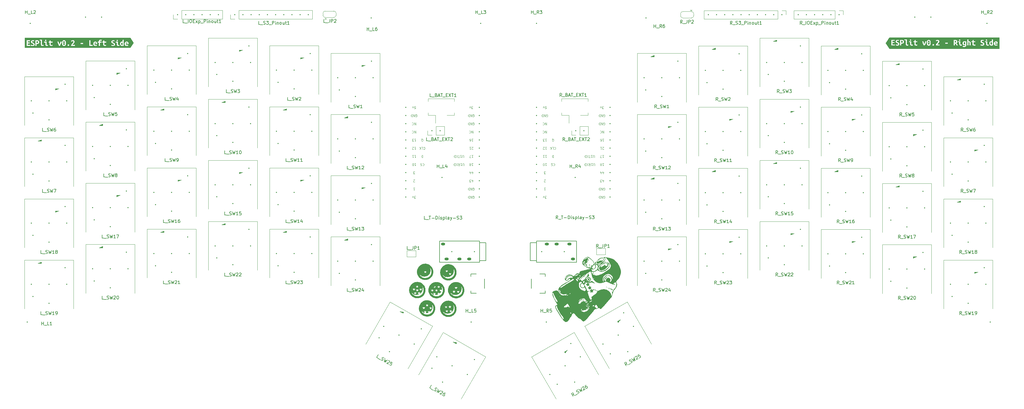
<source format=gbr>
%TF.GenerationSoftware,KiCad,Pcbnew,8.0.1*%
%TF.CreationDate,2024-03-27T08:46:17-04:00*%
%TF.ProjectId,split_keyboard,73706c69-745f-46b6-9579-626f6172642e,rev?*%
%TF.SameCoordinates,Original*%
%TF.FileFunction,Legend,Top*%
%TF.FilePolarity,Positive*%
%FSLAX46Y46*%
G04 Gerber Fmt 4.6, Leading zero omitted, Abs format (unit mm)*
G04 Created by KiCad (PCBNEW 8.0.1) date 2024-03-27 08:46:17*
%MOMM*%
%LPD*%
G01*
G04 APERTURE LIST*
%ADD10C,0.150000*%
%ADD11C,0.100000*%
%ADD12C,0.300000*%
%ADD13C,0.120000*%
%ADD14C,0.000000*%
%ADD15C,0.203200*%
%ADD16C,0.350000*%
%ADD17O,1.300000X0.900000*%
G04 APERTURE END LIST*
D10*
X177415574Y-18055750D02*
X177415574Y-17055750D01*
X177415574Y-17531940D02*
X177987002Y-17531940D01*
X177987002Y-18055750D02*
X177987002Y-17055750D01*
X178225098Y-18150988D02*
X178987002Y-18150988D01*
X179701288Y-18055750D02*
X179225098Y-18055750D01*
X179225098Y-18055750D02*
X179225098Y-17055750D01*
X179939384Y-17055750D02*
X180558431Y-17055750D01*
X180558431Y-17055750D02*
X180225098Y-17436702D01*
X180225098Y-17436702D02*
X180367955Y-17436702D01*
X180367955Y-17436702D02*
X180463193Y-17484321D01*
X180463193Y-17484321D02*
X180510812Y-17531940D01*
X180510812Y-17531940D02*
X180558431Y-17627178D01*
X180558431Y-17627178D02*
X180558431Y-17865273D01*
X180558431Y-17865273D02*
X180510812Y-17960511D01*
X180510812Y-17960511D02*
X180463193Y-18008131D01*
X180463193Y-18008131D02*
X180367955Y-18055750D01*
X180367955Y-18055750D02*
X180082241Y-18055750D01*
X180082241Y-18055750D02*
X179987003Y-18008131D01*
X179987003Y-18008131D02*
X179939384Y-17960511D01*
X118898571Y-102211069D02*
X118422381Y-102211069D01*
X118422381Y-102211069D02*
X118422381Y-101211069D01*
X118993810Y-102306307D02*
X119755714Y-102306307D01*
X119946191Y-102163450D02*
X120089048Y-102211069D01*
X120089048Y-102211069D02*
X120327143Y-102211069D01*
X120327143Y-102211069D02*
X120422381Y-102163450D01*
X120422381Y-102163450D02*
X120470000Y-102115830D01*
X120470000Y-102115830D02*
X120517619Y-102020592D01*
X120517619Y-102020592D02*
X120517619Y-101925354D01*
X120517619Y-101925354D02*
X120470000Y-101830116D01*
X120470000Y-101830116D02*
X120422381Y-101782497D01*
X120422381Y-101782497D02*
X120327143Y-101734878D01*
X120327143Y-101734878D02*
X120136667Y-101687259D01*
X120136667Y-101687259D02*
X120041429Y-101639640D01*
X120041429Y-101639640D02*
X119993810Y-101592021D01*
X119993810Y-101592021D02*
X119946191Y-101496783D01*
X119946191Y-101496783D02*
X119946191Y-101401545D01*
X119946191Y-101401545D02*
X119993810Y-101306307D01*
X119993810Y-101306307D02*
X120041429Y-101258688D01*
X120041429Y-101258688D02*
X120136667Y-101211069D01*
X120136667Y-101211069D02*
X120374762Y-101211069D01*
X120374762Y-101211069D02*
X120517619Y-101258688D01*
X120850953Y-101211069D02*
X121089048Y-102211069D01*
X121089048Y-102211069D02*
X121279524Y-101496783D01*
X121279524Y-101496783D02*
X121470000Y-102211069D01*
X121470000Y-102211069D02*
X121708096Y-101211069D01*
X122041429Y-101306307D02*
X122089048Y-101258688D01*
X122089048Y-101258688D02*
X122184286Y-101211069D01*
X122184286Y-101211069D02*
X122422381Y-101211069D01*
X122422381Y-101211069D02*
X122517619Y-101258688D01*
X122517619Y-101258688D02*
X122565238Y-101306307D01*
X122565238Y-101306307D02*
X122612857Y-101401545D01*
X122612857Y-101401545D02*
X122612857Y-101496783D01*
X122612857Y-101496783D02*
X122565238Y-101639640D01*
X122565238Y-101639640D02*
X121993810Y-102211069D01*
X121993810Y-102211069D02*
X122612857Y-102211069D01*
X122946191Y-101211069D02*
X123565238Y-101211069D01*
X123565238Y-101211069D02*
X123231905Y-101592021D01*
X123231905Y-101592021D02*
X123374762Y-101592021D01*
X123374762Y-101592021D02*
X123470000Y-101639640D01*
X123470000Y-101639640D02*
X123517619Y-101687259D01*
X123517619Y-101687259D02*
X123565238Y-101782497D01*
X123565238Y-101782497D02*
X123565238Y-102020592D01*
X123565238Y-102020592D02*
X123517619Y-102115830D01*
X123517619Y-102115830D02*
X123470000Y-102163450D01*
X123470000Y-102163450D02*
X123374762Y-102211069D01*
X123374762Y-102211069D02*
X123089048Y-102211069D01*
X123089048Y-102211069D02*
X122993810Y-102163450D01*
X122993810Y-102163450D02*
X122946191Y-102115830D01*
X119374761Y-45061069D02*
X118898571Y-45061069D01*
X118898571Y-45061069D02*
X118898571Y-44061069D01*
X119470000Y-45156307D02*
X120231904Y-45156307D01*
X120422381Y-45013450D02*
X120565238Y-45061069D01*
X120565238Y-45061069D02*
X120803333Y-45061069D01*
X120803333Y-45061069D02*
X120898571Y-45013450D01*
X120898571Y-45013450D02*
X120946190Y-44965830D01*
X120946190Y-44965830D02*
X120993809Y-44870592D01*
X120993809Y-44870592D02*
X120993809Y-44775354D01*
X120993809Y-44775354D02*
X120946190Y-44680116D01*
X120946190Y-44680116D02*
X120898571Y-44632497D01*
X120898571Y-44632497D02*
X120803333Y-44584878D01*
X120803333Y-44584878D02*
X120612857Y-44537259D01*
X120612857Y-44537259D02*
X120517619Y-44489640D01*
X120517619Y-44489640D02*
X120470000Y-44442021D01*
X120470000Y-44442021D02*
X120422381Y-44346783D01*
X120422381Y-44346783D02*
X120422381Y-44251545D01*
X120422381Y-44251545D02*
X120470000Y-44156307D01*
X120470000Y-44156307D02*
X120517619Y-44108688D01*
X120517619Y-44108688D02*
X120612857Y-44061069D01*
X120612857Y-44061069D02*
X120850952Y-44061069D01*
X120850952Y-44061069D02*
X120993809Y-44108688D01*
X121327143Y-44061069D02*
X121565238Y-45061069D01*
X121565238Y-45061069D02*
X121755714Y-44346783D01*
X121755714Y-44346783D02*
X121946190Y-45061069D01*
X121946190Y-45061069D02*
X122184286Y-44061069D01*
X122517619Y-44156307D02*
X122565238Y-44108688D01*
X122565238Y-44108688D02*
X122660476Y-44061069D01*
X122660476Y-44061069D02*
X122898571Y-44061069D01*
X122898571Y-44061069D02*
X122993809Y-44108688D01*
X122993809Y-44108688D02*
X123041428Y-44156307D01*
X123041428Y-44156307D02*
X123089047Y-44251545D01*
X123089047Y-44251545D02*
X123089047Y-44346783D01*
X123089047Y-44346783D02*
X123041428Y-44489640D01*
X123041428Y-44489640D02*
X122470000Y-45061069D01*
X122470000Y-45061069D02*
X123089047Y-45061069D01*
X165415574Y-66055750D02*
X165415574Y-65055750D01*
X165415574Y-65531940D02*
X165987002Y-65531940D01*
X165987002Y-66055750D02*
X165987002Y-65055750D01*
X166225098Y-66150988D02*
X166987002Y-66150988D01*
X167701288Y-66055750D02*
X167225098Y-66055750D01*
X167225098Y-66055750D02*
X167225098Y-65055750D01*
X168463193Y-65389083D02*
X168463193Y-66055750D01*
X168225098Y-65008131D02*
X167987003Y-65722416D01*
X167987003Y-65722416D02*
X168606050Y-65722416D01*
X215538228Y-90878819D02*
X215204895Y-90402628D01*
X214966800Y-90878819D02*
X214966800Y-89878819D01*
X214966800Y-89878819D02*
X215347752Y-89878819D01*
X215347752Y-89878819D02*
X215442990Y-89926438D01*
X215442990Y-89926438D02*
X215490609Y-89974057D01*
X215490609Y-89974057D02*
X215538228Y-90069295D01*
X215538228Y-90069295D02*
X215538228Y-90212152D01*
X215538228Y-90212152D02*
X215490609Y-90307390D01*
X215490609Y-90307390D02*
X215442990Y-90355009D01*
X215442990Y-90355009D02*
X215347752Y-90402628D01*
X215347752Y-90402628D02*
X214966800Y-90402628D01*
X215728705Y-90974057D02*
X216490609Y-90974057D01*
X217014419Y-89878819D02*
X217014419Y-90593104D01*
X217014419Y-90593104D02*
X216966800Y-90735961D01*
X216966800Y-90735961D02*
X216871562Y-90831200D01*
X216871562Y-90831200D02*
X216728705Y-90878819D01*
X216728705Y-90878819D02*
X216633467Y-90878819D01*
X217490610Y-90878819D02*
X217490610Y-89878819D01*
X217490610Y-89878819D02*
X217871562Y-89878819D01*
X217871562Y-89878819D02*
X217966800Y-89926438D01*
X217966800Y-89926438D02*
X218014419Y-89974057D01*
X218014419Y-89974057D02*
X218062038Y-90069295D01*
X218062038Y-90069295D02*
X218062038Y-90212152D01*
X218062038Y-90212152D02*
X218014419Y-90307390D01*
X218014419Y-90307390D02*
X217966800Y-90355009D01*
X217966800Y-90355009D02*
X217871562Y-90402628D01*
X217871562Y-90402628D02*
X217490610Y-90402628D01*
X219014419Y-90878819D02*
X218442991Y-90878819D01*
X218728705Y-90878819D02*
X218728705Y-89878819D01*
X218728705Y-89878819D02*
X218633467Y-90021676D01*
X218633467Y-90021676D02*
X218538229Y-90116914D01*
X218538229Y-90116914D02*
X218442991Y-90164533D01*
X137948571Y-66492319D02*
X137472381Y-66492319D01*
X137472381Y-66492319D02*
X137472381Y-65492319D01*
X138043810Y-66587557D02*
X138805714Y-66587557D01*
X138996191Y-66444700D02*
X139139048Y-66492319D01*
X139139048Y-66492319D02*
X139377143Y-66492319D01*
X139377143Y-66492319D02*
X139472381Y-66444700D01*
X139472381Y-66444700D02*
X139520000Y-66397080D01*
X139520000Y-66397080D02*
X139567619Y-66301842D01*
X139567619Y-66301842D02*
X139567619Y-66206604D01*
X139567619Y-66206604D02*
X139520000Y-66111366D01*
X139520000Y-66111366D02*
X139472381Y-66063747D01*
X139472381Y-66063747D02*
X139377143Y-66016128D01*
X139377143Y-66016128D02*
X139186667Y-65968509D01*
X139186667Y-65968509D02*
X139091429Y-65920890D01*
X139091429Y-65920890D02*
X139043810Y-65873271D01*
X139043810Y-65873271D02*
X138996191Y-65778033D01*
X138996191Y-65778033D02*
X138996191Y-65682795D01*
X138996191Y-65682795D02*
X139043810Y-65587557D01*
X139043810Y-65587557D02*
X139091429Y-65539938D01*
X139091429Y-65539938D02*
X139186667Y-65492319D01*
X139186667Y-65492319D02*
X139424762Y-65492319D01*
X139424762Y-65492319D02*
X139567619Y-65539938D01*
X139900953Y-65492319D02*
X140139048Y-66492319D01*
X140139048Y-66492319D02*
X140329524Y-65778033D01*
X140329524Y-65778033D02*
X140520000Y-66492319D01*
X140520000Y-66492319D02*
X140758096Y-65492319D01*
X141662857Y-66492319D02*
X141091429Y-66492319D01*
X141377143Y-66492319D02*
X141377143Y-65492319D01*
X141377143Y-65492319D02*
X141281905Y-65635176D01*
X141281905Y-65635176D02*
X141186667Y-65730414D01*
X141186667Y-65730414D02*
X141091429Y-65778033D01*
X142043810Y-65587557D02*
X142091429Y-65539938D01*
X142091429Y-65539938D02*
X142186667Y-65492319D01*
X142186667Y-65492319D02*
X142424762Y-65492319D01*
X142424762Y-65492319D02*
X142520000Y-65539938D01*
X142520000Y-65539938D02*
X142567619Y-65587557D01*
X142567619Y-65587557D02*
X142615238Y-65682795D01*
X142615238Y-65682795D02*
X142615238Y-65778033D01*
X142615238Y-65778033D02*
X142567619Y-65920890D01*
X142567619Y-65920890D02*
X141996191Y-66492319D01*
X141996191Y-66492319D02*
X142615238Y-66492319D01*
X42698571Y-111831319D02*
X42222381Y-111831319D01*
X42222381Y-111831319D02*
X42222381Y-110831319D01*
X42793810Y-111926557D02*
X43555714Y-111926557D01*
X43746191Y-111783700D02*
X43889048Y-111831319D01*
X43889048Y-111831319D02*
X44127143Y-111831319D01*
X44127143Y-111831319D02*
X44222381Y-111783700D01*
X44222381Y-111783700D02*
X44270000Y-111736080D01*
X44270000Y-111736080D02*
X44317619Y-111640842D01*
X44317619Y-111640842D02*
X44317619Y-111545604D01*
X44317619Y-111545604D02*
X44270000Y-111450366D01*
X44270000Y-111450366D02*
X44222381Y-111402747D01*
X44222381Y-111402747D02*
X44127143Y-111355128D01*
X44127143Y-111355128D02*
X43936667Y-111307509D01*
X43936667Y-111307509D02*
X43841429Y-111259890D01*
X43841429Y-111259890D02*
X43793810Y-111212271D01*
X43793810Y-111212271D02*
X43746191Y-111117033D01*
X43746191Y-111117033D02*
X43746191Y-111021795D01*
X43746191Y-111021795D02*
X43793810Y-110926557D01*
X43793810Y-110926557D02*
X43841429Y-110878938D01*
X43841429Y-110878938D02*
X43936667Y-110831319D01*
X43936667Y-110831319D02*
X44174762Y-110831319D01*
X44174762Y-110831319D02*
X44317619Y-110878938D01*
X44650953Y-110831319D02*
X44889048Y-111831319D01*
X44889048Y-111831319D02*
X45079524Y-111117033D01*
X45079524Y-111117033D02*
X45270000Y-111831319D01*
X45270000Y-111831319D02*
X45508096Y-110831319D01*
X46412857Y-111831319D02*
X45841429Y-111831319D01*
X46127143Y-111831319D02*
X46127143Y-110831319D01*
X46127143Y-110831319D02*
X46031905Y-110974176D01*
X46031905Y-110974176D02*
X45936667Y-111069414D01*
X45936667Y-111069414D02*
X45841429Y-111117033D01*
X46889048Y-111831319D02*
X47079524Y-111831319D01*
X47079524Y-111831319D02*
X47174762Y-111783700D01*
X47174762Y-111783700D02*
X47222381Y-111736080D01*
X47222381Y-111736080D02*
X47317619Y-111593223D01*
X47317619Y-111593223D02*
X47365238Y-111402747D01*
X47365238Y-111402747D02*
X47365238Y-111021795D01*
X47365238Y-111021795D02*
X47317619Y-110926557D01*
X47317619Y-110926557D02*
X47270000Y-110878938D01*
X47270000Y-110878938D02*
X47174762Y-110831319D01*
X47174762Y-110831319D02*
X46984286Y-110831319D01*
X46984286Y-110831319D02*
X46889048Y-110878938D01*
X46889048Y-110878938D02*
X46841429Y-110926557D01*
X46841429Y-110926557D02*
X46793810Y-111021795D01*
X46793810Y-111021795D02*
X46793810Y-111259890D01*
X46793810Y-111259890D02*
X46841429Y-111355128D01*
X46841429Y-111355128D02*
X46889048Y-111402747D01*
X46889048Y-111402747D02*
X46984286Y-111450366D01*
X46984286Y-111450366D02*
X47174762Y-111450366D01*
X47174762Y-111450366D02*
X47270000Y-111402747D01*
X47270000Y-111402747D02*
X47317619Y-111355128D01*
X47317619Y-111355128D02*
X47365238Y-111259890D01*
X328448571Y-111831319D02*
X328115238Y-111355128D01*
X327877143Y-111831319D02*
X327877143Y-110831319D01*
X327877143Y-110831319D02*
X328258095Y-110831319D01*
X328258095Y-110831319D02*
X328353333Y-110878938D01*
X328353333Y-110878938D02*
X328400952Y-110926557D01*
X328400952Y-110926557D02*
X328448571Y-111021795D01*
X328448571Y-111021795D02*
X328448571Y-111164652D01*
X328448571Y-111164652D02*
X328400952Y-111259890D01*
X328400952Y-111259890D02*
X328353333Y-111307509D01*
X328353333Y-111307509D02*
X328258095Y-111355128D01*
X328258095Y-111355128D02*
X327877143Y-111355128D01*
X328639048Y-111926557D02*
X329400952Y-111926557D01*
X329591429Y-111783700D02*
X329734286Y-111831319D01*
X329734286Y-111831319D02*
X329972381Y-111831319D01*
X329972381Y-111831319D02*
X330067619Y-111783700D01*
X330067619Y-111783700D02*
X330115238Y-111736080D01*
X330115238Y-111736080D02*
X330162857Y-111640842D01*
X330162857Y-111640842D02*
X330162857Y-111545604D01*
X330162857Y-111545604D02*
X330115238Y-111450366D01*
X330115238Y-111450366D02*
X330067619Y-111402747D01*
X330067619Y-111402747D02*
X329972381Y-111355128D01*
X329972381Y-111355128D02*
X329781905Y-111307509D01*
X329781905Y-111307509D02*
X329686667Y-111259890D01*
X329686667Y-111259890D02*
X329639048Y-111212271D01*
X329639048Y-111212271D02*
X329591429Y-111117033D01*
X329591429Y-111117033D02*
X329591429Y-111021795D01*
X329591429Y-111021795D02*
X329639048Y-110926557D01*
X329639048Y-110926557D02*
X329686667Y-110878938D01*
X329686667Y-110878938D02*
X329781905Y-110831319D01*
X329781905Y-110831319D02*
X330020000Y-110831319D01*
X330020000Y-110831319D02*
X330162857Y-110878938D01*
X330496191Y-110831319D02*
X330734286Y-111831319D01*
X330734286Y-111831319D02*
X330924762Y-111117033D01*
X330924762Y-111117033D02*
X331115238Y-111831319D01*
X331115238Y-111831319D02*
X331353334Y-110831319D01*
X332258095Y-111831319D02*
X331686667Y-111831319D01*
X331972381Y-111831319D02*
X331972381Y-110831319D01*
X331972381Y-110831319D02*
X331877143Y-110974176D01*
X331877143Y-110974176D02*
X331781905Y-111069414D01*
X331781905Y-111069414D02*
X331686667Y-111117033D01*
X332734286Y-111831319D02*
X332924762Y-111831319D01*
X332924762Y-111831319D02*
X333020000Y-111783700D01*
X333020000Y-111783700D02*
X333067619Y-111736080D01*
X333067619Y-111736080D02*
X333162857Y-111593223D01*
X333162857Y-111593223D02*
X333210476Y-111402747D01*
X333210476Y-111402747D02*
X333210476Y-111021795D01*
X333210476Y-111021795D02*
X333162857Y-110926557D01*
X333162857Y-110926557D02*
X333115238Y-110878938D01*
X333115238Y-110878938D02*
X333020000Y-110831319D01*
X333020000Y-110831319D02*
X332829524Y-110831319D01*
X332829524Y-110831319D02*
X332734286Y-110878938D01*
X332734286Y-110878938D02*
X332686667Y-110926557D01*
X332686667Y-110926557D02*
X332639048Y-111021795D01*
X332639048Y-111021795D02*
X332639048Y-111259890D01*
X332639048Y-111259890D02*
X332686667Y-111355128D01*
X332686667Y-111355128D02*
X332734286Y-111402747D01*
X332734286Y-111402747D02*
X332829524Y-111450366D01*
X332829524Y-111450366D02*
X333020000Y-111450366D01*
X333020000Y-111450366D02*
X333115238Y-111402747D01*
X333115238Y-111402747D02*
X333162857Y-111355128D01*
X333162857Y-111355128D02*
X333210476Y-111259890D01*
X118898571Y-64111069D02*
X118422381Y-64111069D01*
X118422381Y-64111069D02*
X118422381Y-63111069D01*
X118993810Y-64206307D02*
X119755714Y-64206307D01*
X119946191Y-64063450D02*
X120089048Y-64111069D01*
X120089048Y-64111069D02*
X120327143Y-64111069D01*
X120327143Y-64111069D02*
X120422381Y-64063450D01*
X120422381Y-64063450D02*
X120470000Y-64015830D01*
X120470000Y-64015830D02*
X120517619Y-63920592D01*
X120517619Y-63920592D02*
X120517619Y-63825354D01*
X120517619Y-63825354D02*
X120470000Y-63730116D01*
X120470000Y-63730116D02*
X120422381Y-63682497D01*
X120422381Y-63682497D02*
X120327143Y-63634878D01*
X120327143Y-63634878D02*
X120136667Y-63587259D01*
X120136667Y-63587259D02*
X120041429Y-63539640D01*
X120041429Y-63539640D02*
X119993810Y-63492021D01*
X119993810Y-63492021D02*
X119946191Y-63396783D01*
X119946191Y-63396783D02*
X119946191Y-63301545D01*
X119946191Y-63301545D02*
X119993810Y-63206307D01*
X119993810Y-63206307D02*
X120041429Y-63158688D01*
X120041429Y-63158688D02*
X120136667Y-63111069D01*
X120136667Y-63111069D02*
X120374762Y-63111069D01*
X120374762Y-63111069D02*
X120517619Y-63158688D01*
X120850953Y-63111069D02*
X121089048Y-64111069D01*
X121089048Y-64111069D02*
X121279524Y-63396783D01*
X121279524Y-63396783D02*
X121470000Y-64111069D01*
X121470000Y-64111069D02*
X121708096Y-63111069D01*
X122612857Y-64111069D02*
X122041429Y-64111069D01*
X122327143Y-64111069D02*
X122327143Y-63111069D01*
X122327143Y-63111069D02*
X122231905Y-63253926D01*
X122231905Y-63253926D02*
X122136667Y-63349164D01*
X122136667Y-63349164D02*
X122041429Y-63396783D01*
X123565238Y-64111069D02*
X122993810Y-64111069D01*
X123279524Y-64111069D02*
X123279524Y-63111069D01*
X123279524Y-63111069D02*
X123184286Y-63253926D01*
X123184286Y-63253926D02*
X123089048Y-63349164D01*
X123089048Y-63349164D02*
X122993810Y-63396783D01*
X309874761Y-49918819D02*
X309541428Y-49442628D01*
X309303333Y-49918819D02*
X309303333Y-48918819D01*
X309303333Y-48918819D02*
X309684285Y-48918819D01*
X309684285Y-48918819D02*
X309779523Y-48966438D01*
X309779523Y-48966438D02*
X309827142Y-49014057D01*
X309827142Y-49014057D02*
X309874761Y-49109295D01*
X309874761Y-49109295D02*
X309874761Y-49252152D01*
X309874761Y-49252152D02*
X309827142Y-49347390D01*
X309827142Y-49347390D02*
X309779523Y-49395009D01*
X309779523Y-49395009D02*
X309684285Y-49442628D01*
X309684285Y-49442628D02*
X309303333Y-49442628D01*
X310065238Y-50014057D02*
X310827142Y-50014057D01*
X311017619Y-49871200D02*
X311160476Y-49918819D01*
X311160476Y-49918819D02*
X311398571Y-49918819D01*
X311398571Y-49918819D02*
X311493809Y-49871200D01*
X311493809Y-49871200D02*
X311541428Y-49823580D01*
X311541428Y-49823580D02*
X311589047Y-49728342D01*
X311589047Y-49728342D02*
X311589047Y-49633104D01*
X311589047Y-49633104D02*
X311541428Y-49537866D01*
X311541428Y-49537866D02*
X311493809Y-49490247D01*
X311493809Y-49490247D02*
X311398571Y-49442628D01*
X311398571Y-49442628D02*
X311208095Y-49395009D01*
X311208095Y-49395009D02*
X311112857Y-49347390D01*
X311112857Y-49347390D02*
X311065238Y-49299771D01*
X311065238Y-49299771D02*
X311017619Y-49204533D01*
X311017619Y-49204533D02*
X311017619Y-49109295D01*
X311017619Y-49109295D02*
X311065238Y-49014057D01*
X311065238Y-49014057D02*
X311112857Y-48966438D01*
X311112857Y-48966438D02*
X311208095Y-48918819D01*
X311208095Y-48918819D02*
X311446190Y-48918819D01*
X311446190Y-48918819D02*
X311589047Y-48966438D01*
X311922381Y-48918819D02*
X312160476Y-49918819D01*
X312160476Y-49918819D02*
X312350952Y-49204533D01*
X312350952Y-49204533D02*
X312541428Y-49918819D01*
X312541428Y-49918819D02*
X312779524Y-48918819D01*
X313636666Y-48918819D02*
X313160476Y-48918819D01*
X313160476Y-48918819D02*
X313112857Y-49395009D01*
X313112857Y-49395009D02*
X313160476Y-49347390D01*
X313160476Y-49347390D02*
X313255714Y-49299771D01*
X313255714Y-49299771D02*
X313493809Y-49299771D01*
X313493809Y-49299771D02*
X313589047Y-49347390D01*
X313589047Y-49347390D02*
X313636666Y-49395009D01*
X313636666Y-49395009D02*
X313684285Y-49490247D01*
X313684285Y-49490247D02*
X313684285Y-49728342D01*
X313684285Y-49728342D02*
X313636666Y-49823580D01*
X313636666Y-49823580D02*
X313589047Y-49871200D01*
X313589047Y-49871200D02*
X313493809Y-49918819D01*
X313493809Y-49918819D02*
X313255714Y-49918819D01*
X313255714Y-49918819D02*
X313160476Y-49871200D01*
X313160476Y-49871200D02*
X313112857Y-49823580D01*
X81274761Y-45061069D02*
X80798571Y-45061069D01*
X80798571Y-45061069D02*
X80798571Y-44061069D01*
X81370000Y-45156307D02*
X82131904Y-45156307D01*
X82322381Y-45013450D02*
X82465238Y-45061069D01*
X82465238Y-45061069D02*
X82703333Y-45061069D01*
X82703333Y-45061069D02*
X82798571Y-45013450D01*
X82798571Y-45013450D02*
X82846190Y-44965830D01*
X82846190Y-44965830D02*
X82893809Y-44870592D01*
X82893809Y-44870592D02*
X82893809Y-44775354D01*
X82893809Y-44775354D02*
X82846190Y-44680116D01*
X82846190Y-44680116D02*
X82798571Y-44632497D01*
X82798571Y-44632497D02*
X82703333Y-44584878D01*
X82703333Y-44584878D02*
X82512857Y-44537259D01*
X82512857Y-44537259D02*
X82417619Y-44489640D01*
X82417619Y-44489640D02*
X82370000Y-44442021D01*
X82370000Y-44442021D02*
X82322381Y-44346783D01*
X82322381Y-44346783D02*
X82322381Y-44251545D01*
X82322381Y-44251545D02*
X82370000Y-44156307D01*
X82370000Y-44156307D02*
X82417619Y-44108688D01*
X82417619Y-44108688D02*
X82512857Y-44061069D01*
X82512857Y-44061069D02*
X82750952Y-44061069D01*
X82750952Y-44061069D02*
X82893809Y-44108688D01*
X83227143Y-44061069D02*
X83465238Y-45061069D01*
X83465238Y-45061069D02*
X83655714Y-44346783D01*
X83655714Y-44346783D02*
X83846190Y-45061069D01*
X83846190Y-45061069D02*
X84084286Y-44061069D01*
X84893809Y-44394402D02*
X84893809Y-45061069D01*
X84655714Y-44013450D02*
X84417619Y-44727735D01*
X84417619Y-44727735D02*
X85036666Y-44727735D01*
X86938018Y-20864831D02*
X86461828Y-20864831D01*
X86461828Y-20864831D02*
X86461828Y-19864831D01*
X87033257Y-20960069D02*
X87795161Y-20960069D01*
X88033257Y-20864831D02*
X88033257Y-19864831D01*
X88699923Y-19864831D02*
X88890399Y-19864831D01*
X88890399Y-19864831D02*
X88985637Y-19912450D01*
X88985637Y-19912450D02*
X89080875Y-20007688D01*
X89080875Y-20007688D02*
X89128494Y-20198164D01*
X89128494Y-20198164D02*
X89128494Y-20531497D01*
X89128494Y-20531497D02*
X89080875Y-20721973D01*
X89080875Y-20721973D02*
X88985637Y-20817212D01*
X88985637Y-20817212D02*
X88890399Y-20864831D01*
X88890399Y-20864831D02*
X88699923Y-20864831D01*
X88699923Y-20864831D02*
X88604685Y-20817212D01*
X88604685Y-20817212D02*
X88509447Y-20721973D01*
X88509447Y-20721973D02*
X88461828Y-20531497D01*
X88461828Y-20531497D02*
X88461828Y-20198164D01*
X88461828Y-20198164D02*
X88509447Y-20007688D01*
X88509447Y-20007688D02*
X88604685Y-19912450D01*
X88604685Y-19912450D02*
X88699923Y-19864831D01*
X89557066Y-20341021D02*
X89890399Y-20341021D01*
X90033256Y-20864831D02*
X89557066Y-20864831D01*
X89557066Y-20864831D02*
X89557066Y-19864831D01*
X89557066Y-19864831D02*
X90033256Y-19864831D01*
X90366590Y-20864831D02*
X90890399Y-20198164D01*
X90366590Y-20198164D02*
X90890399Y-20864831D01*
X91271352Y-20198164D02*
X91271352Y-21198164D01*
X91271352Y-20245783D02*
X91366590Y-20198164D01*
X91366590Y-20198164D02*
X91557066Y-20198164D01*
X91557066Y-20198164D02*
X91652304Y-20245783D01*
X91652304Y-20245783D02*
X91699923Y-20293402D01*
X91699923Y-20293402D02*
X91747542Y-20388640D01*
X91747542Y-20388640D02*
X91747542Y-20674354D01*
X91747542Y-20674354D02*
X91699923Y-20769592D01*
X91699923Y-20769592D02*
X91652304Y-20817212D01*
X91652304Y-20817212D02*
X91557066Y-20864831D01*
X91557066Y-20864831D02*
X91366590Y-20864831D01*
X91366590Y-20864831D02*
X91271352Y-20817212D01*
X91938019Y-20960069D02*
X92699923Y-20960069D01*
X92938019Y-20864831D02*
X92938019Y-19864831D01*
X92938019Y-19864831D02*
X93318971Y-19864831D01*
X93318971Y-19864831D02*
X93414209Y-19912450D01*
X93414209Y-19912450D02*
X93461828Y-19960069D01*
X93461828Y-19960069D02*
X93509447Y-20055307D01*
X93509447Y-20055307D02*
X93509447Y-20198164D01*
X93509447Y-20198164D02*
X93461828Y-20293402D01*
X93461828Y-20293402D02*
X93414209Y-20341021D01*
X93414209Y-20341021D02*
X93318971Y-20388640D01*
X93318971Y-20388640D02*
X92938019Y-20388640D01*
X93938019Y-20864831D02*
X93938019Y-20198164D01*
X93938019Y-19864831D02*
X93890400Y-19912450D01*
X93890400Y-19912450D02*
X93938019Y-19960069D01*
X93938019Y-19960069D02*
X93985638Y-19912450D01*
X93985638Y-19912450D02*
X93938019Y-19864831D01*
X93938019Y-19864831D02*
X93938019Y-19960069D01*
X94414209Y-20198164D02*
X94414209Y-20864831D01*
X94414209Y-20293402D02*
X94461828Y-20245783D01*
X94461828Y-20245783D02*
X94557066Y-20198164D01*
X94557066Y-20198164D02*
X94699923Y-20198164D01*
X94699923Y-20198164D02*
X94795161Y-20245783D01*
X94795161Y-20245783D02*
X94842780Y-20341021D01*
X94842780Y-20341021D02*
X94842780Y-20864831D01*
X95461828Y-20864831D02*
X95366590Y-20817212D01*
X95366590Y-20817212D02*
X95318971Y-20769592D01*
X95318971Y-20769592D02*
X95271352Y-20674354D01*
X95271352Y-20674354D02*
X95271352Y-20388640D01*
X95271352Y-20388640D02*
X95318971Y-20293402D01*
X95318971Y-20293402D02*
X95366590Y-20245783D01*
X95366590Y-20245783D02*
X95461828Y-20198164D01*
X95461828Y-20198164D02*
X95604685Y-20198164D01*
X95604685Y-20198164D02*
X95699923Y-20245783D01*
X95699923Y-20245783D02*
X95747542Y-20293402D01*
X95747542Y-20293402D02*
X95795161Y-20388640D01*
X95795161Y-20388640D02*
X95795161Y-20674354D01*
X95795161Y-20674354D02*
X95747542Y-20769592D01*
X95747542Y-20769592D02*
X95699923Y-20817212D01*
X95699923Y-20817212D02*
X95604685Y-20864831D01*
X95604685Y-20864831D02*
X95461828Y-20864831D01*
X96652304Y-20198164D02*
X96652304Y-20864831D01*
X96223733Y-20198164D02*
X96223733Y-20721973D01*
X96223733Y-20721973D02*
X96271352Y-20817212D01*
X96271352Y-20817212D02*
X96366590Y-20864831D01*
X96366590Y-20864831D02*
X96509447Y-20864831D01*
X96509447Y-20864831D02*
X96604685Y-20817212D01*
X96604685Y-20817212D02*
X96652304Y-20769592D01*
X96985638Y-20198164D02*
X97366590Y-20198164D01*
X97128495Y-19864831D02*
X97128495Y-20721973D01*
X97128495Y-20721973D02*
X97176114Y-20817212D01*
X97176114Y-20817212D02*
X97271352Y-20864831D01*
X97271352Y-20864831D02*
X97366590Y-20864831D01*
X98223733Y-20864831D02*
X97652305Y-20864831D01*
X97938019Y-20864831D02*
X97938019Y-19864831D01*
X97938019Y-19864831D02*
X97842781Y-20007688D01*
X97842781Y-20007688D02*
X97747543Y-20102926D01*
X97747543Y-20102926D02*
X97652305Y-20150545D01*
X278888166Y-21374310D02*
X278554833Y-20898119D01*
X278316738Y-21374310D02*
X278316738Y-20374310D01*
X278316738Y-20374310D02*
X278697690Y-20374310D01*
X278697690Y-20374310D02*
X278792928Y-20421929D01*
X278792928Y-20421929D02*
X278840547Y-20469548D01*
X278840547Y-20469548D02*
X278888166Y-20564786D01*
X278888166Y-20564786D02*
X278888166Y-20707643D01*
X278888166Y-20707643D02*
X278840547Y-20802881D01*
X278840547Y-20802881D02*
X278792928Y-20850500D01*
X278792928Y-20850500D02*
X278697690Y-20898119D01*
X278697690Y-20898119D02*
X278316738Y-20898119D01*
X279078643Y-21469548D02*
X279840547Y-21469548D01*
X280078643Y-21374310D02*
X280078643Y-20374310D01*
X280745309Y-20374310D02*
X280935785Y-20374310D01*
X280935785Y-20374310D02*
X281031023Y-20421929D01*
X281031023Y-20421929D02*
X281126261Y-20517167D01*
X281126261Y-20517167D02*
X281173880Y-20707643D01*
X281173880Y-20707643D02*
X281173880Y-21040976D01*
X281173880Y-21040976D02*
X281126261Y-21231452D01*
X281126261Y-21231452D02*
X281031023Y-21326691D01*
X281031023Y-21326691D02*
X280935785Y-21374310D01*
X280935785Y-21374310D02*
X280745309Y-21374310D01*
X280745309Y-21374310D02*
X280650071Y-21326691D01*
X280650071Y-21326691D02*
X280554833Y-21231452D01*
X280554833Y-21231452D02*
X280507214Y-21040976D01*
X280507214Y-21040976D02*
X280507214Y-20707643D01*
X280507214Y-20707643D02*
X280554833Y-20517167D01*
X280554833Y-20517167D02*
X280650071Y-20421929D01*
X280650071Y-20421929D02*
X280745309Y-20374310D01*
X281602452Y-20850500D02*
X281935785Y-20850500D01*
X282078642Y-21374310D02*
X281602452Y-21374310D01*
X281602452Y-21374310D02*
X281602452Y-20374310D01*
X281602452Y-20374310D02*
X282078642Y-20374310D01*
X282411976Y-21374310D02*
X282935785Y-20707643D01*
X282411976Y-20707643D02*
X282935785Y-21374310D01*
X283316738Y-20707643D02*
X283316738Y-21707643D01*
X283316738Y-20755262D02*
X283411976Y-20707643D01*
X283411976Y-20707643D02*
X283602452Y-20707643D01*
X283602452Y-20707643D02*
X283697690Y-20755262D01*
X283697690Y-20755262D02*
X283745309Y-20802881D01*
X283745309Y-20802881D02*
X283792928Y-20898119D01*
X283792928Y-20898119D02*
X283792928Y-21183833D01*
X283792928Y-21183833D02*
X283745309Y-21279071D01*
X283745309Y-21279071D02*
X283697690Y-21326691D01*
X283697690Y-21326691D02*
X283602452Y-21374310D01*
X283602452Y-21374310D02*
X283411976Y-21374310D01*
X283411976Y-21374310D02*
X283316738Y-21326691D01*
X283983405Y-21469548D02*
X284745309Y-21469548D01*
X284983405Y-21374310D02*
X284983405Y-20374310D01*
X284983405Y-20374310D02*
X285364357Y-20374310D01*
X285364357Y-20374310D02*
X285459595Y-20421929D01*
X285459595Y-20421929D02*
X285507214Y-20469548D01*
X285507214Y-20469548D02*
X285554833Y-20564786D01*
X285554833Y-20564786D02*
X285554833Y-20707643D01*
X285554833Y-20707643D02*
X285507214Y-20802881D01*
X285507214Y-20802881D02*
X285459595Y-20850500D01*
X285459595Y-20850500D02*
X285364357Y-20898119D01*
X285364357Y-20898119D02*
X284983405Y-20898119D01*
X285983405Y-21374310D02*
X285983405Y-20707643D01*
X285983405Y-20374310D02*
X285935786Y-20421929D01*
X285935786Y-20421929D02*
X285983405Y-20469548D01*
X285983405Y-20469548D02*
X286031024Y-20421929D01*
X286031024Y-20421929D02*
X285983405Y-20374310D01*
X285983405Y-20374310D02*
X285983405Y-20469548D01*
X286459595Y-20707643D02*
X286459595Y-21374310D01*
X286459595Y-20802881D02*
X286507214Y-20755262D01*
X286507214Y-20755262D02*
X286602452Y-20707643D01*
X286602452Y-20707643D02*
X286745309Y-20707643D01*
X286745309Y-20707643D02*
X286840547Y-20755262D01*
X286840547Y-20755262D02*
X286888166Y-20850500D01*
X286888166Y-20850500D02*
X286888166Y-21374310D01*
X287507214Y-21374310D02*
X287411976Y-21326691D01*
X287411976Y-21326691D02*
X287364357Y-21279071D01*
X287364357Y-21279071D02*
X287316738Y-21183833D01*
X287316738Y-21183833D02*
X287316738Y-20898119D01*
X287316738Y-20898119D02*
X287364357Y-20802881D01*
X287364357Y-20802881D02*
X287411976Y-20755262D01*
X287411976Y-20755262D02*
X287507214Y-20707643D01*
X287507214Y-20707643D02*
X287650071Y-20707643D01*
X287650071Y-20707643D02*
X287745309Y-20755262D01*
X287745309Y-20755262D02*
X287792928Y-20802881D01*
X287792928Y-20802881D02*
X287840547Y-20898119D01*
X287840547Y-20898119D02*
X287840547Y-21183833D01*
X287840547Y-21183833D02*
X287792928Y-21279071D01*
X287792928Y-21279071D02*
X287745309Y-21326691D01*
X287745309Y-21326691D02*
X287650071Y-21374310D01*
X287650071Y-21374310D02*
X287507214Y-21374310D01*
X288697690Y-20707643D02*
X288697690Y-21374310D01*
X288269119Y-20707643D02*
X288269119Y-21231452D01*
X288269119Y-21231452D02*
X288316738Y-21326691D01*
X288316738Y-21326691D02*
X288411976Y-21374310D01*
X288411976Y-21374310D02*
X288554833Y-21374310D01*
X288554833Y-21374310D02*
X288650071Y-21326691D01*
X288650071Y-21326691D02*
X288697690Y-21279071D01*
X289031024Y-20707643D02*
X289411976Y-20707643D01*
X289173881Y-20374310D02*
X289173881Y-21231452D01*
X289173881Y-21231452D02*
X289221500Y-21326691D01*
X289221500Y-21326691D02*
X289316738Y-21374310D01*
X289316738Y-21374310D02*
X289411976Y-21374310D01*
X290269119Y-21374310D02*
X289697691Y-21374310D01*
X289983405Y-21374310D02*
X289983405Y-20374310D01*
X289983405Y-20374310D02*
X289888167Y-20517167D01*
X289888167Y-20517167D02*
X289792929Y-20612405D01*
X289792929Y-20612405D02*
X289697691Y-20660024D01*
X80798571Y-83161069D02*
X80322381Y-83161069D01*
X80322381Y-83161069D02*
X80322381Y-82161069D01*
X80893810Y-83256307D02*
X81655714Y-83256307D01*
X81846191Y-83113450D02*
X81989048Y-83161069D01*
X81989048Y-83161069D02*
X82227143Y-83161069D01*
X82227143Y-83161069D02*
X82322381Y-83113450D01*
X82322381Y-83113450D02*
X82370000Y-83065830D01*
X82370000Y-83065830D02*
X82417619Y-82970592D01*
X82417619Y-82970592D02*
X82417619Y-82875354D01*
X82417619Y-82875354D02*
X82370000Y-82780116D01*
X82370000Y-82780116D02*
X82322381Y-82732497D01*
X82322381Y-82732497D02*
X82227143Y-82684878D01*
X82227143Y-82684878D02*
X82036667Y-82637259D01*
X82036667Y-82637259D02*
X81941429Y-82589640D01*
X81941429Y-82589640D02*
X81893810Y-82542021D01*
X81893810Y-82542021D02*
X81846191Y-82446783D01*
X81846191Y-82446783D02*
X81846191Y-82351545D01*
X81846191Y-82351545D02*
X81893810Y-82256307D01*
X81893810Y-82256307D02*
X81941429Y-82208688D01*
X81941429Y-82208688D02*
X82036667Y-82161069D01*
X82036667Y-82161069D02*
X82274762Y-82161069D01*
X82274762Y-82161069D02*
X82417619Y-82208688D01*
X82750953Y-82161069D02*
X82989048Y-83161069D01*
X82989048Y-83161069D02*
X83179524Y-82446783D01*
X83179524Y-82446783D02*
X83370000Y-83161069D01*
X83370000Y-83161069D02*
X83608096Y-82161069D01*
X84512857Y-83161069D02*
X83941429Y-83161069D01*
X84227143Y-83161069D02*
X84227143Y-82161069D01*
X84227143Y-82161069D02*
X84131905Y-82303926D01*
X84131905Y-82303926D02*
X84036667Y-82399164D01*
X84036667Y-82399164D02*
X83941429Y-82446783D01*
X85370000Y-82161069D02*
X85179524Y-82161069D01*
X85179524Y-82161069D02*
X85084286Y-82208688D01*
X85084286Y-82208688D02*
X85036667Y-82256307D01*
X85036667Y-82256307D02*
X84941429Y-82399164D01*
X84941429Y-82399164D02*
X84893810Y-82589640D01*
X84893810Y-82589640D02*
X84893810Y-82970592D01*
X84893810Y-82970592D02*
X84941429Y-83065830D01*
X84941429Y-83065830D02*
X84989048Y-83113450D01*
X84989048Y-83113450D02*
X85084286Y-83161069D01*
X85084286Y-83161069D02*
X85274762Y-83161069D01*
X85274762Y-83161069D02*
X85370000Y-83113450D01*
X85370000Y-83113450D02*
X85417619Y-83065830D01*
X85417619Y-83065830D02*
X85465238Y-82970592D01*
X85465238Y-82970592D02*
X85465238Y-82732497D01*
X85465238Y-82732497D02*
X85417619Y-82637259D01*
X85417619Y-82637259D02*
X85370000Y-82589640D01*
X85370000Y-82589640D02*
X85274762Y-82542021D01*
X85274762Y-82542021D02*
X85084286Y-82542021D01*
X85084286Y-82542021D02*
X84989048Y-82589640D01*
X84989048Y-82589640D02*
X84941429Y-82637259D01*
X84941429Y-82637259D02*
X84893810Y-82732497D01*
X174415574Y-111055750D02*
X174415574Y-110055750D01*
X174415574Y-110531940D02*
X174987002Y-110531940D01*
X174987002Y-111055750D02*
X174987002Y-110055750D01*
X175225098Y-111150988D02*
X175987002Y-111150988D01*
X176701288Y-111055750D02*
X176225098Y-111055750D01*
X176225098Y-111055750D02*
X176225098Y-110055750D01*
X177510812Y-110055750D02*
X177034622Y-110055750D01*
X177034622Y-110055750D02*
X176987003Y-110531940D01*
X176987003Y-110531940D02*
X177034622Y-110484321D01*
X177034622Y-110484321D02*
X177129860Y-110436702D01*
X177129860Y-110436702D02*
X177367955Y-110436702D01*
X177367955Y-110436702D02*
X177463193Y-110484321D01*
X177463193Y-110484321D02*
X177510812Y-110531940D01*
X177510812Y-110531940D02*
X177558431Y-110627178D01*
X177558431Y-110627178D02*
X177558431Y-110865273D01*
X177558431Y-110865273D02*
X177510812Y-110960511D01*
X177510812Y-110960511D02*
X177463193Y-111008131D01*
X177463193Y-111008131D02*
X177367955Y-111055750D01*
X177367955Y-111055750D02*
X177129860Y-111055750D01*
X177129860Y-111055750D02*
X177034622Y-111008131D01*
X177034622Y-111008131D02*
X176987003Y-110960511D01*
X271298571Y-99829819D02*
X270965238Y-99353628D01*
X270727143Y-99829819D02*
X270727143Y-98829819D01*
X270727143Y-98829819D02*
X271108095Y-98829819D01*
X271108095Y-98829819D02*
X271203333Y-98877438D01*
X271203333Y-98877438D02*
X271250952Y-98925057D01*
X271250952Y-98925057D02*
X271298571Y-99020295D01*
X271298571Y-99020295D02*
X271298571Y-99163152D01*
X271298571Y-99163152D02*
X271250952Y-99258390D01*
X271250952Y-99258390D02*
X271203333Y-99306009D01*
X271203333Y-99306009D02*
X271108095Y-99353628D01*
X271108095Y-99353628D02*
X270727143Y-99353628D01*
X271489048Y-99925057D02*
X272250952Y-99925057D01*
X272441429Y-99782200D02*
X272584286Y-99829819D01*
X272584286Y-99829819D02*
X272822381Y-99829819D01*
X272822381Y-99829819D02*
X272917619Y-99782200D01*
X272917619Y-99782200D02*
X272965238Y-99734580D01*
X272965238Y-99734580D02*
X273012857Y-99639342D01*
X273012857Y-99639342D02*
X273012857Y-99544104D01*
X273012857Y-99544104D02*
X272965238Y-99448866D01*
X272965238Y-99448866D02*
X272917619Y-99401247D01*
X272917619Y-99401247D02*
X272822381Y-99353628D01*
X272822381Y-99353628D02*
X272631905Y-99306009D01*
X272631905Y-99306009D02*
X272536667Y-99258390D01*
X272536667Y-99258390D02*
X272489048Y-99210771D01*
X272489048Y-99210771D02*
X272441429Y-99115533D01*
X272441429Y-99115533D02*
X272441429Y-99020295D01*
X272441429Y-99020295D02*
X272489048Y-98925057D01*
X272489048Y-98925057D02*
X272536667Y-98877438D01*
X272536667Y-98877438D02*
X272631905Y-98829819D01*
X272631905Y-98829819D02*
X272870000Y-98829819D01*
X272870000Y-98829819D02*
X273012857Y-98877438D01*
X273346191Y-98829819D02*
X273584286Y-99829819D01*
X273584286Y-99829819D02*
X273774762Y-99115533D01*
X273774762Y-99115533D02*
X273965238Y-99829819D01*
X273965238Y-99829819D02*
X274203334Y-98829819D01*
X274536667Y-98925057D02*
X274584286Y-98877438D01*
X274584286Y-98877438D02*
X274679524Y-98829819D01*
X274679524Y-98829819D02*
X274917619Y-98829819D01*
X274917619Y-98829819D02*
X275012857Y-98877438D01*
X275012857Y-98877438D02*
X275060476Y-98925057D01*
X275060476Y-98925057D02*
X275108095Y-99020295D01*
X275108095Y-99020295D02*
X275108095Y-99115533D01*
X275108095Y-99115533D02*
X275060476Y-99258390D01*
X275060476Y-99258390D02*
X274489048Y-99829819D01*
X274489048Y-99829819D02*
X275108095Y-99829819D01*
X275489048Y-98925057D02*
X275536667Y-98877438D01*
X275536667Y-98877438D02*
X275631905Y-98829819D01*
X275631905Y-98829819D02*
X275870000Y-98829819D01*
X275870000Y-98829819D02*
X275965238Y-98877438D01*
X275965238Y-98877438D02*
X276012857Y-98925057D01*
X276012857Y-98925057D02*
X276060476Y-99020295D01*
X276060476Y-99020295D02*
X276060476Y-99115533D01*
X276060476Y-99115533D02*
X276012857Y-99258390D01*
X276012857Y-99258390D02*
X275441429Y-99829819D01*
X275441429Y-99829819D02*
X276060476Y-99829819D01*
X42698571Y-92781319D02*
X42222381Y-92781319D01*
X42222381Y-92781319D02*
X42222381Y-91781319D01*
X42793810Y-92876557D02*
X43555714Y-92876557D01*
X43746191Y-92733700D02*
X43889048Y-92781319D01*
X43889048Y-92781319D02*
X44127143Y-92781319D01*
X44127143Y-92781319D02*
X44222381Y-92733700D01*
X44222381Y-92733700D02*
X44270000Y-92686080D01*
X44270000Y-92686080D02*
X44317619Y-92590842D01*
X44317619Y-92590842D02*
X44317619Y-92495604D01*
X44317619Y-92495604D02*
X44270000Y-92400366D01*
X44270000Y-92400366D02*
X44222381Y-92352747D01*
X44222381Y-92352747D02*
X44127143Y-92305128D01*
X44127143Y-92305128D02*
X43936667Y-92257509D01*
X43936667Y-92257509D02*
X43841429Y-92209890D01*
X43841429Y-92209890D02*
X43793810Y-92162271D01*
X43793810Y-92162271D02*
X43746191Y-92067033D01*
X43746191Y-92067033D02*
X43746191Y-91971795D01*
X43746191Y-91971795D02*
X43793810Y-91876557D01*
X43793810Y-91876557D02*
X43841429Y-91828938D01*
X43841429Y-91828938D02*
X43936667Y-91781319D01*
X43936667Y-91781319D02*
X44174762Y-91781319D01*
X44174762Y-91781319D02*
X44317619Y-91828938D01*
X44650953Y-91781319D02*
X44889048Y-92781319D01*
X44889048Y-92781319D02*
X45079524Y-92067033D01*
X45079524Y-92067033D02*
X45270000Y-92781319D01*
X45270000Y-92781319D02*
X45508096Y-91781319D01*
X46412857Y-92781319D02*
X45841429Y-92781319D01*
X46127143Y-92781319D02*
X46127143Y-91781319D01*
X46127143Y-91781319D02*
X46031905Y-91924176D01*
X46031905Y-91924176D02*
X45936667Y-92019414D01*
X45936667Y-92019414D02*
X45841429Y-92067033D01*
X46984286Y-92209890D02*
X46889048Y-92162271D01*
X46889048Y-92162271D02*
X46841429Y-92114652D01*
X46841429Y-92114652D02*
X46793810Y-92019414D01*
X46793810Y-92019414D02*
X46793810Y-91971795D01*
X46793810Y-91971795D02*
X46841429Y-91876557D01*
X46841429Y-91876557D02*
X46889048Y-91828938D01*
X46889048Y-91828938D02*
X46984286Y-91781319D01*
X46984286Y-91781319D02*
X47174762Y-91781319D01*
X47174762Y-91781319D02*
X47270000Y-91828938D01*
X47270000Y-91828938D02*
X47317619Y-91876557D01*
X47317619Y-91876557D02*
X47365238Y-91971795D01*
X47365238Y-91971795D02*
X47365238Y-92019414D01*
X47365238Y-92019414D02*
X47317619Y-92114652D01*
X47317619Y-92114652D02*
X47270000Y-92162271D01*
X47270000Y-92162271D02*
X47174762Y-92209890D01*
X47174762Y-92209890D02*
X46984286Y-92209890D01*
X46984286Y-92209890D02*
X46889048Y-92257509D01*
X46889048Y-92257509D02*
X46841429Y-92305128D01*
X46841429Y-92305128D02*
X46793810Y-92400366D01*
X46793810Y-92400366D02*
X46793810Y-92590842D01*
X46793810Y-92590842D02*
X46841429Y-92686080D01*
X46841429Y-92686080D02*
X46889048Y-92733700D01*
X46889048Y-92733700D02*
X46984286Y-92781319D01*
X46984286Y-92781319D02*
X47174762Y-92781319D01*
X47174762Y-92781319D02*
X47270000Y-92733700D01*
X47270000Y-92733700D02*
X47317619Y-92686080D01*
X47317619Y-92686080D02*
X47365238Y-92590842D01*
X47365238Y-92590842D02*
X47365238Y-92400366D01*
X47365238Y-92400366D02*
X47317619Y-92305128D01*
X47317619Y-92305128D02*
X47270000Y-92257509D01*
X47270000Y-92257509D02*
X47174762Y-92209890D01*
X42511574Y-115063750D02*
X42511574Y-114063750D01*
X42511574Y-114539940D02*
X43083002Y-114539940D01*
X43083002Y-115063750D02*
X43083002Y-114063750D01*
X43321098Y-115158988D02*
X44083002Y-115158988D01*
X44797288Y-115063750D02*
X44321098Y-115063750D01*
X44321098Y-115063750D02*
X44321098Y-114063750D01*
X45654431Y-115063750D02*
X45083003Y-115063750D01*
X45368717Y-115063750D02*
X45368717Y-114063750D01*
X45368717Y-114063750D02*
X45273479Y-114206607D01*
X45273479Y-114206607D02*
X45178241Y-114301845D01*
X45178241Y-114301845D02*
X45083003Y-114349464D01*
X137948571Y-104592319D02*
X137472381Y-104592319D01*
X137472381Y-104592319D02*
X137472381Y-103592319D01*
X138043810Y-104687557D02*
X138805714Y-104687557D01*
X138996191Y-104544700D02*
X139139048Y-104592319D01*
X139139048Y-104592319D02*
X139377143Y-104592319D01*
X139377143Y-104592319D02*
X139472381Y-104544700D01*
X139472381Y-104544700D02*
X139520000Y-104497080D01*
X139520000Y-104497080D02*
X139567619Y-104401842D01*
X139567619Y-104401842D02*
X139567619Y-104306604D01*
X139567619Y-104306604D02*
X139520000Y-104211366D01*
X139520000Y-104211366D02*
X139472381Y-104163747D01*
X139472381Y-104163747D02*
X139377143Y-104116128D01*
X139377143Y-104116128D02*
X139186667Y-104068509D01*
X139186667Y-104068509D02*
X139091429Y-104020890D01*
X139091429Y-104020890D02*
X139043810Y-103973271D01*
X139043810Y-103973271D02*
X138996191Y-103878033D01*
X138996191Y-103878033D02*
X138996191Y-103782795D01*
X138996191Y-103782795D02*
X139043810Y-103687557D01*
X139043810Y-103687557D02*
X139091429Y-103639938D01*
X139091429Y-103639938D02*
X139186667Y-103592319D01*
X139186667Y-103592319D02*
X139424762Y-103592319D01*
X139424762Y-103592319D02*
X139567619Y-103639938D01*
X139900953Y-103592319D02*
X140139048Y-104592319D01*
X140139048Y-104592319D02*
X140329524Y-103878033D01*
X140329524Y-103878033D02*
X140520000Y-104592319D01*
X140520000Y-104592319D02*
X140758096Y-103592319D01*
X141091429Y-103687557D02*
X141139048Y-103639938D01*
X141139048Y-103639938D02*
X141234286Y-103592319D01*
X141234286Y-103592319D02*
X141472381Y-103592319D01*
X141472381Y-103592319D02*
X141567619Y-103639938D01*
X141567619Y-103639938D02*
X141615238Y-103687557D01*
X141615238Y-103687557D02*
X141662857Y-103782795D01*
X141662857Y-103782795D02*
X141662857Y-103878033D01*
X141662857Y-103878033D02*
X141615238Y-104020890D01*
X141615238Y-104020890D02*
X141043810Y-104592319D01*
X141043810Y-104592319D02*
X141662857Y-104592319D01*
X142520000Y-103925652D02*
X142520000Y-104592319D01*
X142281905Y-103544700D02*
X142043810Y-104258985D01*
X142043810Y-104258985D02*
X142662857Y-104258985D01*
X224636471Y-127434843D02*
X224109700Y-127189117D01*
X224141599Y-127720558D02*
X223641599Y-126854532D01*
X223641599Y-126854532D02*
X223971513Y-126664056D01*
X223971513Y-126664056D02*
X224077802Y-126657676D01*
X224077802Y-126657676D02*
X224142850Y-126675106D01*
X224142850Y-126675106D02*
X224231709Y-126733775D01*
X224231709Y-126733775D02*
X224303137Y-126857493D01*
X224303137Y-126857493D02*
X224309517Y-126963781D01*
X224309517Y-126963781D02*
X224292087Y-127028830D01*
X224292087Y-127028830D02*
X224233418Y-127117688D01*
X224233418Y-127117688D02*
X223903504Y-127308165D01*
X224849047Y-127422084D02*
X225508876Y-127041132D01*
X225602405Y-126822175D02*
X225749932Y-126791986D01*
X225749932Y-126791986D02*
X225956129Y-126672939D01*
X225956129Y-126672939D02*
X226014798Y-126584080D01*
X226014798Y-126584080D02*
X226032227Y-126519031D01*
X226032227Y-126519031D02*
X226025848Y-126412743D01*
X226025848Y-126412743D02*
X225978229Y-126330265D01*
X225978229Y-126330265D02*
X225889370Y-126271596D01*
X225889370Y-126271596D02*
X225824321Y-126254166D01*
X225824321Y-126254166D02*
X225718033Y-126260546D01*
X225718033Y-126260546D02*
X225529267Y-126314544D01*
X225529267Y-126314544D02*
X225422978Y-126320924D01*
X225422978Y-126320924D02*
X225357930Y-126303494D01*
X225357930Y-126303494D02*
X225269071Y-126244825D01*
X225269071Y-126244825D02*
X225221452Y-126162347D01*
X225221452Y-126162347D02*
X225215072Y-126056058D01*
X225215072Y-126056058D02*
X225232502Y-125991010D01*
X225232502Y-125991010D02*
X225291171Y-125902151D01*
X225291171Y-125902151D02*
X225497368Y-125783104D01*
X225497368Y-125783104D02*
X225644895Y-125752914D01*
X225909761Y-125545008D02*
X226615957Y-126291986D01*
X226615957Y-126291986D02*
X226423772Y-125578158D01*
X226423772Y-125578158D02*
X226945872Y-126101510D01*
X226945872Y-126101510D02*
X226652068Y-125116437D01*
X226988362Y-125032249D02*
X227005792Y-124967200D01*
X227005792Y-124967200D02*
X227064461Y-124878342D01*
X227064461Y-124878342D02*
X227270658Y-124759294D01*
X227270658Y-124759294D02*
X227376946Y-124752914D01*
X227376946Y-124752914D02*
X227441995Y-124770344D01*
X227441995Y-124770344D02*
X227530853Y-124829013D01*
X227530853Y-124829013D02*
X227578472Y-124911492D01*
X227578472Y-124911492D02*
X227608662Y-125059019D01*
X227608662Y-125059019D02*
X227399504Y-125839605D01*
X227399504Y-125839605D02*
X227935615Y-125530081D01*
X228219162Y-124211675D02*
X227806769Y-124449770D01*
X227806769Y-124449770D02*
X228003625Y-124885973D01*
X228003625Y-124885973D02*
X228021055Y-124820924D01*
X228021055Y-124820924D02*
X228079724Y-124732066D01*
X228079724Y-124732066D02*
X228285920Y-124613018D01*
X228285920Y-124613018D02*
X228392208Y-124606638D01*
X228392208Y-124606638D02*
X228457257Y-124624068D01*
X228457257Y-124624068D02*
X228546116Y-124682737D01*
X228546116Y-124682737D02*
X228665163Y-124888934D01*
X228665163Y-124888934D02*
X228671543Y-124995222D01*
X228671543Y-124995222D02*
X228654113Y-125060271D01*
X228654113Y-125060271D02*
X228595444Y-125149129D01*
X228595444Y-125149129D02*
X228389248Y-125268177D01*
X228389248Y-125268177D02*
X228282959Y-125274556D01*
X228282959Y-125274556D02*
X228217911Y-125257127D01*
X252248571Y-64206318D02*
X251915238Y-63730127D01*
X251677143Y-64206318D02*
X251677143Y-63206318D01*
X251677143Y-63206318D02*
X252058095Y-63206318D01*
X252058095Y-63206318D02*
X252153333Y-63253937D01*
X252153333Y-63253937D02*
X252200952Y-63301556D01*
X252200952Y-63301556D02*
X252248571Y-63396794D01*
X252248571Y-63396794D02*
X252248571Y-63539651D01*
X252248571Y-63539651D02*
X252200952Y-63634889D01*
X252200952Y-63634889D02*
X252153333Y-63682508D01*
X252153333Y-63682508D02*
X252058095Y-63730127D01*
X252058095Y-63730127D02*
X251677143Y-63730127D01*
X252439048Y-64301556D02*
X253200952Y-64301556D01*
X253391429Y-64158699D02*
X253534286Y-64206318D01*
X253534286Y-64206318D02*
X253772381Y-64206318D01*
X253772381Y-64206318D02*
X253867619Y-64158699D01*
X253867619Y-64158699D02*
X253915238Y-64111079D01*
X253915238Y-64111079D02*
X253962857Y-64015841D01*
X253962857Y-64015841D02*
X253962857Y-63920603D01*
X253962857Y-63920603D02*
X253915238Y-63825365D01*
X253915238Y-63825365D02*
X253867619Y-63777746D01*
X253867619Y-63777746D02*
X253772381Y-63730127D01*
X253772381Y-63730127D02*
X253581905Y-63682508D01*
X253581905Y-63682508D02*
X253486667Y-63634889D01*
X253486667Y-63634889D02*
X253439048Y-63587270D01*
X253439048Y-63587270D02*
X253391429Y-63492032D01*
X253391429Y-63492032D02*
X253391429Y-63396794D01*
X253391429Y-63396794D02*
X253439048Y-63301556D01*
X253439048Y-63301556D02*
X253486667Y-63253937D01*
X253486667Y-63253937D02*
X253581905Y-63206318D01*
X253581905Y-63206318D02*
X253820000Y-63206318D01*
X253820000Y-63206318D02*
X253962857Y-63253937D01*
X254296191Y-63206318D02*
X254534286Y-64206318D01*
X254534286Y-64206318D02*
X254724762Y-63492032D01*
X254724762Y-63492032D02*
X254915238Y-64206318D01*
X254915238Y-64206318D02*
X255153334Y-63206318D01*
X256058095Y-64206318D02*
X255486667Y-64206318D01*
X255772381Y-64206318D02*
X255772381Y-63206318D01*
X255772381Y-63206318D02*
X255677143Y-63349175D01*
X255677143Y-63349175D02*
X255581905Y-63444413D01*
X255581905Y-63444413D02*
X255486667Y-63492032D01*
X257010476Y-64206318D02*
X256439048Y-64206318D01*
X256724762Y-64206318D02*
X256724762Y-63206318D01*
X256724762Y-63206318D02*
X256629524Y-63349175D01*
X256629524Y-63349175D02*
X256534286Y-63444413D01*
X256534286Y-63444413D02*
X256439048Y-63492032D01*
X257147213Y-21374310D02*
X256813880Y-20898119D01*
X256575785Y-21374310D02*
X256575785Y-20374310D01*
X256575785Y-20374310D02*
X256956737Y-20374310D01*
X256956737Y-20374310D02*
X257051975Y-20421929D01*
X257051975Y-20421929D02*
X257099594Y-20469548D01*
X257099594Y-20469548D02*
X257147213Y-20564786D01*
X257147213Y-20564786D02*
X257147213Y-20707643D01*
X257147213Y-20707643D02*
X257099594Y-20802881D01*
X257099594Y-20802881D02*
X257051975Y-20850500D01*
X257051975Y-20850500D02*
X256956737Y-20898119D01*
X256956737Y-20898119D02*
X256575785Y-20898119D01*
X257337690Y-21469548D02*
X258099594Y-21469548D01*
X258290071Y-21326691D02*
X258432928Y-21374310D01*
X258432928Y-21374310D02*
X258671023Y-21374310D01*
X258671023Y-21374310D02*
X258766261Y-21326691D01*
X258766261Y-21326691D02*
X258813880Y-21279071D01*
X258813880Y-21279071D02*
X258861499Y-21183833D01*
X258861499Y-21183833D02*
X258861499Y-21088595D01*
X258861499Y-21088595D02*
X258813880Y-20993357D01*
X258813880Y-20993357D02*
X258766261Y-20945738D01*
X258766261Y-20945738D02*
X258671023Y-20898119D01*
X258671023Y-20898119D02*
X258480547Y-20850500D01*
X258480547Y-20850500D02*
X258385309Y-20802881D01*
X258385309Y-20802881D02*
X258337690Y-20755262D01*
X258337690Y-20755262D02*
X258290071Y-20660024D01*
X258290071Y-20660024D02*
X258290071Y-20564786D01*
X258290071Y-20564786D02*
X258337690Y-20469548D01*
X258337690Y-20469548D02*
X258385309Y-20421929D01*
X258385309Y-20421929D02*
X258480547Y-20374310D01*
X258480547Y-20374310D02*
X258718642Y-20374310D01*
X258718642Y-20374310D02*
X258861499Y-20421929D01*
X259194833Y-20374310D02*
X259813880Y-20374310D01*
X259813880Y-20374310D02*
X259480547Y-20755262D01*
X259480547Y-20755262D02*
X259623404Y-20755262D01*
X259623404Y-20755262D02*
X259718642Y-20802881D01*
X259718642Y-20802881D02*
X259766261Y-20850500D01*
X259766261Y-20850500D02*
X259813880Y-20945738D01*
X259813880Y-20945738D02*
X259813880Y-21183833D01*
X259813880Y-21183833D02*
X259766261Y-21279071D01*
X259766261Y-21279071D02*
X259718642Y-21326691D01*
X259718642Y-21326691D02*
X259623404Y-21374310D01*
X259623404Y-21374310D02*
X259337690Y-21374310D01*
X259337690Y-21374310D02*
X259242452Y-21326691D01*
X259242452Y-21326691D02*
X259194833Y-21279071D01*
X260004357Y-21469548D02*
X260766261Y-21469548D01*
X261004357Y-21374310D02*
X261004357Y-20374310D01*
X261004357Y-20374310D02*
X261385309Y-20374310D01*
X261385309Y-20374310D02*
X261480547Y-20421929D01*
X261480547Y-20421929D02*
X261528166Y-20469548D01*
X261528166Y-20469548D02*
X261575785Y-20564786D01*
X261575785Y-20564786D02*
X261575785Y-20707643D01*
X261575785Y-20707643D02*
X261528166Y-20802881D01*
X261528166Y-20802881D02*
X261480547Y-20850500D01*
X261480547Y-20850500D02*
X261385309Y-20898119D01*
X261385309Y-20898119D02*
X261004357Y-20898119D01*
X262004357Y-21374310D02*
X262004357Y-20707643D01*
X262004357Y-20374310D02*
X261956738Y-20421929D01*
X261956738Y-20421929D02*
X262004357Y-20469548D01*
X262004357Y-20469548D02*
X262051976Y-20421929D01*
X262051976Y-20421929D02*
X262004357Y-20374310D01*
X262004357Y-20374310D02*
X262004357Y-20469548D01*
X262480547Y-20707643D02*
X262480547Y-21374310D01*
X262480547Y-20802881D02*
X262528166Y-20755262D01*
X262528166Y-20755262D02*
X262623404Y-20707643D01*
X262623404Y-20707643D02*
X262766261Y-20707643D01*
X262766261Y-20707643D02*
X262861499Y-20755262D01*
X262861499Y-20755262D02*
X262909118Y-20850500D01*
X262909118Y-20850500D02*
X262909118Y-21374310D01*
X263528166Y-21374310D02*
X263432928Y-21326691D01*
X263432928Y-21326691D02*
X263385309Y-21279071D01*
X263385309Y-21279071D02*
X263337690Y-21183833D01*
X263337690Y-21183833D02*
X263337690Y-20898119D01*
X263337690Y-20898119D02*
X263385309Y-20802881D01*
X263385309Y-20802881D02*
X263432928Y-20755262D01*
X263432928Y-20755262D02*
X263528166Y-20707643D01*
X263528166Y-20707643D02*
X263671023Y-20707643D01*
X263671023Y-20707643D02*
X263766261Y-20755262D01*
X263766261Y-20755262D02*
X263813880Y-20802881D01*
X263813880Y-20802881D02*
X263861499Y-20898119D01*
X263861499Y-20898119D02*
X263861499Y-21183833D01*
X263861499Y-21183833D02*
X263813880Y-21279071D01*
X263813880Y-21279071D02*
X263766261Y-21326691D01*
X263766261Y-21326691D02*
X263671023Y-21374310D01*
X263671023Y-21374310D02*
X263528166Y-21374310D01*
X264718642Y-20707643D02*
X264718642Y-21374310D01*
X264290071Y-20707643D02*
X264290071Y-21231452D01*
X264290071Y-21231452D02*
X264337690Y-21326691D01*
X264337690Y-21326691D02*
X264432928Y-21374310D01*
X264432928Y-21374310D02*
X264575785Y-21374310D01*
X264575785Y-21374310D02*
X264671023Y-21326691D01*
X264671023Y-21326691D02*
X264718642Y-21279071D01*
X265051976Y-20707643D02*
X265432928Y-20707643D01*
X265194833Y-20374310D02*
X265194833Y-21231452D01*
X265194833Y-21231452D02*
X265242452Y-21326691D01*
X265242452Y-21326691D02*
X265337690Y-21374310D01*
X265337690Y-21374310D02*
X265432928Y-21374310D01*
X266290071Y-21374310D02*
X265718643Y-21374310D01*
X266004357Y-21374310D02*
X266004357Y-20374310D01*
X266004357Y-20374310D02*
X265909119Y-20517167D01*
X265909119Y-20517167D02*
X265813881Y-20612405D01*
X265813881Y-20612405D02*
X265718643Y-20660024D01*
X137948571Y-85542319D02*
X137472381Y-85542319D01*
X137472381Y-85542319D02*
X137472381Y-84542319D01*
X138043810Y-85637557D02*
X138805714Y-85637557D01*
X138996191Y-85494700D02*
X139139048Y-85542319D01*
X139139048Y-85542319D02*
X139377143Y-85542319D01*
X139377143Y-85542319D02*
X139472381Y-85494700D01*
X139472381Y-85494700D02*
X139520000Y-85447080D01*
X139520000Y-85447080D02*
X139567619Y-85351842D01*
X139567619Y-85351842D02*
X139567619Y-85256604D01*
X139567619Y-85256604D02*
X139520000Y-85161366D01*
X139520000Y-85161366D02*
X139472381Y-85113747D01*
X139472381Y-85113747D02*
X139377143Y-85066128D01*
X139377143Y-85066128D02*
X139186667Y-85018509D01*
X139186667Y-85018509D02*
X139091429Y-84970890D01*
X139091429Y-84970890D02*
X139043810Y-84923271D01*
X139043810Y-84923271D02*
X138996191Y-84828033D01*
X138996191Y-84828033D02*
X138996191Y-84732795D01*
X138996191Y-84732795D02*
X139043810Y-84637557D01*
X139043810Y-84637557D02*
X139091429Y-84589938D01*
X139091429Y-84589938D02*
X139186667Y-84542319D01*
X139186667Y-84542319D02*
X139424762Y-84542319D01*
X139424762Y-84542319D02*
X139567619Y-84589938D01*
X139900953Y-84542319D02*
X140139048Y-85542319D01*
X140139048Y-85542319D02*
X140329524Y-84828033D01*
X140329524Y-84828033D02*
X140520000Y-85542319D01*
X140520000Y-85542319D02*
X140758096Y-84542319D01*
X141662857Y-85542319D02*
X141091429Y-85542319D01*
X141377143Y-85542319D02*
X141377143Y-84542319D01*
X141377143Y-84542319D02*
X141281905Y-84685176D01*
X141281905Y-84685176D02*
X141186667Y-84780414D01*
X141186667Y-84780414D02*
X141091429Y-84828033D01*
X141996191Y-84542319D02*
X142615238Y-84542319D01*
X142615238Y-84542319D02*
X142281905Y-84923271D01*
X142281905Y-84923271D02*
X142424762Y-84923271D01*
X142424762Y-84923271D02*
X142520000Y-84970890D01*
X142520000Y-84970890D02*
X142567619Y-85018509D01*
X142567619Y-85018509D02*
X142615238Y-85113747D01*
X142615238Y-85113747D02*
X142615238Y-85351842D01*
X142615238Y-85351842D02*
X142567619Y-85447080D01*
X142567619Y-85447080D02*
X142520000Y-85494700D01*
X142520000Y-85494700D02*
X142424762Y-85542319D01*
X142424762Y-85542319D02*
X142139048Y-85542319D01*
X142139048Y-85542319D02*
X142043810Y-85494700D01*
X142043810Y-85494700D02*
X141996191Y-85447080D01*
X290348571Y-102306319D02*
X290015238Y-101830128D01*
X289777143Y-102306319D02*
X289777143Y-101306319D01*
X289777143Y-101306319D02*
X290158095Y-101306319D01*
X290158095Y-101306319D02*
X290253333Y-101353938D01*
X290253333Y-101353938D02*
X290300952Y-101401557D01*
X290300952Y-101401557D02*
X290348571Y-101496795D01*
X290348571Y-101496795D02*
X290348571Y-101639652D01*
X290348571Y-101639652D02*
X290300952Y-101734890D01*
X290300952Y-101734890D02*
X290253333Y-101782509D01*
X290253333Y-101782509D02*
X290158095Y-101830128D01*
X290158095Y-101830128D02*
X289777143Y-101830128D01*
X290539048Y-102401557D02*
X291300952Y-102401557D01*
X291491429Y-102258700D02*
X291634286Y-102306319D01*
X291634286Y-102306319D02*
X291872381Y-102306319D01*
X291872381Y-102306319D02*
X291967619Y-102258700D01*
X291967619Y-102258700D02*
X292015238Y-102211080D01*
X292015238Y-102211080D02*
X292062857Y-102115842D01*
X292062857Y-102115842D02*
X292062857Y-102020604D01*
X292062857Y-102020604D02*
X292015238Y-101925366D01*
X292015238Y-101925366D02*
X291967619Y-101877747D01*
X291967619Y-101877747D02*
X291872381Y-101830128D01*
X291872381Y-101830128D02*
X291681905Y-101782509D01*
X291681905Y-101782509D02*
X291586667Y-101734890D01*
X291586667Y-101734890D02*
X291539048Y-101687271D01*
X291539048Y-101687271D02*
X291491429Y-101592033D01*
X291491429Y-101592033D02*
X291491429Y-101496795D01*
X291491429Y-101496795D02*
X291539048Y-101401557D01*
X291539048Y-101401557D02*
X291586667Y-101353938D01*
X291586667Y-101353938D02*
X291681905Y-101306319D01*
X291681905Y-101306319D02*
X291920000Y-101306319D01*
X291920000Y-101306319D02*
X292062857Y-101353938D01*
X292396191Y-101306319D02*
X292634286Y-102306319D01*
X292634286Y-102306319D02*
X292824762Y-101592033D01*
X292824762Y-101592033D02*
X293015238Y-102306319D01*
X293015238Y-102306319D02*
X293253334Y-101306319D01*
X293586667Y-101401557D02*
X293634286Y-101353938D01*
X293634286Y-101353938D02*
X293729524Y-101306319D01*
X293729524Y-101306319D02*
X293967619Y-101306319D01*
X293967619Y-101306319D02*
X294062857Y-101353938D01*
X294062857Y-101353938D02*
X294110476Y-101401557D01*
X294110476Y-101401557D02*
X294158095Y-101496795D01*
X294158095Y-101496795D02*
X294158095Y-101592033D01*
X294158095Y-101592033D02*
X294110476Y-101734890D01*
X294110476Y-101734890D02*
X293539048Y-102306319D01*
X293539048Y-102306319D02*
X294158095Y-102306319D01*
X295110476Y-102306319D02*
X294539048Y-102306319D01*
X294824762Y-102306319D02*
X294824762Y-101306319D01*
X294824762Y-101306319D02*
X294729524Y-101449176D01*
X294729524Y-101449176D02*
X294634286Y-101544414D01*
X294634286Y-101544414D02*
X294539048Y-101592033D01*
X161925666Y-82115819D02*
X161449476Y-82115819D01*
X161449476Y-82115819D02*
X161449476Y-81115819D01*
X162020905Y-82211057D02*
X162782809Y-82211057D01*
X162878048Y-81115819D02*
X163449476Y-81115819D01*
X163163762Y-82115819D02*
X163163762Y-81115819D01*
X163782810Y-81734866D02*
X164544715Y-81734866D01*
X165020905Y-82115819D02*
X165020905Y-81115819D01*
X165020905Y-81115819D02*
X165259000Y-81115819D01*
X165259000Y-81115819D02*
X165401857Y-81163438D01*
X165401857Y-81163438D02*
X165497095Y-81258676D01*
X165497095Y-81258676D02*
X165544714Y-81353914D01*
X165544714Y-81353914D02*
X165592333Y-81544390D01*
X165592333Y-81544390D02*
X165592333Y-81687247D01*
X165592333Y-81687247D02*
X165544714Y-81877723D01*
X165544714Y-81877723D02*
X165497095Y-81972961D01*
X165497095Y-81972961D02*
X165401857Y-82068200D01*
X165401857Y-82068200D02*
X165259000Y-82115819D01*
X165259000Y-82115819D02*
X165020905Y-82115819D01*
X166020905Y-82115819D02*
X166020905Y-81449152D01*
X166020905Y-81115819D02*
X165973286Y-81163438D01*
X165973286Y-81163438D02*
X166020905Y-81211057D01*
X166020905Y-81211057D02*
X166068524Y-81163438D01*
X166068524Y-81163438D02*
X166020905Y-81115819D01*
X166020905Y-81115819D02*
X166020905Y-81211057D01*
X166449476Y-82068200D02*
X166544714Y-82115819D01*
X166544714Y-82115819D02*
X166735190Y-82115819D01*
X166735190Y-82115819D02*
X166830428Y-82068200D01*
X166830428Y-82068200D02*
X166878047Y-81972961D01*
X166878047Y-81972961D02*
X166878047Y-81925342D01*
X166878047Y-81925342D02*
X166830428Y-81830104D01*
X166830428Y-81830104D02*
X166735190Y-81782485D01*
X166735190Y-81782485D02*
X166592333Y-81782485D01*
X166592333Y-81782485D02*
X166497095Y-81734866D01*
X166497095Y-81734866D02*
X166449476Y-81639628D01*
X166449476Y-81639628D02*
X166449476Y-81592009D01*
X166449476Y-81592009D02*
X166497095Y-81496771D01*
X166497095Y-81496771D02*
X166592333Y-81449152D01*
X166592333Y-81449152D02*
X166735190Y-81449152D01*
X166735190Y-81449152D02*
X166830428Y-81496771D01*
X167306619Y-81449152D02*
X167306619Y-82449152D01*
X167306619Y-81496771D02*
X167401857Y-81449152D01*
X167401857Y-81449152D02*
X167592333Y-81449152D01*
X167592333Y-81449152D02*
X167687571Y-81496771D01*
X167687571Y-81496771D02*
X167735190Y-81544390D01*
X167735190Y-81544390D02*
X167782809Y-81639628D01*
X167782809Y-81639628D02*
X167782809Y-81925342D01*
X167782809Y-81925342D02*
X167735190Y-82020580D01*
X167735190Y-82020580D02*
X167687571Y-82068200D01*
X167687571Y-82068200D02*
X167592333Y-82115819D01*
X167592333Y-82115819D02*
X167401857Y-82115819D01*
X167401857Y-82115819D02*
X167306619Y-82068200D01*
X168354238Y-82115819D02*
X168259000Y-82068200D01*
X168259000Y-82068200D02*
X168211381Y-81972961D01*
X168211381Y-81972961D02*
X168211381Y-81115819D01*
X169163762Y-82115819D02*
X169163762Y-81592009D01*
X169163762Y-81592009D02*
X169116143Y-81496771D01*
X169116143Y-81496771D02*
X169020905Y-81449152D01*
X169020905Y-81449152D02*
X168830429Y-81449152D01*
X168830429Y-81449152D02*
X168735191Y-81496771D01*
X169163762Y-82068200D02*
X169068524Y-82115819D01*
X169068524Y-82115819D02*
X168830429Y-82115819D01*
X168830429Y-82115819D02*
X168735191Y-82068200D01*
X168735191Y-82068200D02*
X168687572Y-81972961D01*
X168687572Y-81972961D02*
X168687572Y-81877723D01*
X168687572Y-81877723D02*
X168735191Y-81782485D01*
X168735191Y-81782485D02*
X168830429Y-81734866D01*
X168830429Y-81734866D02*
X169068524Y-81734866D01*
X169068524Y-81734866D02*
X169163762Y-81687247D01*
X169544715Y-81449152D02*
X169782810Y-82115819D01*
X170020905Y-81449152D02*
X169782810Y-82115819D01*
X169782810Y-82115819D02*
X169687572Y-82353914D01*
X169687572Y-82353914D02*
X169639953Y-82401533D01*
X169639953Y-82401533D02*
X169544715Y-82449152D01*
X170401858Y-81734866D02*
X171163763Y-81734866D01*
X171592334Y-82068200D02*
X171735191Y-82115819D01*
X171735191Y-82115819D02*
X171973286Y-82115819D01*
X171973286Y-82115819D02*
X172068524Y-82068200D01*
X172068524Y-82068200D02*
X172116143Y-82020580D01*
X172116143Y-82020580D02*
X172163762Y-81925342D01*
X172163762Y-81925342D02*
X172163762Y-81830104D01*
X172163762Y-81830104D02*
X172116143Y-81734866D01*
X172116143Y-81734866D02*
X172068524Y-81687247D01*
X172068524Y-81687247D02*
X171973286Y-81639628D01*
X171973286Y-81639628D02*
X171782810Y-81592009D01*
X171782810Y-81592009D02*
X171687572Y-81544390D01*
X171687572Y-81544390D02*
X171639953Y-81496771D01*
X171639953Y-81496771D02*
X171592334Y-81401533D01*
X171592334Y-81401533D02*
X171592334Y-81306295D01*
X171592334Y-81306295D02*
X171639953Y-81211057D01*
X171639953Y-81211057D02*
X171687572Y-81163438D01*
X171687572Y-81163438D02*
X171782810Y-81115819D01*
X171782810Y-81115819D02*
X172020905Y-81115819D01*
X172020905Y-81115819D02*
X172163762Y-81163438D01*
X172497096Y-81115819D02*
X173116143Y-81115819D01*
X173116143Y-81115819D02*
X172782810Y-81496771D01*
X172782810Y-81496771D02*
X172925667Y-81496771D01*
X172925667Y-81496771D02*
X173020905Y-81544390D01*
X173020905Y-81544390D02*
X173068524Y-81592009D01*
X173068524Y-81592009D02*
X173116143Y-81687247D01*
X173116143Y-81687247D02*
X173116143Y-81925342D01*
X173116143Y-81925342D02*
X173068524Y-82020580D01*
X173068524Y-82020580D02*
X173020905Y-82068200D01*
X173020905Y-82068200D02*
X172925667Y-82115819D01*
X172925667Y-82115819D02*
X172639953Y-82115819D01*
X172639953Y-82115819D02*
X172544715Y-82068200D01*
X172544715Y-82068200D02*
X172497096Y-82020580D01*
D11*
X176553468Y-52672033D02*
X176620135Y-52705366D01*
X176620135Y-52705366D02*
X176720135Y-52705366D01*
X176720135Y-52705366D02*
X176820135Y-52672033D01*
X176820135Y-52672033D02*
X176886802Y-52605366D01*
X176886802Y-52605366D02*
X176920135Y-52538700D01*
X176920135Y-52538700D02*
X176953468Y-52405366D01*
X176953468Y-52405366D02*
X176953468Y-52305366D01*
X176953468Y-52305366D02*
X176920135Y-52172033D01*
X176920135Y-52172033D02*
X176886802Y-52105366D01*
X176886802Y-52105366D02*
X176820135Y-52038700D01*
X176820135Y-52038700D02*
X176720135Y-52005366D01*
X176720135Y-52005366D02*
X176653468Y-52005366D01*
X176653468Y-52005366D02*
X176553468Y-52038700D01*
X176553468Y-52038700D02*
X176520135Y-52072033D01*
X176520135Y-52072033D02*
X176520135Y-52305366D01*
X176520135Y-52305366D02*
X176653468Y-52305366D01*
X176220135Y-52005366D02*
X176220135Y-52705366D01*
X176220135Y-52705366D02*
X175820135Y-52005366D01*
X175820135Y-52005366D02*
X175820135Y-52705366D01*
X175486802Y-52005366D02*
X175486802Y-52705366D01*
X175486802Y-52705366D02*
X175320135Y-52705366D01*
X175320135Y-52705366D02*
X175220135Y-52672033D01*
X175220135Y-52672033D02*
X175153469Y-52605366D01*
X175153469Y-52605366D02*
X175120135Y-52538700D01*
X175120135Y-52538700D02*
X175086802Y-52405366D01*
X175086802Y-52405366D02*
X175086802Y-52305366D01*
X175086802Y-52305366D02*
X175120135Y-52172033D01*
X175120135Y-52172033D02*
X175153469Y-52105366D01*
X175153469Y-52105366D02*
X175220135Y-52038700D01*
X175220135Y-52038700D02*
X175320135Y-52005366D01*
X175320135Y-52005366D02*
X175486802Y-52005366D01*
X158373469Y-64705366D02*
X158773469Y-64705366D01*
X158573469Y-64705366D02*
X158573469Y-65405366D01*
X158573469Y-65405366D02*
X158640136Y-65305366D01*
X158640136Y-65305366D02*
X158706803Y-65238700D01*
X158706803Y-65238700D02*
X158773469Y-65205366D01*
X157940136Y-65405366D02*
X157873469Y-65405366D01*
X157873469Y-65405366D02*
X157806802Y-65372033D01*
X157806802Y-65372033D02*
X157773469Y-65338700D01*
X157773469Y-65338700D02*
X157740136Y-65272033D01*
X157740136Y-65272033D02*
X157706802Y-65138700D01*
X157706802Y-65138700D02*
X157706802Y-64972033D01*
X157706802Y-64972033D02*
X157740136Y-64838700D01*
X157740136Y-64838700D02*
X157773469Y-64772033D01*
X157773469Y-64772033D02*
X157806802Y-64738700D01*
X157806802Y-64738700D02*
X157873469Y-64705366D01*
X157873469Y-64705366D02*
X157940136Y-64705366D01*
X157940136Y-64705366D02*
X158006802Y-64738700D01*
X158006802Y-64738700D02*
X158040136Y-64772033D01*
X158040136Y-64772033D02*
X158073469Y-64838700D01*
X158073469Y-64838700D02*
X158106802Y-64972033D01*
X158106802Y-64972033D02*
X158106802Y-65138700D01*
X158106802Y-65138700D02*
X158073469Y-65272033D01*
X158073469Y-65272033D02*
X158040136Y-65338700D01*
X158040136Y-65338700D02*
X158006802Y-65372033D01*
X158006802Y-65372033D02*
X157940136Y-65405366D01*
X176234518Y-67712033D02*
X176234518Y-67245366D01*
X176401185Y-67978700D02*
X176567851Y-67478700D01*
X176567851Y-67478700D02*
X176134518Y-67478700D01*
X175567851Y-67712033D02*
X175567851Y-67245366D01*
X175734518Y-67978700D02*
X175901184Y-67478700D01*
X175901184Y-67478700D02*
X175467851Y-67478700D01*
X176567851Y-60258700D02*
X176534518Y-60292033D01*
X176534518Y-60292033D02*
X176467851Y-60325366D01*
X176467851Y-60325366D02*
X176301185Y-60325366D01*
X176301185Y-60325366D02*
X176234518Y-60292033D01*
X176234518Y-60292033D02*
X176201185Y-60258700D01*
X176201185Y-60258700D02*
X176167851Y-60192033D01*
X176167851Y-60192033D02*
X176167851Y-60125366D01*
X176167851Y-60125366D02*
X176201185Y-60025366D01*
X176201185Y-60025366D02*
X176601185Y-59625366D01*
X176601185Y-59625366D02*
X176167851Y-59625366D01*
X175501184Y-59625366D02*
X175901184Y-59625366D01*
X175701184Y-59625366D02*
X175701184Y-60325366D01*
X175701184Y-60325366D02*
X175767851Y-60225366D01*
X175767851Y-60225366D02*
X175834518Y-60158700D01*
X175834518Y-60158700D02*
X175901184Y-60125366D01*
X176553468Y-50132033D02*
X176620135Y-50165366D01*
X176620135Y-50165366D02*
X176720135Y-50165366D01*
X176720135Y-50165366D02*
X176820135Y-50132033D01*
X176820135Y-50132033D02*
X176886802Y-50065366D01*
X176886802Y-50065366D02*
X176920135Y-49998700D01*
X176920135Y-49998700D02*
X176953468Y-49865366D01*
X176953468Y-49865366D02*
X176953468Y-49765366D01*
X176953468Y-49765366D02*
X176920135Y-49632033D01*
X176920135Y-49632033D02*
X176886802Y-49565366D01*
X176886802Y-49565366D02*
X176820135Y-49498700D01*
X176820135Y-49498700D02*
X176720135Y-49465366D01*
X176720135Y-49465366D02*
X176653468Y-49465366D01*
X176653468Y-49465366D02*
X176553468Y-49498700D01*
X176553468Y-49498700D02*
X176520135Y-49532033D01*
X176520135Y-49532033D02*
X176520135Y-49765366D01*
X176520135Y-49765366D02*
X176653468Y-49765366D01*
X176220135Y-49465366D02*
X176220135Y-50165366D01*
X176220135Y-50165366D02*
X175820135Y-49465366D01*
X175820135Y-49465366D02*
X175820135Y-50165366D01*
X175486802Y-49465366D02*
X175486802Y-50165366D01*
X175486802Y-50165366D02*
X175320135Y-50165366D01*
X175320135Y-50165366D02*
X175220135Y-50132033D01*
X175220135Y-50132033D02*
X175153469Y-50065366D01*
X175153469Y-50065366D02*
X175120135Y-49998700D01*
X175120135Y-49998700D02*
X175086802Y-49865366D01*
X175086802Y-49865366D02*
X175086802Y-49765366D01*
X175086802Y-49765366D02*
X175120135Y-49632033D01*
X175120135Y-49632033D02*
X175153469Y-49565366D01*
X175153469Y-49565366D02*
X175220135Y-49498700D01*
X175220135Y-49498700D02*
X175320135Y-49465366D01*
X175320135Y-49465366D02*
X175486802Y-49465366D01*
X158790135Y-54545366D02*
X158790135Y-55245366D01*
X158790135Y-55245366D02*
X158390135Y-54545366D01*
X158390135Y-54545366D02*
X158390135Y-55245366D01*
X157656802Y-54612033D02*
X157690135Y-54578700D01*
X157690135Y-54578700D02*
X157790135Y-54545366D01*
X157790135Y-54545366D02*
X157856802Y-54545366D01*
X157856802Y-54545366D02*
X157956802Y-54578700D01*
X157956802Y-54578700D02*
X158023469Y-54645366D01*
X158023469Y-54645366D02*
X158056802Y-54712033D01*
X158056802Y-54712033D02*
X158090135Y-54845366D01*
X158090135Y-54845366D02*
X158090135Y-54945366D01*
X158090135Y-54945366D02*
X158056802Y-55078700D01*
X158056802Y-55078700D02*
X158023469Y-55145366D01*
X158023469Y-55145366D02*
X157956802Y-55212033D01*
X157956802Y-55212033D02*
X157856802Y-55245366D01*
X157856802Y-55245366D02*
X157790135Y-55245366D01*
X157790135Y-55245366D02*
X157690135Y-55212033D01*
X157690135Y-55212033D02*
X157656802Y-55178700D01*
X158373469Y-62165366D02*
X158773469Y-62165366D01*
X158573469Y-62165366D02*
X158573469Y-62865366D01*
X158573469Y-62865366D02*
X158640136Y-62765366D01*
X158640136Y-62765366D02*
X158706803Y-62698700D01*
X158706803Y-62698700D02*
X158773469Y-62665366D01*
X157706802Y-62165366D02*
X158106802Y-62165366D01*
X157906802Y-62165366D02*
X157906802Y-62865366D01*
X157906802Y-62865366D02*
X157973469Y-62765366D01*
X157973469Y-62765366D02*
X158040136Y-62698700D01*
X158040136Y-62698700D02*
X158106802Y-62665366D01*
X176234518Y-70252033D02*
X176234518Y-69785366D01*
X176401185Y-70518700D02*
X176567851Y-70018700D01*
X176567851Y-70018700D02*
X176134518Y-70018700D01*
X175934518Y-70485366D02*
X175501184Y-70485366D01*
X175501184Y-70485366D02*
X175734518Y-70218700D01*
X175734518Y-70218700D02*
X175634518Y-70218700D01*
X175634518Y-70218700D02*
X175567851Y-70185366D01*
X175567851Y-70185366D02*
X175534518Y-70152033D01*
X175534518Y-70152033D02*
X175501184Y-70085366D01*
X175501184Y-70085366D02*
X175501184Y-69918700D01*
X175501184Y-69918700D02*
X175534518Y-69852033D01*
X175534518Y-69852033D02*
X175567851Y-69818700D01*
X175567851Y-69818700D02*
X175634518Y-69785366D01*
X175634518Y-69785366D02*
X175834518Y-69785366D01*
X175834518Y-69785366D02*
X175901184Y-69818700D01*
X175901184Y-69818700D02*
X175934518Y-69852033D01*
X158340136Y-47625366D02*
X158673469Y-47625366D01*
X158673469Y-47625366D02*
X158706802Y-47292033D01*
X158706802Y-47292033D02*
X158673469Y-47325366D01*
X158673469Y-47325366D02*
X158606802Y-47358700D01*
X158606802Y-47358700D02*
X158440136Y-47358700D01*
X158440136Y-47358700D02*
X158373469Y-47325366D01*
X158373469Y-47325366D02*
X158340136Y-47292033D01*
X158340136Y-47292033D02*
X158306802Y-47225366D01*
X158306802Y-47225366D02*
X158306802Y-47058700D01*
X158306802Y-47058700D02*
X158340136Y-46992033D01*
X158340136Y-46992033D02*
X158373469Y-46958700D01*
X158373469Y-46958700D02*
X158440136Y-46925366D01*
X158440136Y-46925366D02*
X158606802Y-46925366D01*
X158606802Y-46925366D02*
X158673469Y-46958700D01*
X158673469Y-46958700D02*
X158706802Y-46992033D01*
X158073469Y-47392033D02*
X157906802Y-46925366D01*
X157906802Y-46925366D02*
X157740135Y-47392033D01*
X158473469Y-67945366D02*
X158040135Y-67945366D01*
X158040135Y-67945366D02*
X158273469Y-67678700D01*
X158273469Y-67678700D02*
X158173469Y-67678700D01*
X158173469Y-67678700D02*
X158106802Y-67645366D01*
X158106802Y-67645366D02*
X158073469Y-67612033D01*
X158073469Y-67612033D02*
X158040135Y-67545366D01*
X158040135Y-67545366D02*
X158040135Y-67378700D01*
X158040135Y-67378700D02*
X158073469Y-67312033D01*
X158073469Y-67312033D02*
X158106802Y-67278700D01*
X158106802Y-67278700D02*
X158173469Y-67245366D01*
X158173469Y-67245366D02*
X158373469Y-67245366D01*
X158373469Y-67245366D02*
X158440135Y-67278700D01*
X158440135Y-67278700D02*
X158473469Y-67312033D01*
X158740136Y-75565366D02*
X158306802Y-75565366D01*
X158306802Y-75565366D02*
X158540136Y-75298700D01*
X158540136Y-75298700D02*
X158440136Y-75298700D01*
X158440136Y-75298700D02*
X158373469Y-75265366D01*
X158373469Y-75265366D02*
X158340136Y-75232033D01*
X158340136Y-75232033D02*
X158306802Y-75165366D01*
X158306802Y-75165366D02*
X158306802Y-74998700D01*
X158306802Y-74998700D02*
X158340136Y-74932033D01*
X158340136Y-74932033D02*
X158373469Y-74898700D01*
X158373469Y-74898700D02*
X158440136Y-74865366D01*
X158440136Y-74865366D02*
X158640136Y-74865366D01*
X158640136Y-74865366D02*
X158706802Y-74898700D01*
X158706802Y-74898700D02*
X158740136Y-74932033D01*
X158073469Y-75332033D02*
X157906802Y-74865366D01*
X157906802Y-74865366D02*
X157740135Y-75332033D01*
X173776802Y-65405366D02*
X173776802Y-64838700D01*
X173776802Y-64838700D02*
X173743469Y-64772033D01*
X173743469Y-64772033D02*
X173710135Y-64738700D01*
X173710135Y-64738700D02*
X173643469Y-64705366D01*
X173643469Y-64705366D02*
X173510135Y-64705366D01*
X173510135Y-64705366D02*
X173443469Y-64738700D01*
X173443469Y-64738700D02*
X173410135Y-64772033D01*
X173410135Y-64772033D02*
X173376802Y-64838700D01*
X173376802Y-64838700D02*
X173376802Y-65405366D01*
X172676802Y-64705366D02*
X173076802Y-64705366D01*
X172876802Y-64705366D02*
X172876802Y-65405366D01*
X172876802Y-65405366D02*
X172943469Y-65305366D01*
X172943469Y-65305366D02*
X173010136Y-65238700D01*
X173010136Y-65238700D02*
X173076802Y-65205366D01*
X171976802Y-64705366D02*
X172210135Y-65038700D01*
X172376802Y-64705366D02*
X172376802Y-65405366D01*
X172376802Y-65405366D02*
X172110135Y-65405366D01*
X172110135Y-65405366D02*
X172043469Y-65372033D01*
X172043469Y-65372033D02*
X172010135Y-65338700D01*
X172010135Y-65338700D02*
X171976802Y-65272033D01*
X171976802Y-65272033D02*
X171976802Y-65172033D01*
X171976802Y-65172033D02*
X172010135Y-65105366D01*
X172010135Y-65105366D02*
X172043469Y-65072033D01*
X172043469Y-65072033D02*
X172110135Y-65038700D01*
X172110135Y-65038700D02*
X172376802Y-65038700D01*
X171743469Y-65405366D02*
X171276802Y-64705366D01*
X171276802Y-65405366D02*
X171743469Y-64705366D01*
X171010135Y-64705366D02*
X171010135Y-65405366D01*
X171010135Y-65405366D02*
X170843468Y-65405366D01*
X170843468Y-65405366D02*
X170743468Y-65372033D01*
X170743468Y-65372033D02*
X170676802Y-65305366D01*
X170676802Y-65305366D02*
X170643468Y-65238700D01*
X170643468Y-65238700D02*
X170610135Y-65105366D01*
X170610135Y-65105366D02*
X170610135Y-65005366D01*
X170610135Y-65005366D02*
X170643468Y-64872033D01*
X170643468Y-64872033D02*
X170676802Y-64805366D01*
X170676802Y-64805366D02*
X170743468Y-64738700D01*
X170743468Y-64738700D02*
X170843468Y-64705366D01*
X170843468Y-64705366D02*
X171010135Y-64705366D01*
X176167851Y-64705366D02*
X176567851Y-64705366D01*
X176367851Y-64705366D02*
X176367851Y-65405366D01*
X176367851Y-65405366D02*
X176434518Y-65305366D01*
X176434518Y-65305366D02*
X176501185Y-65238700D01*
X176501185Y-65238700D02*
X176567851Y-65205366D01*
X175767851Y-65105366D02*
X175834518Y-65138700D01*
X175834518Y-65138700D02*
X175867851Y-65172033D01*
X175867851Y-65172033D02*
X175901184Y-65238700D01*
X175901184Y-65238700D02*
X175901184Y-65272033D01*
X175901184Y-65272033D02*
X175867851Y-65338700D01*
X175867851Y-65338700D02*
X175834518Y-65372033D01*
X175834518Y-65372033D02*
X175767851Y-65405366D01*
X175767851Y-65405366D02*
X175634518Y-65405366D01*
X175634518Y-65405366D02*
X175567851Y-65372033D01*
X175567851Y-65372033D02*
X175534518Y-65338700D01*
X175534518Y-65338700D02*
X175501184Y-65272033D01*
X175501184Y-65272033D02*
X175501184Y-65238700D01*
X175501184Y-65238700D02*
X175534518Y-65172033D01*
X175534518Y-65172033D02*
X175567851Y-65138700D01*
X175567851Y-65138700D02*
X175634518Y-65105366D01*
X175634518Y-65105366D02*
X175767851Y-65105366D01*
X175767851Y-65105366D02*
X175834518Y-65072033D01*
X175834518Y-65072033D02*
X175867851Y-65038700D01*
X175867851Y-65038700D02*
X175901184Y-64972033D01*
X175901184Y-64972033D02*
X175901184Y-64838700D01*
X175901184Y-64838700D02*
X175867851Y-64772033D01*
X175867851Y-64772033D02*
X175834518Y-64738700D01*
X175834518Y-64738700D02*
X175767851Y-64705366D01*
X175767851Y-64705366D02*
X175634518Y-64705366D01*
X175634518Y-64705366D02*
X175567851Y-64738700D01*
X175567851Y-64738700D02*
X175534518Y-64772033D01*
X175534518Y-64772033D02*
X175501184Y-64838700D01*
X175501184Y-64838700D02*
X175501184Y-64972033D01*
X175501184Y-64972033D02*
X175534518Y-65038700D01*
X175534518Y-65038700D02*
X175567851Y-65072033D01*
X175567851Y-65072033D02*
X175634518Y-65105366D01*
X158373469Y-59625366D02*
X158773469Y-59625366D01*
X158573469Y-59625366D02*
X158573469Y-60325366D01*
X158573469Y-60325366D02*
X158640136Y-60225366D01*
X158640136Y-60225366D02*
X158706803Y-60158700D01*
X158706803Y-60158700D02*
X158773469Y-60125366D01*
X158106802Y-60258700D02*
X158073469Y-60292033D01*
X158073469Y-60292033D02*
X158006802Y-60325366D01*
X158006802Y-60325366D02*
X157840136Y-60325366D01*
X157840136Y-60325366D02*
X157773469Y-60292033D01*
X157773469Y-60292033D02*
X157740136Y-60258700D01*
X157740136Y-60258700D02*
X157706802Y-60192033D01*
X157706802Y-60192033D02*
X157706802Y-60125366D01*
X157706802Y-60125366D02*
X157740136Y-60025366D01*
X157740136Y-60025366D02*
X158140136Y-59625366D01*
X158140136Y-59625366D02*
X157706802Y-59625366D01*
X176520136Y-47625366D02*
X176086802Y-47625366D01*
X176086802Y-47625366D02*
X176320136Y-47358700D01*
X176320136Y-47358700D02*
X176220136Y-47358700D01*
X176220136Y-47358700D02*
X176153469Y-47325366D01*
X176153469Y-47325366D02*
X176120136Y-47292033D01*
X176120136Y-47292033D02*
X176086802Y-47225366D01*
X176086802Y-47225366D02*
X176086802Y-47058700D01*
X176086802Y-47058700D02*
X176120136Y-46992033D01*
X176120136Y-46992033D02*
X176153469Y-46958700D01*
X176153469Y-46958700D02*
X176220136Y-46925366D01*
X176220136Y-46925366D02*
X176420136Y-46925366D01*
X176420136Y-46925366D02*
X176486802Y-46958700D01*
X176486802Y-46958700D02*
X176520136Y-46992033D01*
X175853469Y-47392033D02*
X175686802Y-46925366D01*
X175686802Y-46925366D02*
X175520135Y-47392033D01*
X176584517Y-54545366D02*
X176584517Y-55245366D01*
X176584517Y-55245366D02*
X176184517Y-54545366D01*
X176184517Y-54545366D02*
X176184517Y-55245366D01*
X175451184Y-54612033D02*
X175484517Y-54578700D01*
X175484517Y-54578700D02*
X175584517Y-54545366D01*
X175584517Y-54545366D02*
X175651184Y-54545366D01*
X175651184Y-54545366D02*
X175751184Y-54578700D01*
X175751184Y-54578700D02*
X175817851Y-54645366D01*
X175817851Y-54645366D02*
X175851184Y-54712033D01*
X175851184Y-54712033D02*
X175884517Y-54845366D01*
X175884517Y-54845366D02*
X175884517Y-54945366D01*
X175884517Y-54945366D02*
X175851184Y-55078700D01*
X175851184Y-55078700D02*
X175817851Y-55145366D01*
X175817851Y-55145366D02*
X175751184Y-55212033D01*
X175751184Y-55212033D02*
X175651184Y-55245366D01*
X175651184Y-55245366D02*
X175584517Y-55245366D01*
X175584517Y-55245366D02*
X175484517Y-55212033D01*
X175484517Y-55212033D02*
X175451184Y-55178700D01*
X158373469Y-57085366D02*
X158773469Y-57085366D01*
X158573469Y-57085366D02*
X158573469Y-57785366D01*
X158573469Y-57785366D02*
X158640136Y-57685366D01*
X158640136Y-57685366D02*
X158706803Y-57618700D01*
X158706803Y-57618700D02*
X158773469Y-57585366D01*
X158140136Y-57785366D02*
X157706802Y-57785366D01*
X157706802Y-57785366D02*
X157940136Y-57518700D01*
X157940136Y-57518700D02*
X157840136Y-57518700D01*
X157840136Y-57518700D02*
X157773469Y-57485366D01*
X157773469Y-57485366D02*
X157740136Y-57452033D01*
X157740136Y-57452033D02*
X157706802Y-57385366D01*
X157706802Y-57385366D02*
X157706802Y-57218700D01*
X157706802Y-57218700D02*
X157740136Y-57152033D01*
X157740136Y-57152033D02*
X157773469Y-57118700D01*
X157773469Y-57118700D02*
X157840136Y-57085366D01*
X157840136Y-57085366D02*
X158040136Y-57085366D01*
X158040136Y-57085366D02*
X158106802Y-57118700D01*
X158106802Y-57118700D02*
X158140136Y-57152033D01*
X158790135Y-52005366D02*
X158790135Y-52705366D01*
X158790135Y-52705366D02*
X158390135Y-52005366D01*
X158390135Y-52005366D02*
X158390135Y-52705366D01*
X157656802Y-52072033D02*
X157690135Y-52038700D01*
X157690135Y-52038700D02*
X157790135Y-52005366D01*
X157790135Y-52005366D02*
X157856802Y-52005366D01*
X157856802Y-52005366D02*
X157956802Y-52038700D01*
X157956802Y-52038700D02*
X158023469Y-52105366D01*
X158023469Y-52105366D02*
X158056802Y-52172033D01*
X158056802Y-52172033D02*
X158090135Y-52305366D01*
X158090135Y-52305366D02*
X158090135Y-52405366D01*
X158090135Y-52405366D02*
X158056802Y-52538700D01*
X158056802Y-52538700D02*
X158023469Y-52605366D01*
X158023469Y-52605366D02*
X157956802Y-52672033D01*
X157956802Y-52672033D02*
X157856802Y-52705366D01*
X157856802Y-52705366D02*
X157790135Y-52705366D01*
X157790135Y-52705366D02*
X157690135Y-52672033D01*
X157690135Y-52672033D02*
X157656802Y-52638700D01*
X176553468Y-72992033D02*
X176620135Y-73025366D01*
X176620135Y-73025366D02*
X176720135Y-73025366D01*
X176720135Y-73025366D02*
X176820135Y-72992033D01*
X176820135Y-72992033D02*
X176886802Y-72925366D01*
X176886802Y-72925366D02*
X176920135Y-72858700D01*
X176920135Y-72858700D02*
X176953468Y-72725366D01*
X176953468Y-72725366D02*
X176953468Y-72625366D01*
X176953468Y-72625366D02*
X176920135Y-72492033D01*
X176920135Y-72492033D02*
X176886802Y-72425366D01*
X176886802Y-72425366D02*
X176820135Y-72358700D01*
X176820135Y-72358700D02*
X176720135Y-72325366D01*
X176720135Y-72325366D02*
X176653468Y-72325366D01*
X176653468Y-72325366D02*
X176553468Y-72358700D01*
X176553468Y-72358700D02*
X176520135Y-72392033D01*
X176520135Y-72392033D02*
X176520135Y-72625366D01*
X176520135Y-72625366D02*
X176653468Y-72625366D01*
X176220135Y-72325366D02*
X176220135Y-73025366D01*
X176220135Y-73025366D02*
X175820135Y-72325366D01*
X175820135Y-72325366D02*
X175820135Y-73025366D01*
X175486802Y-72325366D02*
X175486802Y-73025366D01*
X175486802Y-73025366D02*
X175320135Y-73025366D01*
X175320135Y-73025366D02*
X175220135Y-72992033D01*
X175220135Y-72992033D02*
X175153469Y-72925366D01*
X175153469Y-72925366D02*
X175120135Y-72858700D01*
X175120135Y-72858700D02*
X175086802Y-72725366D01*
X175086802Y-72725366D02*
X175086802Y-72625366D01*
X175086802Y-72625366D02*
X175120135Y-72492033D01*
X175120135Y-72492033D02*
X175153469Y-72425366D01*
X175153469Y-72425366D02*
X175220135Y-72358700D01*
X175220135Y-72358700D02*
X175320135Y-72325366D01*
X175320135Y-72325366D02*
X175486802Y-72325366D01*
X160963469Y-62165366D02*
X160963469Y-62865366D01*
X160963469Y-62865366D02*
X160796802Y-62865366D01*
X160796802Y-62865366D02*
X160696802Y-62832033D01*
X160696802Y-62832033D02*
X160630136Y-62765366D01*
X160630136Y-62765366D02*
X160596802Y-62698700D01*
X160596802Y-62698700D02*
X160563469Y-62565366D01*
X160563469Y-62565366D02*
X160563469Y-62465366D01*
X160563469Y-62465366D02*
X160596802Y-62332033D01*
X160596802Y-62332033D02*
X160630136Y-62265366D01*
X160630136Y-62265366D02*
X160696802Y-62198700D01*
X160696802Y-62198700D02*
X160796802Y-62165366D01*
X160796802Y-62165366D02*
X160963469Y-62165366D01*
X158040135Y-72325366D02*
X158440135Y-72325366D01*
X158240135Y-72325366D02*
X158240135Y-73025366D01*
X158240135Y-73025366D02*
X158306802Y-72925366D01*
X158306802Y-72925366D02*
X158373469Y-72858700D01*
X158373469Y-72858700D02*
X158440135Y-72825366D01*
X160513468Y-57018700D02*
X160580135Y-57052033D01*
X160580135Y-57052033D02*
X160646802Y-57118700D01*
X160646802Y-57118700D02*
X160746802Y-57218700D01*
X160746802Y-57218700D02*
X160813468Y-57252033D01*
X160813468Y-57252033D02*
X160880135Y-57252033D01*
X160846802Y-57085366D02*
X160913468Y-57118700D01*
X160913468Y-57118700D02*
X160980135Y-57185366D01*
X160980135Y-57185366D02*
X161013468Y-57318700D01*
X161013468Y-57318700D02*
X161013468Y-57552033D01*
X161013468Y-57552033D02*
X160980135Y-57685366D01*
X160980135Y-57685366D02*
X160913468Y-57752033D01*
X160913468Y-57752033D02*
X160846802Y-57785366D01*
X160846802Y-57785366D02*
X160713468Y-57785366D01*
X160713468Y-57785366D02*
X160646802Y-57752033D01*
X160646802Y-57752033D02*
X160580135Y-57685366D01*
X160580135Y-57685366D02*
X160546802Y-57552033D01*
X160546802Y-57552033D02*
X160546802Y-57318700D01*
X160546802Y-57318700D02*
X160580135Y-57185366D01*
X160580135Y-57185366D02*
X160646802Y-57118700D01*
X160646802Y-57118700D02*
X160713468Y-57085366D01*
X160713468Y-57085366D02*
X160846802Y-57085366D01*
X158773468Y-50132033D02*
X158840135Y-50165366D01*
X158840135Y-50165366D02*
X158940135Y-50165366D01*
X158940135Y-50165366D02*
X159040135Y-50132033D01*
X159040135Y-50132033D02*
X159106802Y-50065366D01*
X159106802Y-50065366D02*
X159140135Y-49998700D01*
X159140135Y-49998700D02*
X159173468Y-49865366D01*
X159173468Y-49865366D02*
X159173468Y-49765366D01*
X159173468Y-49765366D02*
X159140135Y-49632033D01*
X159140135Y-49632033D02*
X159106802Y-49565366D01*
X159106802Y-49565366D02*
X159040135Y-49498700D01*
X159040135Y-49498700D02*
X158940135Y-49465366D01*
X158940135Y-49465366D02*
X158873468Y-49465366D01*
X158873468Y-49465366D02*
X158773468Y-49498700D01*
X158773468Y-49498700D02*
X158740135Y-49532033D01*
X158740135Y-49532033D02*
X158740135Y-49765366D01*
X158740135Y-49765366D02*
X158873468Y-49765366D01*
X158440135Y-49465366D02*
X158440135Y-50165366D01*
X158440135Y-50165366D02*
X158040135Y-49465366D01*
X158040135Y-49465366D02*
X158040135Y-50165366D01*
X157706802Y-49465366D02*
X157706802Y-50165366D01*
X157706802Y-50165366D02*
X157540135Y-50165366D01*
X157540135Y-50165366D02*
X157440135Y-50132033D01*
X157440135Y-50132033D02*
X157373469Y-50065366D01*
X157373469Y-50065366D02*
X157340135Y-49998700D01*
X157340135Y-49998700D02*
X157306802Y-49865366D01*
X157306802Y-49865366D02*
X157306802Y-49765366D01*
X157306802Y-49765366D02*
X157340135Y-49632033D01*
X157340135Y-49632033D02*
X157373469Y-49565366D01*
X157373469Y-49565366D02*
X157440135Y-49498700D01*
X157440135Y-49498700D02*
X157540135Y-49465366D01*
X157540135Y-49465366D02*
X157706802Y-49465366D01*
X160896802Y-64772033D02*
X160930135Y-64738700D01*
X160930135Y-64738700D02*
X161030135Y-64705366D01*
X161030135Y-64705366D02*
X161096802Y-64705366D01*
X161096802Y-64705366D02*
X161196802Y-64738700D01*
X161196802Y-64738700D02*
X161263469Y-64805366D01*
X161263469Y-64805366D02*
X161296802Y-64872033D01*
X161296802Y-64872033D02*
X161330135Y-65005366D01*
X161330135Y-65005366D02*
X161330135Y-65105366D01*
X161330135Y-65105366D02*
X161296802Y-65238700D01*
X161296802Y-65238700D02*
X161263469Y-65305366D01*
X161263469Y-65305366D02*
X161196802Y-65372033D01*
X161196802Y-65372033D02*
X161096802Y-65405366D01*
X161096802Y-65405366D02*
X161030135Y-65405366D01*
X161030135Y-65405366D02*
X160930135Y-65372033D01*
X160930135Y-65372033D02*
X160896802Y-65338700D01*
X160630135Y-64738700D02*
X160530135Y-64705366D01*
X160530135Y-64705366D02*
X160363469Y-64705366D01*
X160363469Y-64705366D02*
X160296802Y-64738700D01*
X160296802Y-64738700D02*
X160263469Y-64772033D01*
X160263469Y-64772033D02*
X160230135Y-64838700D01*
X160230135Y-64838700D02*
X160230135Y-64905366D01*
X160230135Y-64905366D02*
X160263469Y-64972033D01*
X160263469Y-64972033D02*
X160296802Y-65005366D01*
X160296802Y-65005366D02*
X160363469Y-65038700D01*
X160363469Y-65038700D02*
X160496802Y-65072033D01*
X160496802Y-65072033D02*
X160563469Y-65105366D01*
X160563469Y-65105366D02*
X160596802Y-65138700D01*
X160596802Y-65138700D02*
X160630135Y-65205366D01*
X160630135Y-65205366D02*
X160630135Y-65272033D01*
X160630135Y-65272033D02*
X160596802Y-65338700D01*
X160596802Y-65338700D02*
X160563469Y-65372033D01*
X160563469Y-65372033D02*
X160496802Y-65405366D01*
X160496802Y-65405366D02*
X160330135Y-65405366D01*
X160330135Y-65405366D02*
X160230135Y-65372033D01*
X173693469Y-62865366D02*
X173693469Y-62298700D01*
X173693469Y-62298700D02*
X173660136Y-62232033D01*
X173660136Y-62232033D02*
X173626802Y-62198700D01*
X173626802Y-62198700D02*
X173560136Y-62165366D01*
X173560136Y-62165366D02*
X173426802Y-62165366D01*
X173426802Y-62165366D02*
X173360136Y-62198700D01*
X173360136Y-62198700D02*
X173326802Y-62232033D01*
X173326802Y-62232033D02*
X173293469Y-62298700D01*
X173293469Y-62298700D02*
X173293469Y-62865366D01*
X172593469Y-62165366D02*
X172993469Y-62165366D01*
X172793469Y-62165366D02*
X172793469Y-62865366D01*
X172793469Y-62865366D02*
X172860136Y-62765366D01*
X172860136Y-62765366D02*
X172926803Y-62698700D01*
X172926803Y-62698700D02*
X172993469Y-62665366D01*
X172393469Y-62865366D02*
X171993469Y-62865366D01*
X172193469Y-62165366D02*
X172193469Y-62865366D01*
X171826803Y-62865366D02*
X171360136Y-62165366D01*
X171360136Y-62865366D02*
X171826803Y-62165366D01*
X171093469Y-62165366D02*
X171093469Y-62865366D01*
X171093469Y-62865366D02*
X170926802Y-62865366D01*
X170926802Y-62865366D02*
X170826802Y-62832033D01*
X170826802Y-62832033D02*
X170760136Y-62765366D01*
X170760136Y-62765366D02*
X170726802Y-62698700D01*
X170726802Y-62698700D02*
X170693469Y-62565366D01*
X170693469Y-62565366D02*
X170693469Y-62465366D01*
X170693469Y-62465366D02*
X170726802Y-62332033D01*
X170726802Y-62332033D02*
X170760136Y-62265366D01*
X170760136Y-62265366D02*
X170826802Y-62198700D01*
X170826802Y-62198700D02*
X170926802Y-62165366D01*
X170926802Y-62165366D02*
X171093469Y-62165366D01*
X176167851Y-62165366D02*
X176567851Y-62165366D01*
X176367851Y-62165366D02*
X176367851Y-62865366D01*
X176367851Y-62865366D02*
X176434518Y-62765366D01*
X176434518Y-62765366D02*
X176501185Y-62698700D01*
X176501185Y-62698700D02*
X176567851Y-62665366D01*
X175934518Y-62865366D02*
X175467851Y-62865366D01*
X175467851Y-62865366D02*
X175767851Y-62165366D01*
X161196802Y-59692033D02*
X161230135Y-59658700D01*
X161230135Y-59658700D02*
X161330135Y-59625366D01*
X161330135Y-59625366D02*
X161396802Y-59625366D01*
X161396802Y-59625366D02*
X161496802Y-59658700D01*
X161496802Y-59658700D02*
X161563469Y-59725366D01*
X161563469Y-59725366D02*
X161596802Y-59792033D01*
X161596802Y-59792033D02*
X161630135Y-59925366D01*
X161630135Y-59925366D02*
X161630135Y-60025366D01*
X161630135Y-60025366D02*
X161596802Y-60158700D01*
X161596802Y-60158700D02*
X161563469Y-60225366D01*
X161563469Y-60225366D02*
X161496802Y-60292033D01*
X161496802Y-60292033D02*
X161396802Y-60325366D01*
X161396802Y-60325366D02*
X161330135Y-60325366D01*
X161330135Y-60325366D02*
X161230135Y-60292033D01*
X161230135Y-60292033D02*
X161196802Y-60258700D01*
X160563469Y-59625366D02*
X160896802Y-59625366D01*
X160896802Y-59625366D02*
X160896802Y-60325366D01*
X160330135Y-59625366D02*
X160330135Y-60325366D01*
X159930135Y-59625366D02*
X160230135Y-60025366D01*
X159930135Y-60325366D02*
X160330135Y-59925366D01*
X158440135Y-70418700D02*
X158406802Y-70452033D01*
X158406802Y-70452033D02*
X158340135Y-70485366D01*
X158340135Y-70485366D02*
X158173469Y-70485366D01*
X158173469Y-70485366D02*
X158106802Y-70452033D01*
X158106802Y-70452033D02*
X158073469Y-70418700D01*
X158073469Y-70418700D02*
X158040135Y-70352033D01*
X158040135Y-70352033D02*
X158040135Y-70285366D01*
X158040135Y-70285366D02*
X158073469Y-70185366D01*
X158073469Y-70185366D02*
X158473469Y-69785366D01*
X158473469Y-69785366D02*
X158040135Y-69785366D01*
X176167851Y-57085366D02*
X176567851Y-57085366D01*
X176367851Y-57085366D02*
X176367851Y-57785366D01*
X176367851Y-57785366D02*
X176434518Y-57685366D01*
X176434518Y-57685366D02*
X176501185Y-57618700D01*
X176501185Y-57618700D02*
X176567851Y-57585366D01*
X175567851Y-57785366D02*
X175701184Y-57785366D01*
X175701184Y-57785366D02*
X175767851Y-57752033D01*
X175767851Y-57752033D02*
X175801184Y-57718700D01*
X175801184Y-57718700D02*
X175867851Y-57618700D01*
X175867851Y-57618700D02*
X175901184Y-57485366D01*
X175901184Y-57485366D02*
X175901184Y-57218700D01*
X175901184Y-57218700D02*
X175867851Y-57152033D01*
X175867851Y-57152033D02*
X175834518Y-57118700D01*
X175834518Y-57118700D02*
X175767851Y-57085366D01*
X175767851Y-57085366D02*
X175634518Y-57085366D01*
X175634518Y-57085366D02*
X175567851Y-57118700D01*
X175567851Y-57118700D02*
X175534518Y-57152033D01*
X175534518Y-57152033D02*
X175501184Y-57218700D01*
X175501184Y-57218700D02*
X175501184Y-57385366D01*
X175501184Y-57385366D02*
X175534518Y-57452033D01*
X175534518Y-57452033D02*
X175567851Y-57485366D01*
X175567851Y-57485366D02*
X175634518Y-57518700D01*
X175634518Y-57518700D02*
X175767851Y-57518700D01*
X175767851Y-57518700D02*
X175834518Y-57485366D01*
X175834518Y-57485366D02*
X175867851Y-57452033D01*
X175867851Y-57452033D02*
X175901184Y-57385366D01*
X176553468Y-75532033D02*
X176620135Y-75565366D01*
X176620135Y-75565366D02*
X176720135Y-75565366D01*
X176720135Y-75565366D02*
X176820135Y-75532033D01*
X176820135Y-75532033D02*
X176886802Y-75465366D01*
X176886802Y-75465366D02*
X176920135Y-75398700D01*
X176920135Y-75398700D02*
X176953468Y-75265366D01*
X176953468Y-75265366D02*
X176953468Y-75165366D01*
X176953468Y-75165366D02*
X176920135Y-75032033D01*
X176920135Y-75032033D02*
X176886802Y-74965366D01*
X176886802Y-74965366D02*
X176820135Y-74898700D01*
X176820135Y-74898700D02*
X176720135Y-74865366D01*
X176720135Y-74865366D02*
X176653468Y-74865366D01*
X176653468Y-74865366D02*
X176553468Y-74898700D01*
X176553468Y-74898700D02*
X176520135Y-74932033D01*
X176520135Y-74932033D02*
X176520135Y-75165366D01*
X176520135Y-75165366D02*
X176653468Y-75165366D01*
X176220135Y-74865366D02*
X176220135Y-75565366D01*
X176220135Y-75565366D02*
X175820135Y-74865366D01*
X175820135Y-74865366D02*
X175820135Y-75565366D01*
X175486802Y-74865366D02*
X175486802Y-75565366D01*
X175486802Y-75565366D02*
X175320135Y-75565366D01*
X175320135Y-75565366D02*
X175220135Y-75532033D01*
X175220135Y-75532033D02*
X175153469Y-75465366D01*
X175153469Y-75465366D02*
X175120135Y-75398700D01*
X175120135Y-75398700D02*
X175086802Y-75265366D01*
X175086802Y-75265366D02*
X175086802Y-75165366D01*
X175086802Y-75165366D02*
X175120135Y-75032033D01*
X175120135Y-75032033D02*
X175153469Y-74965366D01*
X175153469Y-74965366D02*
X175220135Y-74898700D01*
X175220135Y-74898700D02*
X175320135Y-74865366D01*
X175320135Y-74865366D02*
X175486802Y-74865366D01*
D10*
X194695035Y-18058707D02*
X194695035Y-17058707D01*
X194695035Y-17534897D02*
X195266463Y-17534897D01*
X195266463Y-18058707D02*
X195266463Y-17058707D01*
X195504559Y-18153945D02*
X196266463Y-18153945D01*
X197075987Y-18058707D02*
X196742654Y-17582516D01*
X196504559Y-18058707D02*
X196504559Y-17058707D01*
X196504559Y-17058707D02*
X196885511Y-17058707D01*
X196885511Y-17058707D02*
X196980749Y-17106326D01*
X196980749Y-17106326D02*
X197028368Y-17153945D01*
X197028368Y-17153945D02*
X197075987Y-17249183D01*
X197075987Y-17249183D02*
X197075987Y-17392040D01*
X197075987Y-17392040D02*
X197028368Y-17487278D01*
X197028368Y-17487278D02*
X196980749Y-17534897D01*
X196980749Y-17534897D02*
X196885511Y-17582516D01*
X196885511Y-17582516D02*
X196504559Y-17582516D01*
X197409321Y-17058707D02*
X198028368Y-17058707D01*
X198028368Y-17058707D02*
X197695035Y-17439659D01*
X197695035Y-17439659D02*
X197837892Y-17439659D01*
X197837892Y-17439659D02*
X197933130Y-17487278D01*
X197933130Y-17487278D02*
X197980749Y-17534897D01*
X197980749Y-17534897D02*
X198028368Y-17630135D01*
X198028368Y-17630135D02*
X198028368Y-17868230D01*
X198028368Y-17868230D02*
X197980749Y-17963468D01*
X197980749Y-17963468D02*
X197933130Y-18011088D01*
X197933130Y-18011088D02*
X197837892Y-18058707D01*
X197837892Y-18058707D02*
X197552178Y-18058707D01*
X197552178Y-18058707D02*
X197456940Y-18011088D01*
X197456940Y-18011088D02*
X197409321Y-17963468D01*
X309398571Y-107068819D02*
X309065238Y-106592628D01*
X308827143Y-107068819D02*
X308827143Y-106068819D01*
X308827143Y-106068819D02*
X309208095Y-106068819D01*
X309208095Y-106068819D02*
X309303333Y-106116438D01*
X309303333Y-106116438D02*
X309350952Y-106164057D01*
X309350952Y-106164057D02*
X309398571Y-106259295D01*
X309398571Y-106259295D02*
X309398571Y-106402152D01*
X309398571Y-106402152D02*
X309350952Y-106497390D01*
X309350952Y-106497390D02*
X309303333Y-106545009D01*
X309303333Y-106545009D02*
X309208095Y-106592628D01*
X309208095Y-106592628D02*
X308827143Y-106592628D01*
X309589048Y-107164057D02*
X310350952Y-107164057D01*
X310541429Y-107021200D02*
X310684286Y-107068819D01*
X310684286Y-107068819D02*
X310922381Y-107068819D01*
X310922381Y-107068819D02*
X311017619Y-107021200D01*
X311017619Y-107021200D02*
X311065238Y-106973580D01*
X311065238Y-106973580D02*
X311112857Y-106878342D01*
X311112857Y-106878342D02*
X311112857Y-106783104D01*
X311112857Y-106783104D02*
X311065238Y-106687866D01*
X311065238Y-106687866D02*
X311017619Y-106640247D01*
X311017619Y-106640247D02*
X310922381Y-106592628D01*
X310922381Y-106592628D02*
X310731905Y-106545009D01*
X310731905Y-106545009D02*
X310636667Y-106497390D01*
X310636667Y-106497390D02*
X310589048Y-106449771D01*
X310589048Y-106449771D02*
X310541429Y-106354533D01*
X310541429Y-106354533D02*
X310541429Y-106259295D01*
X310541429Y-106259295D02*
X310589048Y-106164057D01*
X310589048Y-106164057D02*
X310636667Y-106116438D01*
X310636667Y-106116438D02*
X310731905Y-106068819D01*
X310731905Y-106068819D02*
X310970000Y-106068819D01*
X310970000Y-106068819D02*
X311112857Y-106116438D01*
X311446191Y-106068819D02*
X311684286Y-107068819D01*
X311684286Y-107068819D02*
X311874762Y-106354533D01*
X311874762Y-106354533D02*
X312065238Y-107068819D01*
X312065238Y-107068819D02*
X312303334Y-106068819D01*
X312636667Y-106164057D02*
X312684286Y-106116438D01*
X312684286Y-106116438D02*
X312779524Y-106068819D01*
X312779524Y-106068819D02*
X313017619Y-106068819D01*
X313017619Y-106068819D02*
X313112857Y-106116438D01*
X313112857Y-106116438D02*
X313160476Y-106164057D01*
X313160476Y-106164057D02*
X313208095Y-106259295D01*
X313208095Y-106259295D02*
X313208095Y-106354533D01*
X313208095Y-106354533D02*
X313160476Y-106497390D01*
X313160476Y-106497390D02*
X312589048Y-107068819D01*
X312589048Y-107068819D02*
X313208095Y-107068819D01*
X313827143Y-106068819D02*
X313922381Y-106068819D01*
X313922381Y-106068819D02*
X314017619Y-106116438D01*
X314017619Y-106116438D02*
X314065238Y-106164057D01*
X314065238Y-106164057D02*
X314112857Y-106259295D01*
X314112857Y-106259295D02*
X314160476Y-106449771D01*
X314160476Y-106449771D02*
X314160476Y-106687866D01*
X314160476Y-106687866D02*
X314112857Y-106878342D01*
X314112857Y-106878342D02*
X314065238Y-106973580D01*
X314065238Y-106973580D02*
X314017619Y-107021200D01*
X314017619Y-107021200D02*
X313922381Y-107068819D01*
X313922381Y-107068819D02*
X313827143Y-107068819D01*
X313827143Y-107068819D02*
X313731905Y-107021200D01*
X313731905Y-107021200D02*
X313684286Y-106973580D01*
X313684286Y-106973580D02*
X313636667Y-106878342D01*
X313636667Y-106878342D02*
X313589048Y-106687866D01*
X313589048Y-106687866D02*
X313589048Y-106449771D01*
X313589048Y-106449771D02*
X313636667Y-106259295D01*
X313636667Y-106259295D02*
X313684286Y-106164057D01*
X313684286Y-106164057D02*
X313731905Y-106116438D01*
X313731905Y-106116438D02*
X313827143Y-106068819D01*
X61748571Y-106973569D02*
X61272381Y-106973569D01*
X61272381Y-106973569D02*
X61272381Y-105973569D01*
X61843810Y-107068807D02*
X62605714Y-107068807D01*
X62796191Y-106925950D02*
X62939048Y-106973569D01*
X62939048Y-106973569D02*
X63177143Y-106973569D01*
X63177143Y-106973569D02*
X63272381Y-106925950D01*
X63272381Y-106925950D02*
X63320000Y-106878330D01*
X63320000Y-106878330D02*
X63367619Y-106783092D01*
X63367619Y-106783092D02*
X63367619Y-106687854D01*
X63367619Y-106687854D02*
X63320000Y-106592616D01*
X63320000Y-106592616D02*
X63272381Y-106544997D01*
X63272381Y-106544997D02*
X63177143Y-106497378D01*
X63177143Y-106497378D02*
X62986667Y-106449759D01*
X62986667Y-106449759D02*
X62891429Y-106402140D01*
X62891429Y-106402140D02*
X62843810Y-106354521D01*
X62843810Y-106354521D02*
X62796191Y-106259283D01*
X62796191Y-106259283D02*
X62796191Y-106164045D01*
X62796191Y-106164045D02*
X62843810Y-106068807D01*
X62843810Y-106068807D02*
X62891429Y-106021188D01*
X62891429Y-106021188D02*
X62986667Y-105973569D01*
X62986667Y-105973569D02*
X63224762Y-105973569D01*
X63224762Y-105973569D02*
X63367619Y-106021188D01*
X63700953Y-105973569D02*
X63939048Y-106973569D01*
X63939048Y-106973569D02*
X64129524Y-106259283D01*
X64129524Y-106259283D02*
X64320000Y-106973569D01*
X64320000Y-106973569D02*
X64558096Y-105973569D01*
X64891429Y-106068807D02*
X64939048Y-106021188D01*
X64939048Y-106021188D02*
X65034286Y-105973569D01*
X65034286Y-105973569D02*
X65272381Y-105973569D01*
X65272381Y-105973569D02*
X65367619Y-106021188D01*
X65367619Y-106021188D02*
X65415238Y-106068807D01*
X65415238Y-106068807D02*
X65462857Y-106164045D01*
X65462857Y-106164045D02*
X65462857Y-106259283D01*
X65462857Y-106259283D02*
X65415238Y-106402140D01*
X65415238Y-106402140D02*
X64843810Y-106973569D01*
X64843810Y-106973569D02*
X65462857Y-106973569D01*
X66081905Y-105973569D02*
X66177143Y-105973569D01*
X66177143Y-105973569D02*
X66272381Y-106021188D01*
X66272381Y-106021188D02*
X66320000Y-106068807D01*
X66320000Y-106068807D02*
X66367619Y-106164045D01*
X66367619Y-106164045D02*
X66415238Y-106354521D01*
X66415238Y-106354521D02*
X66415238Y-106592616D01*
X66415238Y-106592616D02*
X66367619Y-106783092D01*
X66367619Y-106783092D02*
X66320000Y-106878330D01*
X66320000Y-106878330D02*
X66272381Y-106925950D01*
X66272381Y-106925950D02*
X66177143Y-106973569D01*
X66177143Y-106973569D02*
X66081905Y-106973569D01*
X66081905Y-106973569D02*
X65986667Y-106925950D01*
X65986667Y-106925950D02*
X65939048Y-106878330D01*
X65939048Y-106878330D02*
X65891429Y-106783092D01*
X65891429Y-106783092D02*
X65843810Y-106592616D01*
X65843810Y-106592616D02*
X65843810Y-106354521D01*
X65843810Y-106354521D02*
X65891429Y-106164045D01*
X65891429Y-106164045D02*
X65939048Y-106068807D01*
X65939048Y-106068807D02*
X65986667Y-106021188D01*
X65986667Y-106021188D02*
X66081905Y-105973569D01*
X99848571Y-99829819D02*
X99372381Y-99829819D01*
X99372381Y-99829819D02*
X99372381Y-98829819D01*
X99943810Y-99925057D02*
X100705714Y-99925057D01*
X100896191Y-99782200D02*
X101039048Y-99829819D01*
X101039048Y-99829819D02*
X101277143Y-99829819D01*
X101277143Y-99829819D02*
X101372381Y-99782200D01*
X101372381Y-99782200D02*
X101420000Y-99734580D01*
X101420000Y-99734580D02*
X101467619Y-99639342D01*
X101467619Y-99639342D02*
X101467619Y-99544104D01*
X101467619Y-99544104D02*
X101420000Y-99448866D01*
X101420000Y-99448866D02*
X101372381Y-99401247D01*
X101372381Y-99401247D02*
X101277143Y-99353628D01*
X101277143Y-99353628D02*
X101086667Y-99306009D01*
X101086667Y-99306009D02*
X100991429Y-99258390D01*
X100991429Y-99258390D02*
X100943810Y-99210771D01*
X100943810Y-99210771D02*
X100896191Y-99115533D01*
X100896191Y-99115533D02*
X100896191Y-99020295D01*
X100896191Y-99020295D02*
X100943810Y-98925057D01*
X100943810Y-98925057D02*
X100991429Y-98877438D01*
X100991429Y-98877438D02*
X101086667Y-98829819D01*
X101086667Y-98829819D02*
X101324762Y-98829819D01*
X101324762Y-98829819D02*
X101467619Y-98877438D01*
X101800953Y-98829819D02*
X102039048Y-99829819D01*
X102039048Y-99829819D02*
X102229524Y-99115533D01*
X102229524Y-99115533D02*
X102420000Y-99829819D01*
X102420000Y-99829819D02*
X102658096Y-98829819D01*
X102991429Y-98925057D02*
X103039048Y-98877438D01*
X103039048Y-98877438D02*
X103134286Y-98829819D01*
X103134286Y-98829819D02*
X103372381Y-98829819D01*
X103372381Y-98829819D02*
X103467619Y-98877438D01*
X103467619Y-98877438D02*
X103515238Y-98925057D01*
X103515238Y-98925057D02*
X103562857Y-99020295D01*
X103562857Y-99020295D02*
X103562857Y-99115533D01*
X103562857Y-99115533D02*
X103515238Y-99258390D01*
X103515238Y-99258390D02*
X102943810Y-99829819D01*
X102943810Y-99829819D02*
X103562857Y-99829819D01*
X103943810Y-98925057D02*
X103991429Y-98877438D01*
X103991429Y-98877438D02*
X104086667Y-98829819D01*
X104086667Y-98829819D02*
X104324762Y-98829819D01*
X104324762Y-98829819D02*
X104420000Y-98877438D01*
X104420000Y-98877438D02*
X104467619Y-98925057D01*
X104467619Y-98925057D02*
X104515238Y-99020295D01*
X104515238Y-99020295D02*
X104515238Y-99115533D01*
X104515238Y-99115533D02*
X104467619Y-99258390D01*
X104467619Y-99258390D02*
X103896191Y-99829819D01*
X103896191Y-99829819D02*
X104515238Y-99829819D01*
X99848571Y-80779819D02*
X99372381Y-80779819D01*
X99372381Y-80779819D02*
X99372381Y-79779819D01*
X99943810Y-80875057D02*
X100705714Y-80875057D01*
X100896191Y-80732200D02*
X101039048Y-80779819D01*
X101039048Y-80779819D02*
X101277143Y-80779819D01*
X101277143Y-80779819D02*
X101372381Y-80732200D01*
X101372381Y-80732200D02*
X101420000Y-80684580D01*
X101420000Y-80684580D02*
X101467619Y-80589342D01*
X101467619Y-80589342D02*
X101467619Y-80494104D01*
X101467619Y-80494104D02*
X101420000Y-80398866D01*
X101420000Y-80398866D02*
X101372381Y-80351247D01*
X101372381Y-80351247D02*
X101277143Y-80303628D01*
X101277143Y-80303628D02*
X101086667Y-80256009D01*
X101086667Y-80256009D02*
X100991429Y-80208390D01*
X100991429Y-80208390D02*
X100943810Y-80160771D01*
X100943810Y-80160771D02*
X100896191Y-80065533D01*
X100896191Y-80065533D02*
X100896191Y-79970295D01*
X100896191Y-79970295D02*
X100943810Y-79875057D01*
X100943810Y-79875057D02*
X100991429Y-79827438D01*
X100991429Y-79827438D02*
X101086667Y-79779819D01*
X101086667Y-79779819D02*
X101324762Y-79779819D01*
X101324762Y-79779819D02*
X101467619Y-79827438D01*
X101800953Y-79779819D02*
X102039048Y-80779819D01*
X102039048Y-80779819D02*
X102229524Y-80065533D01*
X102229524Y-80065533D02*
X102420000Y-80779819D01*
X102420000Y-80779819D02*
X102658096Y-79779819D01*
X103562857Y-80779819D02*
X102991429Y-80779819D01*
X103277143Y-80779819D02*
X103277143Y-79779819D01*
X103277143Y-79779819D02*
X103181905Y-79922676D01*
X103181905Y-79922676D02*
X103086667Y-80017914D01*
X103086667Y-80017914D02*
X102991429Y-80065533D01*
X104467619Y-79779819D02*
X103991429Y-79779819D01*
X103991429Y-79779819D02*
X103943810Y-80256009D01*
X103943810Y-80256009D02*
X103991429Y-80208390D01*
X103991429Y-80208390D02*
X104086667Y-80160771D01*
X104086667Y-80160771D02*
X104324762Y-80160771D01*
X104324762Y-80160771D02*
X104420000Y-80208390D01*
X104420000Y-80208390D02*
X104467619Y-80256009D01*
X104467619Y-80256009D02*
X104515238Y-80351247D01*
X104515238Y-80351247D02*
X104515238Y-80589342D01*
X104515238Y-80589342D02*
X104467619Y-80684580D01*
X104467619Y-80684580D02*
X104420000Y-80732200D01*
X104420000Y-80732200D02*
X104324762Y-80779819D01*
X104324762Y-80779819D02*
X104086667Y-80779819D01*
X104086667Y-80779819D02*
X103991429Y-80732200D01*
X103991429Y-80732200D02*
X103943810Y-80684580D01*
X100324761Y-42679819D02*
X99848571Y-42679819D01*
X99848571Y-42679819D02*
X99848571Y-41679819D01*
X100420000Y-42775057D02*
X101181904Y-42775057D01*
X101372381Y-42632200D02*
X101515238Y-42679819D01*
X101515238Y-42679819D02*
X101753333Y-42679819D01*
X101753333Y-42679819D02*
X101848571Y-42632200D01*
X101848571Y-42632200D02*
X101896190Y-42584580D01*
X101896190Y-42584580D02*
X101943809Y-42489342D01*
X101943809Y-42489342D02*
X101943809Y-42394104D01*
X101943809Y-42394104D02*
X101896190Y-42298866D01*
X101896190Y-42298866D02*
X101848571Y-42251247D01*
X101848571Y-42251247D02*
X101753333Y-42203628D01*
X101753333Y-42203628D02*
X101562857Y-42156009D01*
X101562857Y-42156009D02*
X101467619Y-42108390D01*
X101467619Y-42108390D02*
X101420000Y-42060771D01*
X101420000Y-42060771D02*
X101372381Y-41965533D01*
X101372381Y-41965533D02*
X101372381Y-41870295D01*
X101372381Y-41870295D02*
X101420000Y-41775057D01*
X101420000Y-41775057D02*
X101467619Y-41727438D01*
X101467619Y-41727438D02*
X101562857Y-41679819D01*
X101562857Y-41679819D02*
X101800952Y-41679819D01*
X101800952Y-41679819D02*
X101943809Y-41727438D01*
X102277143Y-41679819D02*
X102515238Y-42679819D01*
X102515238Y-42679819D02*
X102705714Y-41965533D01*
X102705714Y-41965533D02*
X102896190Y-42679819D01*
X102896190Y-42679819D02*
X103134286Y-41679819D01*
X103420000Y-41679819D02*
X104039047Y-41679819D01*
X104039047Y-41679819D02*
X103705714Y-42060771D01*
X103705714Y-42060771D02*
X103848571Y-42060771D01*
X103848571Y-42060771D02*
X103943809Y-42108390D01*
X103943809Y-42108390D02*
X103991428Y-42156009D01*
X103991428Y-42156009D02*
X104039047Y-42251247D01*
X104039047Y-42251247D02*
X104039047Y-42489342D01*
X104039047Y-42489342D02*
X103991428Y-42584580D01*
X103991428Y-42584580D02*
X103943809Y-42632200D01*
X103943809Y-42632200D02*
X103848571Y-42679819D01*
X103848571Y-42679819D02*
X103562857Y-42679819D01*
X103562857Y-42679819D02*
X103467619Y-42632200D01*
X103467619Y-42632200D02*
X103420000Y-42584580D01*
X197695035Y-111058707D02*
X197695035Y-110058707D01*
X197695035Y-110534897D02*
X198266463Y-110534897D01*
X198266463Y-111058707D02*
X198266463Y-110058707D01*
X198504559Y-111153945D02*
X199266463Y-111153945D01*
X200075987Y-111058707D02*
X199742654Y-110582516D01*
X199504559Y-111058707D02*
X199504559Y-110058707D01*
X199504559Y-110058707D02*
X199885511Y-110058707D01*
X199885511Y-110058707D02*
X199980749Y-110106326D01*
X199980749Y-110106326D02*
X200028368Y-110153945D01*
X200028368Y-110153945D02*
X200075987Y-110249183D01*
X200075987Y-110249183D02*
X200075987Y-110392040D01*
X200075987Y-110392040D02*
X200028368Y-110487278D01*
X200028368Y-110487278D02*
X199980749Y-110534897D01*
X199980749Y-110534897D02*
X199885511Y-110582516D01*
X199885511Y-110582516D02*
X199504559Y-110582516D01*
X200980749Y-110058707D02*
X200504559Y-110058707D01*
X200504559Y-110058707D02*
X200456940Y-110534897D01*
X200456940Y-110534897D02*
X200504559Y-110487278D01*
X200504559Y-110487278D02*
X200599797Y-110439659D01*
X200599797Y-110439659D02*
X200837892Y-110439659D01*
X200837892Y-110439659D02*
X200933130Y-110487278D01*
X200933130Y-110487278D02*
X200980749Y-110534897D01*
X200980749Y-110534897D02*
X201028368Y-110630135D01*
X201028368Y-110630135D02*
X201028368Y-110868230D01*
X201028368Y-110868230D02*
X200980749Y-110963468D01*
X200980749Y-110963468D02*
X200933130Y-111011088D01*
X200933130Y-111011088D02*
X200837892Y-111058707D01*
X200837892Y-111058707D02*
X200599797Y-111058707D01*
X200599797Y-111058707D02*
X200504559Y-111011088D01*
X200504559Y-111011088D02*
X200456940Y-110963468D01*
X61748571Y-87923569D02*
X61272381Y-87923569D01*
X61272381Y-87923569D02*
X61272381Y-86923569D01*
X61843810Y-88018807D02*
X62605714Y-88018807D01*
X62796191Y-87875950D02*
X62939048Y-87923569D01*
X62939048Y-87923569D02*
X63177143Y-87923569D01*
X63177143Y-87923569D02*
X63272381Y-87875950D01*
X63272381Y-87875950D02*
X63320000Y-87828330D01*
X63320000Y-87828330D02*
X63367619Y-87733092D01*
X63367619Y-87733092D02*
X63367619Y-87637854D01*
X63367619Y-87637854D02*
X63320000Y-87542616D01*
X63320000Y-87542616D02*
X63272381Y-87494997D01*
X63272381Y-87494997D02*
X63177143Y-87447378D01*
X63177143Y-87447378D02*
X62986667Y-87399759D01*
X62986667Y-87399759D02*
X62891429Y-87352140D01*
X62891429Y-87352140D02*
X62843810Y-87304521D01*
X62843810Y-87304521D02*
X62796191Y-87209283D01*
X62796191Y-87209283D02*
X62796191Y-87114045D01*
X62796191Y-87114045D02*
X62843810Y-87018807D01*
X62843810Y-87018807D02*
X62891429Y-86971188D01*
X62891429Y-86971188D02*
X62986667Y-86923569D01*
X62986667Y-86923569D02*
X63224762Y-86923569D01*
X63224762Y-86923569D02*
X63367619Y-86971188D01*
X63700953Y-86923569D02*
X63939048Y-87923569D01*
X63939048Y-87923569D02*
X64129524Y-87209283D01*
X64129524Y-87209283D02*
X64320000Y-87923569D01*
X64320000Y-87923569D02*
X64558096Y-86923569D01*
X65462857Y-87923569D02*
X64891429Y-87923569D01*
X65177143Y-87923569D02*
X65177143Y-86923569D01*
X65177143Y-86923569D02*
X65081905Y-87066426D01*
X65081905Y-87066426D02*
X64986667Y-87161664D01*
X64986667Y-87161664D02*
X64891429Y-87209283D01*
X65796191Y-86923569D02*
X66462857Y-86923569D01*
X66462857Y-86923569D02*
X66034286Y-87923569D01*
X202953601Y-81985935D02*
X202620268Y-81509744D01*
X202382173Y-81985935D02*
X202382173Y-80985935D01*
X202382173Y-80985935D02*
X202763125Y-80985935D01*
X202763125Y-80985935D02*
X202858363Y-81033554D01*
X202858363Y-81033554D02*
X202905982Y-81081173D01*
X202905982Y-81081173D02*
X202953601Y-81176411D01*
X202953601Y-81176411D02*
X202953601Y-81319268D01*
X202953601Y-81319268D02*
X202905982Y-81414506D01*
X202905982Y-81414506D02*
X202858363Y-81462125D01*
X202858363Y-81462125D02*
X202763125Y-81509744D01*
X202763125Y-81509744D02*
X202382173Y-81509744D01*
X203144078Y-82081173D02*
X203905982Y-82081173D01*
X204001221Y-80985935D02*
X204572649Y-80985935D01*
X204286935Y-81985935D02*
X204286935Y-80985935D01*
X204905983Y-81604982D02*
X205667888Y-81604982D01*
X206144078Y-81985935D02*
X206144078Y-80985935D01*
X206144078Y-80985935D02*
X206382173Y-80985935D01*
X206382173Y-80985935D02*
X206525030Y-81033554D01*
X206525030Y-81033554D02*
X206620268Y-81128792D01*
X206620268Y-81128792D02*
X206667887Y-81224030D01*
X206667887Y-81224030D02*
X206715506Y-81414506D01*
X206715506Y-81414506D02*
X206715506Y-81557363D01*
X206715506Y-81557363D02*
X206667887Y-81747839D01*
X206667887Y-81747839D02*
X206620268Y-81843077D01*
X206620268Y-81843077D02*
X206525030Y-81938316D01*
X206525030Y-81938316D02*
X206382173Y-81985935D01*
X206382173Y-81985935D02*
X206144078Y-81985935D01*
X207144078Y-81985935D02*
X207144078Y-81319268D01*
X207144078Y-80985935D02*
X207096459Y-81033554D01*
X207096459Y-81033554D02*
X207144078Y-81081173D01*
X207144078Y-81081173D02*
X207191697Y-81033554D01*
X207191697Y-81033554D02*
X207144078Y-80985935D01*
X207144078Y-80985935D02*
X207144078Y-81081173D01*
X207572649Y-81938316D02*
X207667887Y-81985935D01*
X207667887Y-81985935D02*
X207858363Y-81985935D01*
X207858363Y-81985935D02*
X207953601Y-81938316D01*
X207953601Y-81938316D02*
X208001220Y-81843077D01*
X208001220Y-81843077D02*
X208001220Y-81795458D01*
X208001220Y-81795458D02*
X207953601Y-81700220D01*
X207953601Y-81700220D02*
X207858363Y-81652601D01*
X207858363Y-81652601D02*
X207715506Y-81652601D01*
X207715506Y-81652601D02*
X207620268Y-81604982D01*
X207620268Y-81604982D02*
X207572649Y-81509744D01*
X207572649Y-81509744D02*
X207572649Y-81462125D01*
X207572649Y-81462125D02*
X207620268Y-81366887D01*
X207620268Y-81366887D02*
X207715506Y-81319268D01*
X207715506Y-81319268D02*
X207858363Y-81319268D01*
X207858363Y-81319268D02*
X207953601Y-81366887D01*
X208429792Y-81319268D02*
X208429792Y-82319268D01*
X208429792Y-81366887D02*
X208525030Y-81319268D01*
X208525030Y-81319268D02*
X208715506Y-81319268D01*
X208715506Y-81319268D02*
X208810744Y-81366887D01*
X208810744Y-81366887D02*
X208858363Y-81414506D01*
X208858363Y-81414506D02*
X208905982Y-81509744D01*
X208905982Y-81509744D02*
X208905982Y-81795458D01*
X208905982Y-81795458D02*
X208858363Y-81890696D01*
X208858363Y-81890696D02*
X208810744Y-81938316D01*
X208810744Y-81938316D02*
X208715506Y-81985935D01*
X208715506Y-81985935D02*
X208525030Y-81985935D01*
X208525030Y-81985935D02*
X208429792Y-81938316D01*
X209477411Y-81985935D02*
X209382173Y-81938316D01*
X209382173Y-81938316D02*
X209334554Y-81843077D01*
X209334554Y-81843077D02*
X209334554Y-80985935D01*
X210286935Y-81985935D02*
X210286935Y-81462125D01*
X210286935Y-81462125D02*
X210239316Y-81366887D01*
X210239316Y-81366887D02*
X210144078Y-81319268D01*
X210144078Y-81319268D02*
X209953602Y-81319268D01*
X209953602Y-81319268D02*
X209858364Y-81366887D01*
X210286935Y-81938316D02*
X210191697Y-81985935D01*
X210191697Y-81985935D02*
X209953602Y-81985935D01*
X209953602Y-81985935D02*
X209858364Y-81938316D01*
X209858364Y-81938316D02*
X209810745Y-81843077D01*
X209810745Y-81843077D02*
X209810745Y-81747839D01*
X209810745Y-81747839D02*
X209858364Y-81652601D01*
X209858364Y-81652601D02*
X209953602Y-81604982D01*
X209953602Y-81604982D02*
X210191697Y-81604982D01*
X210191697Y-81604982D02*
X210286935Y-81557363D01*
X210667888Y-81319268D02*
X210905983Y-81985935D01*
X211144078Y-81319268D02*
X210905983Y-81985935D01*
X210905983Y-81985935D02*
X210810745Y-82224030D01*
X210810745Y-82224030D02*
X210763126Y-82271649D01*
X210763126Y-82271649D02*
X210667888Y-82319268D01*
X211525031Y-81604982D02*
X212286936Y-81604982D01*
X212715507Y-81938316D02*
X212858364Y-81985935D01*
X212858364Y-81985935D02*
X213096459Y-81985935D01*
X213096459Y-81985935D02*
X213191697Y-81938316D01*
X213191697Y-81938316D02*
X213239316Y-81890696D01*
X213239316Y-81890696D02*
X213286935Y-81795458D01*
X213286935Y-81795458D02*
X213286935Y-81700220D01*
X213286935Y-81700220D02*
X213239316Y-81604982D01*
X213239316Y-81604982D02*
X213191697Y-81557363D01*
X213191697Y-81557363D02*
X213096459Y-81509744D01*
X213096459Y-81509744D02*
X212905983Y-81462125D01*
X212905983Y-81462125D02*
X212810745Y-81414506D01*
X212810745Y-81414506D02*
X212763126Y-81366887D01*
X212763126Y-81366887D02*
X212715507Y-81271649D01*
X212715507Y-81271649D02*
X212715507Y-81176411D01*
X212715507Y-81176411D02*
X212763126Y-81081173D01*
X212763126Y-81081173D02*
X212810745Y-81033554D01*
X212810745Y-81033554D02*
X212905983Y-80985935D01*
X212905983Y-80985935D02*
X213144078Y-80985935D01*
X213144078Y-80985935D02*
X213286935Y-81033554D01*
X213620269Y-80985935D02*
X214239316Y-80985935D01*
X214239316Y-80985935D02*
X213905983Y-81366887D01*
X213905983Y-81366887D02*
X214048840Y-81366887D01*
X214048840Y-81366887D02*
X214144078Y-81414506D01*
X214144078Y-81414506D02*
X214191697Y-81462125D01*
X214191697Y-81462125D02*
X214239316Y-81557363D01*
X214239316Y-81557363D02*
X214239316Y-81795458D01*
X214239316Y-81795458D02*
X214191697Y-81890696D01*
X214191697Y-81890696D02*
X214144078Y-81938316D01*
X214144078Y-81938316D02*
X214048840Y-81985935D01*
X214048840Y-81985935D02*
X213763126Y-81985935D01*
X213763126Y-81985935D02*
X213667888Y-81938316D01*
X213667888Y-81938316D02*
X213620269Y-81890696D01*
D11*
X201610404Y-62162482D02*
X201610404Y-62862482D01*
X201610404Y-62862482D02*
X201443737Y-62862482D01*
X201443737Y-62862482D02*
X201343737Y-62829149D01*
X201343737Y-62829149D02*
X201277071Y-62762482D01*
X201277071Y-62762482D02*
X201243737Y-62695816D01*
X201243737Y-62695816D02*
X201210404Y-62562482D01*
X201210404Y-62562482D02*
X201210404Y-62462482D01*
X201210404Y-62462482D02*
X201243737Y-62329149D01*
X201243737Y-62329149D02*
X201277071Y-62262482D01*
X201277071Y-62262482D02*
X201343737Y-62195816D01*
X201343737Y-62195816D02*
X201443737Y-62162482D01*
X201443737Y-62162482D02*
X201610404Y-62162482D01*
X199087070Y-70415816D02*
X199053737Y-70449149D01*
X199053737Y-70449149D02*
X198987070Y-70482482D01*
X198987070Y-70482482D02*
X198820404Y-70482482D01*
X198820404Y-70482482D02*
X198753737Y-70449149D01*
X198753737Y-70449149D02*
X198720404Y-70415816D01*
X198720404Y-70415816D02*
X198687070Y-70349149D01*
X198687070Y-70349149D02*
X198687070Y-70282482D01*
X198687070Y-70282482D02*
X198720404Y-70182482D01*
X198720404Y-70182482D02*
X199120404Y-69782482D01*
X199120404Y-69782482D02*
X198687070Y-69782482D01*
X216814786Y-57082482D02*
X217214786Y-57082482D01*
X217014786Y-57082482D02*
X217014786Y-57782482D01*
X217014786Y-57782482D02*
X217081453Y-57682482D01*
X217081453Y-57682482D02*
X217148120Y-57615816D01*
X217148120Y-57615816D02*
X217214786Y-57582482D01*
X216214786Y-57782482D02*
X216348119Y-57782482D01*
X216348119Y-57782482D02*
X216414786Y-57749149D01*
X216414786Y-57749149D02*
X216448119Y-57715816D01*
X216448119Y-57715816D02*
X216514786Y-57615816D01*
X216514786Y-57615816D02*
X216548119Y-57482482D01*
X216548119Y-57482482D02*
X216548119Y-57215816D01*
X216548119Y-57215816D02*
X216514786Y-57149149D01*
X216514786Y-57149149D02*
X216481453Y-57115816D01*
X216481453Y-57115816D02*
X216414786Y-57082482D01*
X216414786Y-57082482D02*
X216281453Y-57082482D01*
X216281453Y-57082482D02*
X216214786Y-57115816D01*
X216214786Y-57115816D02*
X216181453Y-57149149D01*
X216181453Y-57149149D02*
X216148119Y-57215816D01*
X216148119Y-57215816D02*
X216148119Y-57382482D01*
X216148119Y-57382482D02*
X216181453Y-57449149D01*
X216181453Y-57449149D02*
X216214786Y-57482482D01*
X216214786Y-57482482D02*
X216281453Y-57515816D01*
X216281453Y-57515816D02*
X216414786Y-57515816D01*
X216414786Y-57515816D02*
X216481453Y-57482482D01*
X216481453Y-57482482D02*
X216514786Y-57449149D01*
X216514786Y-57449149D02*
X216548119Y-57382482D01*
X217200403Y-72989149D02*
X217267070Y-73022482D01*
X217267070Y-73022482D02*
X217367070Y-73022482D01*
X217367070Y-73022482D02*
X217467070Y-72989149D01*
X217467070Y-72989149D02*
X217533737Y-72922482D01*
X217533737Y-72922482D02*
X217567070Y-72855816D01*
X217567070Y-72855816D02*
X217600403Y-72722482D01*
X217600403Y-72722482D02*
X217600403Y-72622482D01*
X217600403Y-72622482D02*
X217567070Y-72489149D01*
X217567070Y-72489149D02*
X217533737Y-72422482D01*
X217533737Y-72422482D02*
X217467070Y-72355816D01*
X217467070Y-72355816D02*
X217367070Y-72322482D01*
X217367070Y-72322482D02*
X217300403Y-72322482D01*
X217300403Y-72322482D02*
X217200403Y-72355816D01*
X217200403Y-72355816D02*
X217167070Y-72389149D01*
X217167070Y-72389149D02*
X217167070Y-72622482D01*
X217167070Y-72622482D02*
X217300403Y-72622482D01*
X216867070Y-72322482D02*
X216867070Y-73022482D01*
X216867070Y-73022482D02*
X216467070Y-72322482D01*
X216467070Y-72322482D02*
X216467070Y-73022482D01*
X216133737Y-72322482D02*
X216133737Y-73022482D01*
X216133737Y-73022482D02*
X215967070Y-73022482D01*
X215967070Y-73022482D02*
X215867070Y-72989149D01*
X215867070Y-72989149D02*
X215800404Y-72922482D01*
X215800404Y-72922482D02*
X215767070Y-72855816D01*
X215767070Y-72855816D02*
X215733737Y-72722482D01*
X215733737Y-72722482D02*
X215733737Y-72622482D01*
X215733737Y-72622482D02*
X215767070Y-72489149D01*
X215767070Y-72489149D02*
X215800404Y-72422482D01*
X215800404Y-72422482D02*
X215867070Y-72355816D01*
X215867070Y-72355816D02*
X215967070Y-72322482D01*
X215967070Y-72322482D02*
X216133737Y-72322482D01*
X217214786Y-60255816D02*
X217181453Y-60289149D01*
X217181453Y-60289149D02*
X217114786Y-60322482D01*
X217114786Y-60322482D02*
X216948120Y-60322482D01*
X216948120Y-60322482D02*
X216881453Y-60289149D01*
X216881453Y-60289149D02*
X216848120Y-60255816D01*
X216848120Y-60255816D02*
X216814786Y-60189149D01*
X216814786Y-60189149D02*
X216814786Y-60122482D01*
X216814786Y-60122482D02*
X216848120Y-60022482D01*
X216848120Y-60022482D02*
X217248120Y-59622482D01*
X217248120Y-59622482D02*
X216814786Y-59622482D01*
X216148119Y-59622482D02*
X216548119Y-59622482D01*
X216348119Y-59622482D02*
X216348119Y-60322482D01*
X216348119Y-60322482D02*
X216414786Y-60222482D01*
X216414786Y-60222482D02*
X216481453Y-60155816D01*
X216481453Y-60155816D02*
X216548119Y-60122482D01*
X199020404Y-64702482D02*
X199420404Y-64702482D01*
X199220404Y-64702482D02*
X199220404Y-65402482D01*
X199220404Y-65402482D02*
X199287071Y-65302482D01*
X199287071Y-65302482D02*
X199353738Y-65235816D01*
X199353738Y-65235816D02*
X199420404Y-65202482D01*
X198587071Y-65402482D02*
X198520404Y-65402482D01*
X198520404Y-65402482D02*
X198453737Y-65369149D01*
X198453737Y-65369149D02*
X198420404Y-65335816D01*
X198420404Y-65335816D02*
X198387071Y-65269149D01*
X198387071Y-65269149D02*
X198353737Y-65135816D01*
X198353737Y-65135816D02*
X198353737Y-64969149D01*
X198353737Y-64969149D02*
X198387071Y-64835816D01*
X198387071Y-64835816D02*
X198420404Y-64769149D01*
X198420404Y-64769149D02*
X198453737Y-64735816D01*
X198453737Y-64735816D02*
X198520404Y-64702482D01*
X198520404Y-64702482D02*
X198587071Y-64702482D01*
X198587071Y-64702482D02*
X198653737Y-64735816D01*
X198653737Y-64735816D02*
X198687071Y-64769149D01*
X198687071Y-64769149D02*
X198720404Y-64835816D01*
X198720404Y-64835816D02*
X198753737Y-64969149D01*
X198753737Y-64969149D02*
X198753737Y-65135816D01*
X198753737Y-65135816D02*
X198720404Y-65269149D01*
X198720404Y-65269149D02*
X198687071Y-65335816D01*
X198687071Y-65335816D02*
X198653737Y-65369149D01*
X198653737Y-65369149D02*
X198587071Y-65402482D01*
X216814786Y-62162482D02*
X217214786Y-62162482D01*
X217014786Y-62162482D02*
X217014786Y-62862482D01*
X217014786Y-62862482D02*
X217081453Y-62762482D01*
X217081453Y-62762482D02*
X217148120Y-62695816D01*
X217148120Y-62695816D02*
X217214786Y-62662482D01*
X216581453Y-62862482D02*
X216114786Y-62862482D01*
X216114786Y-62862482D02*
X216414786Y-62162482D01*
X201543737Y-64769149D02*
X201577070Y-64735816D01*
X201577070Y-64735816D02*
X201677070Y-64702482D01*
X201677070Y-64702482D02*
X201743737Y-64702482D01*
X201743737Y-64702482D02*
X201843737Y-64735816D01*
X201843737Y-64735816D02*
X201910404Y-64802482D01*
X201910404Y-64802482D02*
X201943737Y-64869149D01*
X201943737Y-64869149D02*
X201977070Y-65002482D01*
X201977070Y-65002482D02*
X201977070Y-65102482D01*
X201977070Y-65102482D02*
X201943737Y-65235816D01*
X201943737Y-65235816D02*
X201910404Y-65302482D01*
X201910404Y-65302482D02*
X201843737Y-65369149D01*
X201843737Y-65369149D02*
X201743737Y-65402482D01*
X201743737Y-65402482D02*
X201677070Y-65402482D01*
X201677070Y-65402482D02*
X201577070Y-65369149D01*
X201577070Y-65369149D02*
X201543737Y-65335816D01*
X201277070Y-64735816D02*
X201177070Y-64702482D01*
X201177070Y-64702482D02*
X201010404Y-64702482D01*
X201010404Y-64702482D02*
X200943737Y-64735816D01*
X200943737Y-64735816D02*
X200910404Y-64769149D01*
X200910404Y-64769149D02*
X200877070Y-64835816D01*
X200877070Y-64835816D02*
X200877070Y-64902482D01*
X200877070Y-64902482D02*
X200910404Y-64969149D01*
X200910404Y-64969149D02*
X200943737Y-65002482D01*
X200943737Y-65002482D02*
X201010404Y-65035816D01*
X201010404Y-65035816D02*
X201143737Y-65069149D01*
X201143737Y-65069149D02*
X201210404Y-65102482D01*
X201210404Y-65102482D02*
X201243737Y-65135816D01*
X201243737Y-65135816D02*
X201277070Y-65202482D01*
X201277070Y-65202482D02*
X201277070Y-65269149D01*
X201277070Y-65269149D02*
X201243737Y-65335816D01*
X201243737Y-65335816D02*
X201210404Y-65369149D01*
X201210404Y-65369149D02*
X201143737Y-65402482D01*
X201143737Y-65402482D02*
X200977070Y-65402482D01*
X200977070Y-65402482D02*
X200877070Y-65369149D01*
X199437070Y-52002482D02*
X199437070Y-52702482D01*
X199437070Y-52702482D02*
X199037070Y-52002482D01*
X199037070Y-52002482D02*
X199037070Y-52702482D01*
X198303737Y-52069149D02*
X198337070Y-52035816D01*
X198337070Y-52035816D02*
X198437070Y-52002482D01*
X198437070Y-52002482D02*
X198503737Y-52002482D01*
X198503737Y-52002482D02*
X198603737Y-52035816D01*
X198603737Y-52035816D02*
X198670404Y-52102482D01*
X198670404Y-52102482D02*
X198703737Y-52169149D01*
X198703737Y-52169149D02*
X198737070Y-52302482D01*
X198737070Y-52302482D02*
X198737070Y-52402482D01*
X198737070Y-52402482D02*
X198703737Y-52535816D01*
X198703737Y-52535816D02*
X198670404Y-52602482D01*
X198670404Y-52602482D02*
X198603737Y-52669149D01*
X198603737Y-52669149D02*
X198503737Y-52702482D01*
X198503737Y-52702482D02*
X198437070Y-52702482D01*
X198437070Y-52702482D02*
X198337070Y-52669149D01*
X198337070Y-52669149D02*
X198303737Y-52635816D01*
X214423737Y-65402482D02*
X214423737Y-64835816D01*
X214423737Y-64835816D02*
X214390404Y-64769149D01*
X214390404Y-64769149D02*
X214357070Y-64735816D01*
X214357070Y-64735816D02*
X214290404Y-64702482D01*
X214290404Y-64702482D02*
X214157070Y-64702482D01*
X214157070Y-64702482D02*
X214090404Y-64735816D01*
X214090404Y-64735816D02*
X214057070Y-64769149D01*
X214057070Y-64769149D02*
X214023737Y-64835816D01*
X214023737Y-64835816D02*
X214023737Y-65402482D01*
X213323737Y-64702482D02*
X213723737Y-64702482D01*
X213523737Y-64702482D02*
X213523737Y-65402482D01*
X213523737Y-65402482D02*
X213590404Y-65302482D01*
X213590404Y-65302482D02*
X213657071Y-65235816D01*
X213657071Y-65235816D02*
X213723737Y-65202482D01*
X212623737Y-64702482D02*
X212857070Y-65035816D01*
X213023737Y-64702482D02*
X213023737Y-65402482D01*
X213023737Y-65402482D02*
X212757070Y-65402482D01*
X212757070Y-65402482D02*
X212690404Y-65369149D01*
X212690404Y-65369149D02*
X212657070Y-65335816D01*
X212657070Y-65335816D02*
X212623737Y-65269149D01*
X212623737Y-65269149D02*
X212623737Y-65169149D01*
X212623737Y-65169149D02*
X212657070Y-65102482D01*
X212657070Y-65102482D02*
X212690404Y-65069149D01*
X212690404Y-65069149D02*
X212757070Y-65035816D01*
X212757070Y-65035816D02*
X213023737Y-65035816D01*
X212390404Y-65402482D02*
X211923737Y-64702482D01*
X211923737Y-65402482D02*
X212390404Y-64702482D01*
X211657070Y-64702482D02*
X211657070Y-65402482D01*
X211657070Y-65402482D02*
X211490403Y-65402482D01*
X211490403Y-65402482D02*
X211390403Y-65369149D01*
X211390403Y-65369149D02*
X211323737Y-65302482D01*
X211323737Y-65302482D02*
X211290403Y-65235816D01*
X211290403Y-65235816D02*
X211257070Y-65102482D01*
X211257070Y-65102482D02*
X211257070Y-65002482D01*
X211257070Y-65002482D02*
X211290403Y-64869149D01*
X211290403Y-64869149D02*
X211323737Y-64802482D01*
X211323737Y-64802482D02*
X211390403Y-64735816D01*
X211390403Y-64735816D02*
X211490403Y-64702482D01*
X211490403Y-64702482D02*
X211657070Y-64702482D01*
X217200403Y-75529149D02*
X217267070Y-75562482D01*
X217267070Y-75562482D02*
X217367070Y-75562482D01*
X217367070Y-75562482D02*
X217467070Y-75529149D01*
X217467070Y-75529149D02*
X217533737Y-75462482D01*
X217533737Y-75462482D02*
X217567070Y-75395816D01*
X217567070Y-75395816D02*
X217600403Y-75262482D01*
X217600403Y-75262482D02*
X217600403Y-75162482D01*
X217600403Y-75162482D02*
X217567070Y-75029149D01*
X217567070Y-75029149D02*
X217533737Y-74962482D01*
X217533737Y-74962482D02*
X217467070Y-74895816D01*
X217467070Y-74895816D02*
X217367070Y-74862482D01*
X217367070Y-74862482D02*
X217300403Y-74862482D01*
X217300403Y-74862482D02*
X217200403Y-74895816D01*
X217200403Y-74895816D02*
X217167070Y-74929149D01*
X217167070Y-74929149D02*
X217167070Y-75162482D01*
X217167070Y-75162482D02*
X217300403Y-75162482D01*
X216867070Y-74862482D02*
X216867070Y-75562482D01*
X216867070Y-75562482D02*
X216467070Y-74862482D01*
X216467070Y-74862482D02*
X216467070Y-75562482D01*
X216133737Y-74862482D02*
X216133737Y-75562482D01*
X216133737Y-75562482D02*
X215967070Y-75562482D01*
X215967070Y-75562482D02*
X215867070Y-75529149D01*
X215867070Y-75529149D02*
X215800404Y-75462482D01*
X215800404Y-75462482D02*
X215767070Y-75395816D01*
X215767070Y-75395816D02*
X215733737Y-75262482D01*
X215733737Y-75262482D02*
X215733737Y-75162482D01*
X215733737Y-75162482D02*
X215767070Y-75029149D01*
X215767070Y-75029149D02*
X215800404Y-74962482D01*
X215800404Y-74962482D02*
X215867070Y-74895816D01*
X215867070Y-74895816D02*
X215967070Y-74862482D01*
X215967070Y-74862482D02*
X216133737Y-74862482D01*
X198987071Y-47622482D02*
X199320404Y-47622482D01*
X199320404Y-47622482D02*
X199353737Y-47289149D01*
X199353737Y-47289149D02*
X199320404Y-47322482D01*
X199320404Y-47322482D02*
X199253737Y-47355816D01*
X199253737Y-47355816D02*
X199087071Y-47355816D01*
X199087071Y-47355816D02*
X199020404Y-47322482D01*
X199020404Y-47322482D02*
X198987071Y-47289149D01*
X198987071Y-47289149D02*
X198953737Y-47222482D01*
X198953737Y-47222482D02*
X198953737Y-47055816D01*
X198953737Y-47055816D02*
X198987071Y-46989149D01*
X198987071Y-46989149D02*
X199020404Y-46955816D01*
X199020404Y-46955816D02*
X199087071Y-46922482D01*
X199087071Y-46922482D02*
X199253737Y-46922482D01*
X199253737Y-46922482D02*
X199320404Y-46955816D01*
X199320404Y-46955816D02*
X199353737Y-46989149D01*
X198720404Y-47389149D02*
X198553737Y-46922482D01*
X198553737Y-46922482D02*
X198387070Y-47389149D01*
X217167071Y-47622482D02*
X216733737Y-47622482D01*
X216733737Y-47622482D02*
X216967071Y-47355816D01*
X216967071Y-47355816D02*
X216867071Y-47355816D01*
X216867071Y-47355816D02*
X216800404Y-47322482D01*
X216800404Y-47322482D02*
X216767071Y-47289149D01*
X216767071Y-47289149D02*
X216733737Y-47222482D01*
X216733737Y-47222482D02*
X216733737Y-47055816D01*
X216733737Y-47055816D02*
X216767071Y-46989149D01*
X216767071Y-46989149D02*
X216800404Y-46955816D01*
X216800404Y-46955816D02*
X216867071Y-46922482D01*
X216867071Y-46922482D02*
X217067071Y-46922482D01*
X217067071Y-46922482D02*
X217133737Y-46955816D01*
X217133737Y-46955816D02*
X217167071Y-46989149D01*
X216500404Y-47389149D02*
X216333737Y-46922482D01*
X216333737Y-46922482D02*
X216167070Y-47389149D01*
X199020404Y-57082482D02*
X199420404Y-57082482D01*
X199220404Y-57082482D02*
X199220404Y-57782482D01*
X199220404Y-57782482D02*
X199287071Y-57682482D01*
X199287071Y-57682482D02*
X199353738Y-57615816D01*
X199353738Y-57615816D02*
X199420404Y-57582482D01*
X198787071Y-57782482D02*
X198353737Y-57782482D01*
X198353737Y-57782482D02*
X198587071Y-57515816D01*
X198587071Y-57515816D02*
X198487071Y-57515816D01*
X198487071Y-57515816D02*
X198420404Y-57482482D01*
X198420404Y-57482482D02*
X198387071Y-57449149D01*
X198387071Y-57449149D02*
X198353737Y-57382482D01*
X198353737Y-57382482D02*
X198353737Y-57215816D01*
X198353737Y-57215816D02*
X198387071Y-57149149D01*
X198387071Y-57149149D02*
X198420404Y-57115816D01*
X198420404Y-57115816D02*
X198487071Y-57082482D01*
X198487071Y-57082482D02*
X198687071Y-57082482D01*
X198687071Y-57082482D02*
X198753737Y-57115816D01*
X198753737Y-57115816D02*
X198787071Y-57149149D01*
X199387071Y-75562482D02*
X198953737Y-75562482D01*
X198953737Y-75562482D02*
X199187071Y-75295816D01*
X199187071Y-75295816D02*
X199087071Y-75295816D01*
X199087071Y-75295816D02*
X199020404Y-75262482D01*
X199020404Y-75262482D02*
X198987071Y-75229149D01*
X198987071Y-75229149D02*
X198953737Y-75162482D01*
X198953737Y-75162482D02*
X198953737Y-74995816D01*
X198953737Y-74995816D02*
X198987071Y-74929149D01*
X198987071Y-74929149D02*
X199020404Y-74895816D01*
X199020404Y-74895816D02*
X199087071Y-74862482D01*
X199087071Y-74862482D02*
X199287071Y-74862482D01*
X199287071Y-74862482D02*
X199353737Y-74895816D01*
X199353737Y-74895816D02*
X199387071Y-74929149D01*
X198720404Y-75329149D02*
X198553737Y-74862482D01*
X198553737Y-74862482D02*
X198387070Y-75329149D01*
X199020404Y-62162482D02*
X199420404Y-62162482D01*
X199220404Y-62162482D02*
X199220404Y-62862482D01*
X199220404Y-62862482D02*
X199287071Y-62762482D01*
X199287071Y-62762482D02*
X199353738Y-62695816D01*
X199353738Y-62695816D02*
X199420404Y-62662482D01*
X198353737Y-62162482D02*
X198753737Y-62162482D01*
X198553737Y-62162482D02*
X198553737Y-62862482D01*
X198553737Y-62862482D02*
X198620404Y-62762482D01*
X198620404Y-62762482D02*
X198687071Y-62695816D01*
X198687071Y-62695816D02*
X198753737Y-62662482D01*
X217231452Y-54542482D02*
X217231452Y-55242482D01*
X217231452Y-55242482D02*
X216831452Y-54542482D01*
X216831452Y-54542482D02*
X216831452Y-55242482D01*
X216098119Y-54609149D02*
X216131452Y-54575816D01*
X216131452Y-54575816D02*
X216231452Y-54542482D01*
X216231452Y-54542482D02*
X216298119Y-54542482D01*
X216298119Y-54542482D02*
X216398119Y-54575816D01*
X216398119Y-54575816D02*
X216464786Y-54642482D01*
X216464786Y-54642482D02*
X216498119Y-54709149D01*
X216498119Y-54709149D02*
X216531452Y-54842482D01*
X216531452Y-54842482D02*
X216531452Y-54942482D01*
X216531452Y-54942482D02*
X216498119Y-55075816D01*
X216498119Y-55075816D02*
X216464786Y-55142482D01*
X216464786Y-55142482D02*
X216398119Y-55209149D01*
X216398119Y-55209149D02*
X216298119Y-55242482D01*
X216298119Y-55242482D02*
X216231452Y-55242482D01*
X216231452Y-55242482D02*
X216131452Y-55209149D01*
X216131452Y-55209149D02*
X216098119Y-55175816D01*
X217200403Y-52669149D02*
X217267070Y-52702482D01*
X217267070Y-52702482D02*
X217367070Y-52702482D01*
X217367070Y-52702482D02*
X217467070Y-52669149D01*
X217467070Y-52669149D02*
X217533737Y-52602482D01*
X217533737Y-52602482D02*
X217567070Y-52535816D01*
X217567070Y-52535816D02*
X217600403Y-52402482D01*
X217600403Y-52402482D02*
X217600403Y-52302482D01*
X217600403Y-52302482D02*
X217567070Y-52169149D01*
X217567070Y-52169149D02*
X217533737Y-52102482D01*
X217533737Y-52102482D02*
X217467070Y-52035816D01*
X217467070Y-52035816D02*
X217367070Y-52002482D01*
X217367070Y-52002482D02*
X217300403Y-52002482D01*
X217300403Y-52002482D02*
X217200403Y-52035816D01*
X217200403Y-52035816D02*
X217167070Y-52069149D01*
X217167070Y-52069149D02*
X217167070Y-52302482D01*
X217167070Y-52302482D02*
X217300403Y-52302482D01*
X216867070Y-52002482D02*
X216867070Y-52702482D01*
X216867070Y-52702482D02*
X216467070Y-52002482D01*
X216467070Y-52002482D02*
X216467070Y-52702482D01*
X216133737Y-52002482D02*
X216133737Y-52702482D01*
X216133737Y-52702482D02*
X215967070Y-52702482D01*
X215967070Y-52702482D02*
X215867070Y-52669149D01*
X215867070Y-52669149D02*
X215800404Y-52602482D01*
X215800404Y-52602482D02*
X215767070Y-52535816D01*
X215767070Y-52535816D02*
X215733737Y-52402482D01*
X215733737Y-52402482D02*
X215733737Y-52302482D01*
X215733737Y-52302482D02*
X215767070Y-52169149D01*
X215767070Y-52169149D02*
X215800404Y-52102482D01*
X215800404Y-52102482D02*
X215867070Y-52035816D01*
X215867070Y-52035816D02*
X215967070Y-52002482D01*
X215967070Y-52002482D02*
X216133737Y-52002482D01*
X216814786Y-64702482D02*
X217214786Y-64702482D01*
X217014786Y-64702482D02*
X217014786Y-65402482D01*
X217014786Y-65402482D02*
X217081453Y-65302482D01*
X217081453Y-65302482D02*
X217148120Y-65235816D01*
X217148120Y-65235816D02*
X217214786Y-65202482D01*
X216414786Y-65102482D02*
X216481453Y-65135816D01*
X216481453Y-65135816D02*
X216514786Y-65169149D01*
X216514786Y-65169149D02*
X216548119Y-65235816D01*
X216548119Y-65235816D02*
X216548119Y-65269149D01*
X216548119Y-65269149D02*
X216514786Y-65335816D01*
X216514786Y-65335816D02*
X216481453Y-65369149D01*
X216481453Y-65369149D02*
X216414786Y-65402482D01*
X216414786Y-65402482D02*
X216281453Y-65402482D01*
X216281453Y-65402482D02*
X216214786Y-65369149D01*
X216214786Y-65369149D02*
X216181453Y-65335816D01*
X216181453Y-65335816D02*
X216148119Y-65269149D01*
X216148119Y-65269149D02*
X216148119Y-65235816D01*
X216148119Y-65235816D02*
X216181453Y-65169149D01*
X216181453Y-65169149D02*
X216214786Y-65135816D01*
X216214786Y-65135816D02*
X216281453Y-65102482D01*
X216281453Y-65102482D02*
X216414786Y-65102482D01*
X216414786Y-65102482D02*
X216481453Y-65069149D01*
X216481453Y-65069149D02*
X216514786Y-65035816D01*
X216514786Y-65035816D02*
X216548119Y-64969149D01*
X216548119Y-64969149D02*
X216548119Y-64835816D01*
X216548119Y-64835816D02*
X216514786Y-64769149D01*
X216514786Y-64769149D02*
X216481453Y-64735816D01*
X216481453Y-64735816D02*
X216414786Y-64702482D01*
X216414786Y-64702482D02*
X216281453Y-64702482D01*
X216281453Y-64702482D02*
X216214786Y-64735816D01*
X216214786Y-64735816D02*
X216181453Y-64769149D01*
X216181453Y-64769149D02*
X216148119Y-64835816D01*
X216148119Y-64835816D02*
X216148119Y-64969149D01*
X216148119Y-64969149D02*
X216181453Y-65035816D01*
X216181453Y-65035816D02*
X216214786Y-65069149D01*
X216214786Y-65069149D02*
X216281453Y-65102482D01*
X199437070Y-54542482D02*
X199437070Y-55242482D01*
X199437070Y-55242482D02*
X199037070Y-54542482D01*
X199037070Y-54542482D02*
X199037070Y-55242482D01*
X198303737Y-54609149D02*
X198337070Y-54575816D01*
X198337070Y-54575816D02*
X198437070Y-54542482D01*
X198437070Y-54542482D02*
X198503737Y-54542482D01*
X198503737Y-54542482D02*
X198603737Y-54575816D01*
X198603737Y-54575816D02*
X198670404Y-54642482D01*
X198670404Y-54642482D02*
X198703737Y-54709149D01*
X198703737Y-54709149D02*
X198737070Y-54842482D01*
X198737070Y-54842482D02*
X198737070Y-54942482D01*
X198737070Y-54942482D02*
X198703737Y-55075816D01*
X198703737Y-55075816D02*
X198670404Y-55142482D01*
X198670404Y-55142482D02*
X198603737Y-55209149D01*
X198603737Y-55209149D02*
X198503737Y-55242482D01*
X198503737Y-55242482D02*
X198437070Y-55242482D01*
X198437070Y-55242482D02*
X198337070Y-55209149D01*
X198337070Y-55209149D02*
X198303737Y-55175816D01*
X214340404Y-62862482D02*
X214340404Y-62295816D01*
X214340404Y-62295816D02*
X214307071Y-62229149D01*
X214307071Y-62229149D02*
X214273737Y-62195816D01*
X214273737Y-62195816D02*
X214207071Y-62162482D01*
X214207071Y-62162482D02*
X214073737Y-62162482D01*
X214073737Y-62162482D02*
X214007071Y-62195816D01*
X214007071Y-62195816D02*
X213973737Y-62229149D01*
X213973737Y-62229149D02*
X213940404Y-62295816D01*
X213940404Y-62295816D02*
X213940404Y-62862482D01*
X213240404Y-62162482D02*
X213640404Y-62162482D01*
X213440404Y-62162482D02*
X213440404Y-62862482D01*
X213440404Y-62862482D02*
X213507071Y-62762482D01*
X213507071Y-62762482D02*
X213573738Y-62695816D01*
X213573738Y-62695816D02*
X213640404Y-62662482D01*
X213040404Y-62862482D02*
X212640404Y-62862482D01*
X212840404Y-62162482D02*
X212840404Y-62862482D01*
X212473738Y-62862482D02*
X212007071Y-62162482D01*
X212007071Y-62862482D02*
X212473738Y-62162482D01*
X211740404Y-62162482D02*
X211740404Y-62862482D01*
X211740404Y-62862482D02*
X211573737Y-62862482D01*
X211573737Y-62862482D02*
X211473737Y-62829149D01*
X211473737Y-62829149D02*
X211407071Y-62762482D01*
X211407071Y-62762482D02*
X211373737Y-62695816D01*
X211373737Y-62695816D02*
X211340404Y-62562482D01*
X211340404Y-62562482D02*
X211340404Y-62462482D01*
X211340404Y-62462482D02*
X211373737Y-62329149D01*
X211373737Y-62329149D02*
X211407071Y-62262482D01*
X211407071Y-62262482D02*
X211473737Y-62195816D01*
X211473737Y-62195816D02*
X211573737Y-62162482D01*
X211573737Y-62162482D02*
X211740404Y-62162482D01*
X216881453Y-70249149D02*
X216881453Y-69782482D01*
X217048120Y-70515816D02*
X217214786Y-70015816D01*
X217214786Y-70015816D02*
X216781453Y-70015816D01*
X216581453Y-70482482D02*
X216148119Y-70482482D01*
X216148119Y-70482482D02*
X216381453Y-70215816D01*
X216381453Y-70215816D02*
X216281453Y-70215816D01*
X216281453Y-70215816D02*
X216214786Y-70182482D01*
X216214786Y-70182482D02*
X216181453Y-70149149D01*
X216181453Y-70149149D02*
X216148119Y-70082482D01*
X216148119Y-70082482D02*
X216148119Y-69915816D01*
X216148119Y-69915816D02*
X216181453Y-69849149D01*
X216181453Y-69849149D02*
X216214786Y-69815816D01*
X216214786Y-69815816D02*
X216281453Y-69782482D01*
X216281453Y-69782482D02*
X216481453Y-69782482D01*
X216481453Y-69782482D02*
X216548119Y-69815816D01*
X216548119Y-69815816D02*
X216581453Y-69849149D01*
X217200403Y-50129149D02*
X217267070Y-50162482D01*
X217267070Y-50162482D02*
X217367070Y-50162482D01*
X217367070Y-50162482D02*
X217467070Y-50129149D01*
X217467070Y-50129149D02*
X217533737Y-50062482D01*
X217533737Y-50062482D02*
X217567070Y-49995816D01*
X217567070Y-49995816D02*
X217600403Y-49862482D01*
X217600403Y-49862482D02*
X217600403Y-49762482D01*
X217600403Y-49762482D02*
X217567070Y-49629149D01*
X217567070Y-49629149D02*
X217533737Y-49562482D01*
X217533737Y-49562482D02*
X217467070Y-49495816D01*
X217467070Y-49495816D02*
X217367070Y-49462482D01*
X217367070Y-49462482D02*
X217300403Y-49462482D01*
X217300403Y-49462482D02*
X217200403Y-49495816D01*
X217200403Y-49495816D02*
X217167070Y-49529149D01*
X217167070Y-49529149D02*
X217167070Y-49762482D01*
X217167070Y-49762482D02*
X217300403Y-49762482D01*
X216867070Y-49462482D02*
X216867070Y-50162482D01*
X216867070Y-50162482D02*
X216467070Y-49462482D01*
X216467070Y-49462482D02*
X216467070Y-50162482D01*
X216133737Y-49462482D02*
X216133737Y-50162482D01*
X216133737Y-50162482D02*
X215967070Y-50162482D01*
X215967070Y-50162482D02*
X215867070Y-50129149D01*
X215867070Y-50129149D02*
X215800404Y-50062482D01*
X215800404Y-50062482D02*
X215767070Y-49995816D01*
X215767070Y-49995816D02*
X215733737Y-49862482D01*
X215733737Y-49862482D02*
X215733737Y-49762482D01*
X215733737Y-49762482D02*
X215767070Y-49629149D01*
X215767070Y-49629149D02*
X215800404Y-49562482D01*
X215800404Y-49562482D02*
X215867070Y-49495816D01*
X215867070Y-49495816D02*
X215967070Y-49462482D01*
X215967070Y-49462482D02*
X216133737Y-49462482D01*
X201843737Y-59689149D02*
X201877070Y-59655816D01*
X201877070Y-59655816D02*
X201977070Y-59622482D01*
X201977070Y-59622482D02*
X202043737Y-59622482D01*
X202043737Y-59622482D02*
X202143737Y-59655816D01*
X202143737Y-59655816D02*
X202210404Y-59722482D01*
X202210404Y-59722482D02*
X202243737Y-59789149D01*
X202243737Y-59789149D02*
X202277070Y-59922482D01*
X202277070Y-59922482D02*
X202277070Y-60022482D01*
X202277070Y-60022482D02*
X202243737Y-60155816D01*
X202243737Y-60155816D02*
X202210404Y-60222482D01*
X202210404Y-60222482D02*
X202143737Y-60289149D01*
X202143737Y-60289149D02*
X202043737Y-60322482D01*
X202043737Y-60322482D02*
X201977070Y-60322482D01*
X201977070Y-60322482D02*
X201877070Y-60289149D01*
X201877070Y-60289149D02*
X201843737Y-60255816D01*
X201210404Y-59622482D02*
X201543737Y-59622482D01*
X201543737Y-59622482D02*
X201543737Y-60322482D01*
X200977070Y-59622482D02*
X200977070Y-60322482D01*
X200577070Y-59622482D02*
X200877070Y-60022482D01*
X200577070Y-60322482D02*
X200977070Y-59922482D01*
X199020404Y-59622482D02*
X199420404Y-59622482D01*
X199220404Y-59622482D02*
X199220404Y-60322482D01*
X199220404Y-60322482D02*
X199287071Y-60222482D01*
X199287071Y-60222482D02*
X199353738Y-60155816D01*
X199353738Y-60155816D02*
X199420404Y-60122482D01*
X198753737Y-60255816D02*
X198720404Y-60289149D01*
X198720404Y-60289149D02*
X198653737Y-60322482D01*
X198653737Y-60322482D02*
X198487071Y-60322482D01*
X198487071Y-60322482D02*
X198420404Y-60289149D01*
X198420404Y-60289149D02*
X198387071Y-60255816D01*
X198387071Y-60255816D02*
X198353737Y-60189149D01*
X198353737Y-60189149D02*
X198353737Y-60122482D01*
X198353737Y-60122482D02*
X198387071Y-60022482D01*
X198387071Y-60022482D02*
X198787071Y-59622482D01*
X198787071Y-59622482D02*
X198353737Y-59622482D01*
X198687070Y-72322482D02*
X199087070Y-72322482D01*
X198887070Y-72322482D02*
X198887070Y-73022482D01*
X198887070Y-73022482D02*
X198953737Y-72922482D01*
X198953737Y-72922482D02*
X199020404Y-72855816D01*
X199020404Y-72855816D02*
X199087070Y-72822482D01*
X216881453Y-67709149D02*
X216881453Y-67242482D01*
X217048120Y-67975816D02*
X217214786Y-67475816D01*
X217214786Y-67475816D02*
X216781453Y-67475816D01*
X216214786Y-67709149D02*
X216214786Y-67242482D01*
X216381453Y-67975816D02*
X216548119Y-67475816D01*
X216548119Y-67475816D02*
X216114786Y-67475816D01*
X199420403Y-50129149D02*
X199487070Y-50162482D01*
X199487070Y-50162482D02*
X199587070Y-50162482D01*
X199587070Y-50162482D02*
X199687070Y-50129149D01*
X199687070Y-50129149D02*
X199753737Y-50062482D01*
X199753737Y-50062482D02*
X199787070Y-49995816D01*
X199787070Y-49995816D02*
X199820403Y-49862482D01*
X199820403Y-49862482D02*
X199820403Y-49762482D01*
X199820403Y-49762482D02*
X199787070Y-49629149D01*
X199787070Y-49629149D02*
X199753737Y-49562482D01*
X199753737Y-49562482D02*
X199687070Y-49495816D01*
X199687070Y-49495816D02*
X199587070Y-49462482D01*
X199587070Y-49462482D02*
X199520403Y-49462482D01*
X199520403Y-49462482D02*
X199420403Y-49495816D01*
X199420403Y-49495816D02*
X199387070Y-49529149D01*
X199387070Y-49529149D02*
X199387070Y-49762482D01*
X199387070Y-49762482D02*
X199520403Y-49762482D01*
X199087070Y-49462482D02*
X199087070Y-50162482D01*
X199087070Y-50162482D02*
X198687070Y-49462482D01*
X198687070Y-49462482D02*
X198687070Y-50162482D01*
X198353737Y-49462482D02*
X198353737Y-50162482D01*
X198353737Y-50162482D02*
X198187070Y-50162482D01*
X198187070Y-50162482D02*
X198087070Y-50129149D01*
X198087070Y-50129149D02*
X198020404Y-50062482D01*
X198020404Y-50062482D02*
X197987070Y-49995816D01*
X197987070Y-49995816D02*
X197953737Y-49862482D01*
X197953737Y-49862482D02*
X197953737Y-49762482D01*
X197953737Y-49762482D02*
X197987070Y-49629149D01*
X197987070Y-49629149D02*
X198020404Y-49562482D01*
X198020404Y-49562482D02*
X198087070Y-49495816D01*
X198087070Y-49495816D02*
X198187070Y-49462482D01*
X198187070Y-49462482D02*
X198353737Y-49462482D01*
X201160403Y-57015816D02*
X201227070Y-57049149D01*
X201227070Y-57049149D02*
X201293737Y-57115816D01*
X201293737Y-57115816D02*
X201393737Y-57215816D01*
X201393737Y-57215816D02*
X201460403Y-57249149D01*
X201460403Y-57249149D02*
X201527070Y-57249149D01*
X201493737Y-57082482D02*
X201560403Y-57115816D01*
X201560403Y-57115816D02*
X201627070Y-57182482D01*
X201627070Y-57182482D02*
X201660403Y-57315816D01*
X201660403Y-57315816D02*
X201660403Y-57549149D01*
X201660403Y-57549149D02*
X201627070Y-57682482D01*
X201627070Y-57682482D02*
X201560403Y-57749149D01*
X201560403Y-57749149D02*
X201493737Y-57782482D01*
X201493737Y-57782482D02*
X201360403Y-57782482D01*
X201360403Y-57782482D02*
X201293737Y-57749149D01*
X201293737Y-57749149D02*
X201227070Y-57682482D01*
X201227070Y-57682482D02*
X201193737Y-57549149D01*
X201193737Y-57549149D02*
X201193737Y-57315816D01*
X201193737Y-57315816D02*
X201227070Y-57182482D01*
X201227070Y-57182482D02*
X201293737Y-57115816D01*
X201293737Y-57115816D02*
X201360403Y-57082482D01*
X201360403Y-57082482D02*
X201493737Y-57082482D01*
X199120404Y-67942482D02*
X198687070Y-67942482D01*
X198687070Y-67942482D02*
X198920404Y-67675816D01*
X198920404Y-67675816D02*
X198820404Y-67675816D01*
X198820404Y-67675816D02*
X198753737Y-67642482D01*
X198753737Y-67642482D02*
X198720404Y-67609149D01*
X198720404Y-67609149D02*
X198687070Y-67542482D01*
X198687070Y-67542482D02*
X198687070Y-67375816D01*
X198687070Y-67375816D02*
X198720404Y-67309149D01*
X198720404Y-67309149D02*
X198753737Y-67275816D01*
X198753737Y-67275816D02*
X198820404Y-67242482D01*
X198820404Y-67242482D02*
X199020404Y-67242482D01*
X199020404Y-67242482D02*
X199087070Y-67275816D01*
X199087070Y-67275816D02*
X199120404Y-67309149D01*
D10*
X233198571Y-66492319D02*
X232865238Y-66016128D01*
X232627143Y-66492319D02*
X232627143Y-65492319D01*
X232627143Y-65492319D02*
X233008095Y-65492319D01*
X233008095Y-65492319D02*
X233103333Y-65539938D01*
X233103333Y-65539938D02*
X233150952Y-65587557D01*
X233150952Y-65587557D02*
X233198571Y-65682795D01*
X233198571Y-65682795D02*
X233198571Y-65825652D01*
X233198571Y-65825652D02*
X233150952Y-65920890D01*
X233150952Y-65920890D02*
X233103333Y-65968509D01*
X233103333Y-65968509D02*
X233008095Y-66016128D01*
X233008095Y-66016128D02*
X232627143Y-66016128D01*
X233389048Y-66587557D02*
X234150952Y-66587557D01*
X234341429Y-66444700D02*
X234484286Y-66492319D01*
X234484286Y-66492319D02*
X234722381Y-66492319D01*
X234722381Y-66492319D02*
X234817619Y-66444700D01*
X234817619Y-66444700D02*
X234865238Y-66397080D01*
X234865238Y-66397080D02*
X234912857Y-66301842D01*
X234912857Y-66301842D02*
X234912857Y-66206604D01*
X234912857Y-66206604D02*
X234865238Y-66111366D01*
X234865238Y-66111366D02*
X234817619Y-66063747D01*
X234817619Y-66063747D02*
X234722381Y-66016128D01*
X234722381Y-66016128D02*
X234531905Y-65968509D01*
X234531905Y-65968509D02*
X234436667Y-65920890D01*
X234436667Y-65920890D02*
X234389048Y-65873271D01*
X234389048Y-65873271D02*
X234341429Y-65778033D01*
X234341429Y-65778033D02*
X234341429Y-65682795D01*
X234341429Y-65682795D02*
X234389048Y-65587557D01*
X234389048Y-65587557D02*
X234436667Y-65539938D01*
X234436667Y-65539938D02*
X234531905Y-65492319D01*
X234531905Y-65492319D02*
X234770000Y-65492319D01*
X234770000Y-65492319D02*
X234912857Y-65539938D01*
X235246191Y-65492319D02*
X235484286Y-66492319D01*
X235484286Y-66492319D02*
X235674762Y-65778033D01*
X235674762Y-65778033D02*
X235865238Y-66492319D01*
X235865238Y-66492319D02*
X236103334Y-65492319D01*
X237008095Y-66492319D02*
X236436667Y-66492319D01*
X236722381Y-66492319D02*
X236722381Y-65492319D01*
X236722381Y-65492319D02*
X236627143Y-65635176D01*
X236627143Y-65635176D02*
X236531905Y-65730414D01*
X236531905Y-65730414D02*
X236436667Y-65778033D01*
X237389048Y-65587557D02*
X237436667Y-65539938D01*
X237436667Y-65539938D02*
X237531905Y-65492319D01*
X237531905Y-65492319D02*
X237770000Y-65492319D01*
X237770000Y-65492319D02*
X237865238Y-65539938D01*
X237865238Y-65539938D02*
X237912857Y-65587557D01*
X237912857Y-65587557D02*
X237960476Y-65682795D01*
X237960476Y-65682795D02*
X237960476Y-65778033D01*
X237960476Y-65778033D02*
X237912857Y-65920890D01*
X237912857Y-65920890D02*
X237341429Y-66492319D01*
X237341429Y-66492319D02*
X237960476Y-66492319D01*
X290348571Y-83256319D02*
X290015238Y-82780128D01*
X289777143Y-83256319D02*
X289777143Y-82256319D01*
X289777143Y-82256319D02*
X290158095Y-82256319D01*
X290158095Y-82256319D02*
X290253333Y-82303938D01*
X290253333Y-82303938D02*
X290300952Y-82351557D01*
X290300952Y-82351557D02*
X290348571Y-82446795D01*
X290348571Y-82446795D02*
X290348571Y-82589652D01*
X290348571Y-82589652D02*
X290300952Y-82684890D01*
X290300952Y-82684890D02*
X290253333Y-82732509D01*
X290253333Y-82732509D02*
X290158095Y-82780128D01*
X290158095Y-82780128D02*
X289777143Y-82780128D01*
X290539048Y-83351557D02*
X291300952Y-83351557D01*
X291491429Y-83208700D02*
X291634286Y-83256319D01*
X291634286Y-83256319D02*
X291872381Y-83256319D01*
X291872381Y-83256319D02*
X291967619Y-83208700D01*
X291967619Y-83208700D02*
X292015238Y-83161080D01*
X292015238Y-83161080D02*
X292062857Y-83065842D01*
X292062857Y-83065842D02*
X292062857Y-82970604D01*
X292062857Y-82970604D02*
X292015238Y-82875366D01*
X292015238Y-82875366D02*
X291967619Y-82827747D01*
X291967619Y-82827747D02*
X291872381Y-82780128D01*
X291872381Y-82780128D02*
X291681905Y-82732509D01*
X291681905Y-82732509D02*
X291586667Y-82684890D01*
X291586667Y-82684890D02*
X291539048Y-82637271D01*
X291539048Y-82637271D02*
X291491429Y-82542033D01*
X291491429Y-82542033D02*
X291491429Y-82446795D01*
X291491429Y-82446795D02*
X291539048Y-82351557D01*
X291539048Y-82351557D02*
X291586667Y-82303938D01*
X291586667Y-82303938D02*
X291681905Y-82256319D01*
X291681905Y-82256319D02*
X291920000Y-82256319D01*
X291920000Y-82256319D02*
X292062857Y-82303938D01*
X292396191Y-82256319D02*
X292634286Y-83256319D01*
X292634286Y-83256319D02*
X292824762Y-82542033D01*
X292824762Y-82542033D02*
X293015238Y-83256319D01*
X293015238Y-83256319D02*
X293253334Y-82256319D01*
X294158095Y-83256319D02*
X293586667Y-83256319D01*
X293872381Y-83256319D02*
X293872381Y-82256319D01*
X293872381Y-82256319D02*
X293777143Y-82399176D01*
X293777143Y-82399176D02*
X293681905Y-82494414D01*
X293681905Y-82494414D02*
X293586667Y-82542033D01*
X295015238Y-82256319D02*
X294824762Y-82256319D01*
X294824762Y-82256319D02*
X294729524Y-82303938D01*
X294729524Y-82303938D02*
X294681905Y-82351557D01*
X294681905Y-82351557D02*
X294586667Y-82494414D01*
X294586667Y-82494414D02*
X294539048Y-82684890D01*
X294539048Y-82684890D02*
X294539048Y-83065842D01*
X294539048Y-83065842D02*
X294586667Y-83161080D01*
X294586667Y-83161080D02*
X294634286Y-83208700D01*
X294634286Y-83208700D02*
X294729524Y-83256319D01*
X294729524Y-83256319D02*
X294920000Y-83256319D01*
X294920000Y-83256319D02*
X295015238Y-83208700D01*
X295015238Y-83208700D02*
X295062857Y-83161080D01*
X295062857Y-83161080D02*
X295110476Y-83065842D01*
X295110476Y-83065842D02*
X295110476Y-82827747D01*
X295110476Y-82827747D02*
X295062857Y-82732509D01*
X295062857Y-82732509D02*
X295015238Y-82684890D01*
X295015238Y-82684890D02*
X294920000Y-82637271D01*
X294920000Y-82637271D02*
X294729524Y-82637271D01*
X294729524Y-82637271D02*
X294634286Y-82684890D01*
X294634286Y-82684890D02*
X294586667Y-82732509D01*
X294586667Y-82732509D02*
X294539048Y-82827747D01*
X233198571Y-104592319D02*
X232865238Y-104116128D01*
X232627143Y-104592319D02*
X232627143Y-103592319D01*
X232627143Y-103592319D02*
X233008095Y-103592319D01*
X233008095Y-103592319D02*
X233103333Y-103639938D01*
X233103333Y-103639938D02*
X233150952Y-103687557D01*
X233150952Y-103687557D02*
X233198571Y-103782795D01*
X233198571Y-103782795D02*
X233198571Y-103925652D01*
X233198571Y-103925652D02*
X233150952Y-104020890D01*
X233150952Y-104020890D02*
X233103333Y-104068509D01*
X233103333Y-104068509D02*
X233008095Y-104116128D01*
X233008095Y-104116128D02*
X232627143Y-104116128D01*
X233389048Y-104687557D02*
X234150952Y-104687557D01*
X234341429Y-104544700D02*
X234484286Y-104592319D01*
X234484286Y-104592319D02*
X234722381Y-104592319D01*
X234722381Y-104592319D02*
X234817619Y-104544700D01*
X234817619Y-104544700D02*
X234865238Y-104497080D01*
X234865238Y-104497080D02*
X234912857Y-104401842D01*
X234912857Y-104401842D02*
X234912857Y-104306604D01*
X234912857Y-104306604D02*
X234865238Y-104211366D01*
X234865238Y-104211366D02*
X234817619Y-104163747D01*
X234817619Y-104163747D02*
X234722381Y-104116128D01*
X234722381Y-104116128D02*
X234531905Y-104068509D01*
X234531905Y-104068509D02*
X234436667Y-104020890D01*
X234436667Y-104020890D02*
X234389048Y-103973271D01*
X234389048Y-103973271D02*
X234341429Y-103878033D01*
X234341429Y-103878033D02*
X234341429Y-103782795D01*
X234341429Y-103782795D02*
X234389048Y-103687557D01*
X234389048Y-103687557D02*
X234436667Y-103639938D01*
X234436667Y-103639938D02*
X234531905Y-103592319D01*
X234531905Y-103592319D02*
X234770000Y-103592319D01*
X234770000Y-103592319D02*
X234912857Y-103639938D01*
X235246191Y-103592319D02*
X235484286Y-104592319D01*
X235484286Y-104592319D02*
X235674762Y-103878033D01*
X235674762Y-103878033D02*
X235865238Y-104592319D01*
X235865238Y-104592319D02*
X236103334Y-103592319D01*
X236436667Y-103687557D02*
X236484286Y-103639938D01*
X236484286Y-103639938D02*
X236579524Y-103592319D01*
X236579524Y-103592319D02*
X236817619Y-103592319D01*
X236817619Y-103592319D02*
X236912857Y-103639938D01*
X236912857Y-103639938D02*
X236960476Y-103687557D01*
X236960476Y-103687557D02*
X237008095Y-103782795D01*
X237008095Y-103782795D02*
X237008095Y-103878033D01*
X237008095Y-103878033D02*
X236960476Y-104020890D01*
X236960476Y-104020890D02*
X236389048Y-104592319D01*
X236389048Y-104592319D02*
X237008095Y-104592319D01*
X237865238Y-103925652D02*
X237865238Y-104592319D01*
X237627143Y-103544700D02*
X237389048Y-104258985D01*
X237389048Y-104258985D02*
X238008095Y-104258985D01*
X43174761Y-73731319D02*
X42698571Y-73731319D01*
X42698571Y-73731319D02*
X42698571Y-72731319D01*
X43270000Y-73826557D02*
X44031904Y-73826557D01*
X44222381Y-73683700D02*
X44365238Y-73731319D01*
X44365238Y-73731319D02*
X44603333Y-73731319D01*
X44603333Y-73731319D02*
X44698571Y-73683700D01*
X44698571Y-73683700D02*
X44746190Y-73636080D01*
X44746190Y-73636080D02*
X44793809Y-73540842D01*
X44793809Y-73540842D02*
X44793809Y-73445604D01*
X44793809Y-73445604D02*
X44746190Y-73350366D01*
X44746190Y-73350366D02*
X44698571Y-73302747D01*
X44698571Y-73302747D02*
X44603333Y-73255128D01*
X44603333Y-73255128D02*
X44412857Y-73207509D01*
X44412857Y-73207509D02*
X44317619Y-73159890D01*
X44317619Y-73159890D02*
X44270000Y-73112271D01*
X44270000Y-73112271D02*
X44222381Y-73017033D01*
X44222381Y-73017033D02*
X44222381Y-72921795D01*
X44222381Y-72921795D02*
X44270000Y-72826557D01*
X44270000Y-72826557D02*
X44317619Y-72778938D01*
X44317619Y-72778938D02*
X44412857Y-72731319D01*
X44412857Y-72731319D02*
X44650952Y-72731319D01*
X44650952Y-72731319D02*
X44793809Y-72778938D01*
X45127143Y-72731319D02*
X45365238Y-73731319D01*
X45365238Y-73731319D02*
X45555714Y-73017033D01*
X45555714Y-73017033D02*
X45746190Y-73731319D01*
X45746190Y-73731319D02*
X45984286Y-72731319D01*
X46270000Y-72731319D02*
X46936666Y-72731319D01*
X46936666Y-72731319D02*
X46508095Y-73731319D01*
X163736780Y-43939619D02*
X163260590Y-43939619D01*
X163260590Y-43939619D02*
X163260590Y-42939619D01*
X163832019Y-44034857D02*
X164593923Y-44034857D01*
X165165352Y-43415809D02*
X165308209Y-43463428D01*
X165308209Y-43463428D02*
X165355828Y-43511047D01*
X165355828Y-43511047D02*
X165403447Y-43606285D01*
X165403447Y-43606285D02*
X165403447Y-43749142D01*
X165403447Y-43749142D02*
X165355828Y-43844380D01*
X165355828Y-43844380D02*
X165308209Y-43892000D01*
X165308209Y-43892000D02*
X165212971Y-43939619D01*
X165212971Y-43939619D02*
X164832019Y-43939619D01*
X164832019Y-43939619D02*
X164832019Y-42939619D01*
X164832019Y-42939619D02*
X165165352Y-42939619D01*
X165165352Y-42939619D02*
X165260590Y-42987238D01*
X165260590Y-42987238D02*
X165308209Y-43034857D01*
X165308209Y-43034857D02*
X165355828Y-43130095D01*
X165355828Y-43130095D02*
X165355828Y-43225333D01*
X165355828Y-43225333D02*
X165308209Y-43320571D01*
X165308209Y-43320571D02*
X165260590Y-43368190D01*
X165260590Y-43368190D02*
X165165352Y-43415809D01*
X165165352Y-43415809D02*
X164832019Y-43415809D01*
X165784400Y-43653904D02*
X166260590Y-43653904D01*
X165689162Y-43939619D02*
X166022495Y-42939619D01*
X166022495Y-42939619D02*
X166355828Y-43939619D01*
X166546305Y-42939619D02*
X167117733Y-42939619D01*
X166832019Y-43939619D02*
X166832019Y-42939619D01*
X167212972Y-44034857D02*
X167974876Y-44034857D01*
X168212972Y-43415809D02*
X168546305Y-43415809D01*
X168689162Y-43939619D02*
X168212972Y-43939619D01*
X168212972Y-43939619D02*
X168212972Y-42939619D01*
X168212972Y-42939619D02*
X168689162Y-42939619D01*
X169022496Y-42939619D02*
X169689162Y-43939619D01*
X169689162Y-42939619D02*
X169022496Y-43939619D01*
X169927258Y-42939619D02*
X170498686Y-42939619D01*
X170212972Y-43939619D02*
X170212972Y-42939619D01*
X171355829Y-43939619D02*
X170784401Y-43939619D01*
X171070115Y-43939619D02*
X171070115Y-42939619D01*
X171070115Y-42939619D02*
X170974877Y-43082476D01*
X170974877Y-43082476D02*
X170879639Y-43177714D01*
X170879639Y-43177714D02*
X170784401Y-43225333D01*
X271298571Y-80779819D02*
X270965238Y-80303628D01*
X270727143Y-80779819D02*
X270727143Y-79779819D01*
X270727143Y-79779819D02*
X271108095Y-79779819D01*
X271108095Y-79779819D02*
X271203333Y-79827438D01*
X271203333Y-79827438D02*
X271250952Y-79875057D01*
X271250952Y-79875057D02*
X271298571Y-79970295D01*
X271298571Y-79970295D02*
X271298571Y-80113152D01*
X271298571Y-80113152D02*
X271250952Y-80208390D01*
X271250952Y-80208390D02*
X271203333Y-80256009D01*
X271203333Y-80256009D02*
X271108095Y-80303628D01*
X271108095Y-80303628D02*
X270727143Y-80303628D01*
X271489048Y-80875057D02*
X272250952Y-80875057D01*
X272441429Y-80732200D02*
X272584286Y-80779819D01*
X272584286Y-80779819D02*
X272822381Y-80779819D01*
X272822381Y-80779819D02*
X272917619Y-80732200D01*
X272917619Y-80732200D02*
X272965238Y-80684580D01*
X272965238Y-80684580D02*
X273012857Y-80589342D01*
X273012857Y-80589342D02*
X273012857Y-80494104D01*
X273012857Y-80494104D02*
X272965238Y-80398866D01*
X272965238Y-80398866D02*
X272917619Y-80351247D01*
X272917619Y-80351247D02*
X272822381Y-80303628D01*
X272822381Y-80303628D02*
X272631905Y-80256009D01*
X272631905Y-80256009D02*
X272536667Y-80208390D01*
X272536667Y-80208390D02*
X272489048Y-80160771D01*
X272489048Y-80160771D02*
X272441429Y-80065533D01*
X272441429Y-80065533D02*
X272441429Y-79970295D01*
X272441429Y-79970295D02*
X272489048Y-79875057D01*
X272489048Y-79875057D02*
X272536667Y-79827438D01*
X272536667Y-79827438D02*
X272631905Y-79779819D01*
X272631905Y-79779819D02*
X272870000Y-79779819D01*
X272870000Y-79779819D02*
X273012857Y-79827438D01*
X273346191Y-79779819D02*
X273584286Y-80779819D01*
X273584286Y-80779819D02*
X273774762Y-80065533D01*
X273774762Y-80065533D02*
X273965238Y-80779819D01*
X273965238Y-80779819D02*
X274203334Y-79779819D01*
X275108095Y-80779819D02*
X274536667Y-80779819D01*
X274822381Y-80779819D02*
X274822381Y-79779819D01*
X274822381Y-79779819D02*
X274727143Y-79922676D01*
X274727143Y-79922676D02*
X274631905Y-80017914D01*
X274631905Y-80017914D02*
X274536667Y-80065533D01*
X276012857Y-79779819D02*
X275536667Y-79779819D01*
X275536667Y-79779819D02*
X275489048Y-80256009D01*
X275489048Y-80256009D02*
X275536667Y-80208390D01*
X275536667Y-80208390D02*
X275631905Y-80160771D01*
X275631905Y-80160771D02*
X275870000Y-80160771D01*
X275870000Y-80160771D02*
X275965238Y-80208390D01*
X275965238Y-80208390D02*
X276012857Y-80256009D01*
X276012857Y-80256009D02*
X276060476Y-80351247D01*
X276060476Y-80351247D02*
X276060476Y-80589342D01*
X276060476Y-80589342D02*
X276012857Y-80684580D01*
X276012857Y-80684580D02*
X275965238Y-80732200D01*
X275965238Y-80732200D02*
X275870000Y-80779819D01*
X275870000Y-80779819D02*
X275631905Y-80779819D01*
X275631905Y-80779819D02*
X275536667Y-80732200D01*
X275536667Y-80732200D02*
X275489048Y-80684580D01*
X290824761Y-45156319D02*
X290491428Y-44680128D01*
X290253333Y-45156319D02*
X290253333Y-44156319D01*
X290253333Y-44156319D02*
X290634285Y-44156319D01*
X290634285Y-44156319D02*
X290729523Y-44203938D01*
X290729523Y-44203938D02*
X290777142Y-44251557D01*
X290777142Y-44251557D02*
X290824761Y-44346795D01*
X290824761Y-44346795D02*
X290824761Y-44489652D01*
X290824761Y-44489652D02*
X290777142Y-44584890D01*
X290777142Y-44584890D02*
X290729523Y-44632509D01*
X290729523Y-44632509D02*
X290634285Y-44680128D01*
X290634285Y-44680128D02*
X290253333Y-44680128D01*
X291015238Y-45251557D02*
X291777142Y-45251557D01*
X291967619Y-45108700D02*
X292110476Y-45156319D01*
X292110476Y-45156319D02*
X292348571Y-45156319D01*
X292348571Y-45156319D02*
X292443809Y-45108700D01*
X292443809Y-45108700D02*
X292491428Y-45061080D01*
X292491428Y-45061080D02*
X292539047Y-44965842D01*
X292539047Y-44965842D02*
X292539047Y-44870604D01*
X292539047Y-44870604D02*
X292491428Y-44775366D01*
X292491428Y-44775366D02*
X292443809Y-44727747D01*
X292443809Y-44727747D02*
X292348571Y-44680128D01*
X292348571Y-44680128D02*
X292158095Y-44632509D01*
X292158095Y-44632509D02*
X292062857Y-44584890D01*
X292062857Y-44584890D02*
X292015238Y-44537271D01*
X292015238Y-44537271D02*
X291967619Y-44442033D01*
X291967619Y-44442033D02*
X291967619Y-44346795D01*
X291967619Y-44346795D02*
X292015238Y-44251557D01*
X292015238Y-44251557D02*
X292062857Y-44203938D01*
X292062857Y-44203938D02*
X292158095Y-44156319D01*
X292158095Y-44156319D02*
X292396190Y-44156319D01*
X292396190Y-44156319D02*
X292539047Y-44203938D01*
X292872381Y-44156319D02*
X293110476Y-45156319D01*
X293110476Y-45156319D02*
X293300952Y-44442033D01*
X293300952Y-44442033D02*
X293491428Y-45156319D01*
X293491428Y-45156319D02*
X293729524Y-44156319D01*
X294539047Y-44489652D02*
X294539047Y-45156319D01*
X294300952Y-44108700D02*
X294062857Y-44822985D01*
X294062857Y-44822985D02*
X294681904Y-44822985D01*
X205087980Y-57655619D02*
X204754647Y-57179428D01*
X204516552Y-57655619D02*
X204516552Y-56655619D01*
X204516552Y-56655619D02*
X204897504Y-56655619D01*
X204897504Y-56655619D02*
X204992742Y-56703238D01*
X204992742Y-56703238D02*
X205040361Y-56750857D01*
X205040361Y-56750857D02*
X205087980Y-56846095D01*
X205087980Y-56846095D02*
X205087980Y-56988952D01*
X205087980Y-56988952D02*
X205040361Y-57084190D01*
X205040361Y-57084190D02*
X204992742Y-57131809D01*
X204992742Y-57131809D02*
X204897504Y-57179428D01*
X204897504Y-57179428D02*
X204516552Y-57179428D01*
X205278457Y-57750857D02*
X206040361Y-57750857D01*
X206611790Y-57131809D02*
X206754647Y-57179428D01*
X206754647Y-57179428D02*
X206802266Y-57227047D01*
X206802266Y-57227047D02*
X206849885Y-57322285D01*
X206849885Y-57322285D02*
X206849885Y-57465142D01*
X206849885Y-57465142D02*
X206802266Y-57560380D01*
X206802266Y-57560380D02*
X206754647Y-57608000D01*
X206754647Y-57608000D02*
X206659409Y-57655619D01*
X206659409Y-57655619D02*
X206278457Y-57655619D01*
X206278457Y-57655619D02*
X206278457Y-56655619D01*
X206278457Y-56655619D02*
X206611790Y-56655619D01*
X206611790Y-56655619D02*
X206707028Y-56703238D01*
X206707028Y-56703238D02*
X206754647Y-56750857D01*
X206754647Y-56750857D02*
X206802266Y-56846095D01*
X206802266Y-56846095D02*
X206802266Y-56941333D01*
X206802266Y-56941333D02*
X206754647Y-57036571D01*
X206754647Y-57036571D02*
X206707028Y-57084190D01*
X206707028Y-57084190D02*
X206611790Y-57131809D01*
X206611790Y-57131809D02*
X206278457Y-57131809D01*
X207230838Y-57369904D02*
X207707028Y-57369904D01*
X207135600Y-57655619D02*
X207468933Y-56655619D01*
X207468933Y-56655619D02*
X207802266Y-57655619D01*
X207992743Y-56655619D02*
X208564171Y-56655619D01*
X208278457Y-57655619D02*
X208278457Y-56655619D01*
X208659410Y-57750857D02*
X209421314Y-57750857D01*
X209659410Y-57131809D02*
X209992743Y-57131809D01*
X210135600Y-57655619D02*
X209659410Y-57655619D01*
X209659410Y-57655619D02*
X209659410Y-56655619D01*
X209659410Y-56655619D02*
X210135600Y-56655619D01*
X210468934Y-56655619D02*
X211135600Y-57655619D01*
X211135600Y-56655619D02*
X210468934Y-57655619D01*
X211373696Y-56655619D02*
X211945124Y-56655619D01*
X211659410Y-57655619D02*
X211659410Y-56655619D01*
X212230839Y-56750857D02*
X212278458Y-56703238D01*
X212278458Y-56703238D02*
X212373696Y-56655619D01*
X212373696Y-56655619D02*
X212611791Y-56655619D01*
X212611791Y-56655619D02*
X212707029Y-56703238D01*
X212707029Y-56703238D02*
X212754648Y-56750857D01*
X212754648Y-56750857D02*
X212802267Y-56846095D01*
X212802267Y-56846095D02*
X212802267Y-56941333D01*
X212802267Y-56941333D02*
X212754648Y-57084190D01*
X212754648Y-57084190D02*
X212183220Y-57655619D01*
X212183220Y-57655619D02*
X212802267Y-57655619D01*
X252724761Y-45156319D02*
X252391428Y-44680128D01*
X252153333Y-45156319D02*
X252153333Y-44156319D01*
X252153333Y-44156319D02*
X252534285Y-44156319D01*
X252534285Y-44156319D02*
X252629523Y-44203938D01*
X252629523Y-44203938D02*
X252677142Y-44251557D01*
X252677142Y-44251557D02*
X252724761Y-44346795D01*
X252724761Y-44346795D02*
X252724761Y-44489652D01*
X252724761Y-44489652D02*
X252677142Y-44584890D01*
X252677142Y-44584890D02*
X252629523Y-44632509D01*
X252629523Y-44632509D02*
X252534285Y-44680128D01*
X252534285Y-44680128D02*
X252153333Y-44680128D01*
X252915238Y-45251557D02*
X253677142Y-45251557D01*
X253867619Y-45108700D02*
X254010476Y-45156319D01*
X254010476Y-45156319D02*
X254248571Y-45156319D01*
X254248571Y-45156319D02*
X254343809Y-45108700D01*
X254343809Y-45108700D02*
X254391428Y-45061080D01*
X254391428Y-45061080D02*
X254439047Y-44965842D01*
X254439047Y-44965842D02*
X254439047Y-44870604D01*
X254439047Y-44870604D02*
X254391428Y-44775366D01*
X254391428Y-44775366D02*
X254343809Y-44727747D01*
X254343809Y-44727747D02*
X254248571Y-44680128D01*
X254248571Y-44680128D02*
X254058095Y-44632509D01*
X254058095Y-44632509D02*
X253962857Y-44584890D01*
X253962857Y-44584890D02*
X253915238Y-44537271D01*
X253915238Y-44537271D02*
X253867619Y-44442033D01*
X253867619Y-44442033D02*
X253867619Y-44346795D01*
X253867619Y-44346795D02*
X253915238Y-44251557D01*
X253915238Y-44251557D02*
X253962857Y-44203938D01*
X253962857Y-44203938D02*
X254058095Y-44156319D01*
X254058095Y-44156319D02*
X254296190Y-44156319D01*
X254296190Y-44156319D02*
X254439047Y-44203938D01*
X254772381Y-44156319D02*
X255010476Y-45156319D01*
X255010476Y-45156319D02*
X255200952Y-44442033D01*
X255200952Y-44442033D02*
X255391428Y-45156319D01*
X255391428Y-45156319D02*
X255629524Y-44156319D01*
X255962857Y-44251557D02*
X256010476Y-44203938D01*
X256010476Y-44203938D02*
X256105714Y-44156319D01*
X256105714Y-44156319D02*
X256343809Y-44156319D01*
X256343809Y-44156319D02*
X256439047Y-44203938D01*
X256439047Y-44203938D02*
X256486666Y-44251557D01*
X256486666Y-44251557D02*
X256534285Y-44346795D01*
X256534285Y-44346795D02*
X256534285Y-44442033D01*
X256534285Y-44442033D02*
X256486666Y-44584890D01*
X256486666Y-44584890D02*
X255915238Y-45156319D01*
X255915238Y-45156319D02*
X256534285Y-45156319D01*
X62224761Y-68873569D02*
X61748571Y-68873569D01*
X61748571Y-68873569D02*
X61748571Y-67873569D01*
X62320000Y-68968807D02*
X63081904Y-68968807D01*
X63272381Y-68825950D02*
X63415238Y-68873569D01*
X63415238Y-68873569D02*
X63653333Y-68873569D01*
X63653333Y-68873569D02*
X63748571Y-68825950D01*
X63748571Y-68825950D02*
X63796190Y-68778330D01*
X63796190Y-68778330D02*
X63843809Y-68683092D01*
X63843809Y-68683092D02*
X63843809Y-68587854D01*
X63843809Y-68587854D02*
X63796190Y-68492616D01*
X63796190Y-68492616D02*
X63748571Y-68444997D01*
X63748571Y-68444997D02*
X63653333Y-68397378D01*
X63653333Y-68397378D02*
X63462857Y-68349759D01*
X63462857Y-68349759D02*
X63367619Y-68302140D01*
X63367619Y-68302140D02*
X63320000Y-68254521D01*
X63320000Y-68254521D02*
X63272381Y-68159283D01*
X63272381Y-68159283D02*
X63272381Y-68064045D01*
X63272381Y-68064045D02*
X63320000Y-67968807D01*
X63320000Y-67968807D02*
X63367619Y-67921188D01*
X63367619Y-67921188D02*
X63462857Y-67873569D01*
X63462857Y-67873569D02*
X63700952Y-67873569D01*
X63700952Y-67873569D02*
X63843809Y-67921188D01*
X64177143Y-67873569D02*
X64415238Y-68873569D01*
X64415238Y-68873569D02*
X64605714Y-68159283D01*
X64605714Y-68159283D02*
X64796190Y-68873569D01*
X64796190Y-68873569D02*
X65034286Y-67873569D01*
X65558095Y-68302140D02*
X65462857Y-68254521D01*
X65462857Y-68254521D02*
X65415238Y-68206902D01*
X65415238Y-68206902D02*
X65367619Y-68111664D01*
X65367619Y-68111664D02*
X65367619Y-68064045D01*
X65367619Y-68064045D02*
X65415238Y-67968807D01*
X65415238Y-67968807D02*
X65462857Y-67921188D01*
X65462857Y-67921188D02*
X65558095Y-67873569D01*
X65558095Y-67873569D02*
X65748571Y-67873569D01*
X65748571Y-67873569D02*
X65843809Y-67921188D01*
X65843809Y-67921188D02*
X65891428Y-67968807D01*
X65891428Y-67968807D02*
X65939047Y-68064045D01*
X65939047Y-68064045D02*
X65939047Y-68111664D01*
X65939047Y-68111664D02*
X65891428Y-68206902D01*
X65891428Y-68206902D02*
X65843809Y-68254521D01*
X65843809Y-68254521D02*
X65748571Y-68302140D01*
X65748571Y-68302140D02*
X65558095Y-68302140D01*
X65558095Y-68302140D02*
X65462857Y-68349759D01*
X65462857Y-68349759D02*
X65415238Y-68397378D01*
X65415238Y-68397378D02*
X65367619Y-68492616D01*
X65367619Y-68492616D02*
X65367619Y-68683092D01*
X65367619Y-68683092D02*
X65415238Y-68778330D01*
X65415238Y-68778330D02*
X65462857Y-68825950D01*
X65462857Y-68825950D02*
X65558095Y-68873569D01*
X65558095Y-68873569D02*
X65748571Y-68873569D01*
X65748571Y-68873569D02*
X65843809Y-68825950D01*
X65843809Y-68825950D02*
X65891428Y-68778330D01*
X65891428Y-68778330D02*
X65939047Y-68683092D01*
X65939047Y-68683092D02*
X65939047Y-68492616D01*
X65939047Y-68492616D02*
X65891428Y-68397378D01*
X65891428Y-68397378D02*
X65843809Y-68349759D01*
X65843809Y-68349759D02*
X65748571Y-68302140D01*
X328924761Y-73731319D02*
X328591428Y-73255128D01*
X328353333Y-73731319D02*
X328353333Y-72731319D01*
X328353333Y-72731319D02*
X328734285Y-72731319D01*
X328734285Y-72731319D02*
X328829523Y-72778938D01*
X328829523Y-72778938D02*
X328877142Y-72826557D01*
X328877142Y-72826557D02*
X328924761Y-72921795D01*
X328924761Y-72921795D02*
X328924761Y-73064652D01*
X328924761Y-73064652D02*
X328877142Y-73159890D01*
X328877142Y-73159890D02*
X328829523Y-73207509D01*
X328829523Y-73207509D02*
X328734285Y-73255128D01*
X328734285Y-73255128D02*
X328353333Y-73255128D01*
X329115238Y-73826557D02*
X329877142Y-73826557D01*
X330067619Y-73683700D02*
X330210476Y-73731319D01*
X330210476Y-73731319D02*
X330448571Y-73731319D01*
X330448571Y-73731319D02*
X330543809Y-73683700D01*
X330543809Y-73683700D02*
X330591428Y-73636080D01*
X330591428Y-73636080D02*
X330639047Y-73540842D01*
X330639047Y-73540842D02*
X330639047Y-73445604D01*
X330639047Y-73445604D02*
X330591428Y-73350366D01*
X330591428Y-73350366D02*
X330543809Y-73302747D01*
X330543809Y-73302747D02*
X330448571Y-73255128D01*
X330448571Y-73255128D02*
X330258095Y-73207509D01*
X330258095Y-73207509D02*
X330162857Y-73159890D01*
X330162857Y-73159890D02*
X330115238Y-73112271D01*
X330115238Y-73112271D02*
X330067619Y-73017033D01*
X330067619Y-73017033D02*
X330067619Y-72921795D01*
X330067619Y-72921795D02*
X330115238Y-72826557D01*
X330115238Y-72826557D02*
X330162857Y-72778938D01*
X330162857Y-72778938D02*
X330258095Y-72731319D01*
X330258095Y-72731319D02*
X330496190Y-72731319D01*
X330496190Y-72731319D02*
X330639047Y-72778938D01*
X330972381Y-72731319D02*
X331210476Y-73731319D01*
X331210476Y-73731319D02*
X331400952Y-73017033D01*
X331400952Y-73017033D02*
X331591428Y-73731319D01*
X331591428Y-73731319D02*
X331829524Y-72731319D01*
X332115238Y-72731319D02*
X332781904Y-72731319D01*
X332781904Y-72731319D02*
X332353333Y-73731319D01*
X271774761Y-42679819D02*
X271441428Y-42203628D01*
X271203333Y-42679819D02*
X271203333Y-41679819D01*
X271203333Y-41679819D02*
X271584285Y-41679819D01*
X271584285Y-41679819D02*
X271679523Y-41727438D01*
X271679523Y-41727438D02*
X271727142Y-41775057D01*
X271727142Y-41775057D02*
X271774761Y-41870295D01*
X271774761Y-41870295D02*
X271774761Y-42013152D01*
X271774761Y-42013152D02*
X271727142Y-42108390D01*
X271727142Y-42108390D02*
X271679523Y-42156009D01*
X271679523Y-42156009D02*
X271584285Y-42203628D01*
X271584285Y-42203628D02*
X271203333Y-42203628D01*
X271965238Y-42775057D02*
X272727142Y-42775057D01*
X272917619Y-42632200D02*
X273060476Y-42679819D01*
X273060476Y-42679819D02*
X273298571Y-42679819D01*
X273298571Y-42679819D02*
X273393809Y-42632200D01*
X273393809Y-42632200D02*
X273441428Y-42584580D01*
X273441428Y-42584580D02*
X273489047Y-42489342D01*
X273489047Y-42489342D02*
X273489047Y-42394104D01*
X273489047Y-42394104D02*
X273441428Y-42298866D01*
X273441428Y-42298866D02*
X273393809Y-42251247D01*
X273393809Y-42251247D02*
X273298571Y-42203628D01*
X273298571Y-42203628D02*
X273108095Y-42156009D01*
X273108095Y-42156009D02*
X273012857Y-42108390D01*
X273012857Y-42108390D02*
X272965238Y-42060771D01*
X272965238Y-42060771D02*
X272917619Y-41965533D01*
X272917619Y-41965533D02*
X272917619Y-41870295D01*
X272917619Y-41870295D02*
X272965238Y-41775057D01*
X272965238Y-41775057D02*
X273012857Y-41727438D01*
X273012857Y-41727438D02*
X273108095Y-41679819D01*
X273108095Y-41679819D02*
X273346190Y-41679819D01*
X273346190Y-41679819D02*
X273489047Y-41727438D01*
X273822381Y-41679819D02*
X274060476Y-42679819D01*
X274060476Y-42679819D02*
X274250952Y-41965533D01*
X274250952Y-41965533D02*
X274441428Y-42679819D01*
X274441428Y-42679819D02*
X274679524Y-41679819D01*
X274965238Y-41679819D02*
X275584285Y-41679819D01*
X275584285Y-41679819D02*
X275250952Y-42060771D01*
X275250952Y-42060771D02*
X275393809Y-42060771D01*
X275393809Y-42060771D02*
X275489047Y-42108390D01*
X275489047Y-42108390D02*
X275536666Y-42156009D01*
X275536666Y-42156009D02*
X275584285Y-42251247D01*
X275584285Y-42251247D02*
X275584285Y-42489342D01*
X275584285Y-42489342D02*
X275536666Y-42584580D01*
X275536666Y-42584580D02*
X275489047Y-42632200D01*
X275489047Y-42632200D02*
X275393809Y-42679819D01*
X275393809Y-42679819D02*
X275108095Y-42679819D01*
X275108095Y-42679819D02*
X275012857Y-42632200D01*
X275012857Y-42632200D02*
X274965238Y-42584580D01*
D12*
X212070284Y-101524319D02*
X212060714Y-101364887D01*
X212060714Y-101364887D02*
X211953571Y-101179310D01*
X211953571Y-101179310D02*
X211784570Y-101029447D01*
X211784570Y-101029447D02*
X211589423Y-100977158D01*
X211589423Y-100977158D02*
X211429991Y-100986728D01*
X211429991Y-100986728D02*
X211146841Y-101067726D01*
X211146841Y-101067726D02*
X210961264Y-101174869D01*
X210961264Y-101174869D02*
X210749542Y-101379585D01*
X210749542Y-101379585D02*
X210661539Y-101512872D01*
X210661539Y-101512872D02*
X210609249Y-101708019D01*
X210609249Y-101708019D02*
X210654533Y-101929310D01*
X210654533Y-101929310D02*
X210725962Y-102053028D01*
X210725962Y-102053028D02*
X210894964Y-102202890D01*
X210894964Y-102202890D02*
X210992537Y-102229035D01*
X210992537Y-102229035D02*
X211425550Y-101979035D01*
X211425550Y-101979035D02*
X211282693Y-101731599D01*
X212596429Y-102292771D02*
X212287134Y-102471343D01*
X212232280Y-102090619D02*
X212287134Y-102471343D01*
X212287134Y-102471343D02*
X212589423Y-102709209D01*
X211932555Y-102428623D02*
X212287134Y-102471343D01*
X212287134Y-102471343D02*
X212146841Y-102799777D01*
X213167857Y-103282514D02*
X212858562Y-103461086D01*
X212803709Y-103080362D02*
X212858562Y-103461086D01*
X212858562Y-103461086D02*
X213160852Y-103698952D01*
X212503984Y-103418366D02*
X212858562Y-103461086D01*
X212858562Y-103461086D02*
X212718269Y-103789520D01*
X213739286Y-104272258D02*
X213429991Y-104450829D01*
X213375137Y-104070106D02*
X213429991Y-104450829D01*
X213429991Y-104450829D02*
X213732280Y-104688695D01*
X213075412Y-104408109D02*
X213429991Y-104450829D01*
X213429991Y-104450829D02*
X213289698Y-104779263D01*
D10*
X290824761Y-64206318D02*
X290491428Y-63730127D01*
X290253333Y-64206318D02*
X290253333Y-63206318D01*
X290253333Y-63206318D02*
X290634285Y-63206318D01*
X290634285Y-63206318D02*
X290729523Y-63253937D01*
X290729523Y-63253937D02*
X290777142Y-63301556D01*
X290777142Y-63301556D02*
X290824761Y-63396794D01*
X290824761Y-63396794D02*
X290824761Y-63539651D01*
X290824761Y-63539651D02*
X290777142Y-63634889D01*
X290777142Y-63634889D02*
X290729523Y-63682508D01*
X290729523Y-63682508D02*
X290634285Y-63730127D01*
X290634285Y-63730127D02*
X290253333Y-63730127D01*
X291015238Y-64301556D02*
X291777142Y-64301556D01*
X291967619Y-64158699D02*
X292110476Y-64206318D01*
X292110476Y-64206318D02*
X292348571Y-64206318D01*
X292348571Y-64206318D02*
X292443809Y-64158699D01*
X292443809Y-64158699D02*
X292491428Y-64111079D01*
X292491428Y-64111079D02*
X292539047Y-64015841D01*
X292539047Y-64015841D02*
X292539047Y-63920603D01*
X292539047Y-63920603D02*
X292491428Y-63825365D01*
X292491428Y-63825365D02*
X292443809Y-63777746D01*
X292443809Y-63777746D02*
X292348571Y-63730127D01*
X292348571Y-63730127D02*
X292158095Y-63682508D01*
X292158095Y-63682508D02*
X292062857Y-63634889D01*
X292062857Y-63634889D02*
X292015238Y-63587270D01*
X292015238Y-63587270D02*
X291967619Y-63492032D01*
X291967619Y-63492032D02*
X291967619Y-63396794D01*
X291967619Y-63396794D02*
X292015238Y-63301556D01*
X292015238Y-63301556D02*
X292062857Y-63253937D01*
X292062857Y-63253937D02*
X292158095Y-63206318D01*
X292158095Y-63206318D02*
X292396190Y-63206318D01*
X292396190Y-63206318D02*
X292539047Y-63253937D01*
X292872381Y-63206318D02*
X293110476Y-64206318D01*
X293110476Y-64206318D02*
X293300952Y-63492032D01*
X293300952Y-63492032D02*
X293491428Y-64206318D01*
X293491428Y-64206318D02*
X293729524Y-63206318D01*
X294158095Y-64206318D02*
X294348571Y-64206318D01*
X294348571Y-64206318D02*
X294443809Y-64158699D01*
X294443809Y-64158699D02*
X294491428Y-64111079D01*
X294491428Y-64111079D02*
X294586666Y-63968222D01*
X294586666Y-63968222D02*
X294634285Y-63777746D01*
X294634285Y-63777746D02*
X294634285Y-63396794D01*
X294634285Y-63396794D02*
X294586666Y-63301556D01*
X294586666Y-63301556D02*
X294539047Y-63253937D01*
X294539047Y-63253937D02*
X294443809Y-63206318D01*
X294443809Y-63206318D02*
X294253333Y-63206318D01*
X294253333Y-63206318D02*
X294158095Y-63253937D01*
X294158095Y-63253937D02*
X294110476Y-63301556D01*
X294110476Y-63301556D02*
X294062857Y-63396794D01*
X294062857Y-63396794D02*
X294062857Y-63634889D01*
X294062857Y-63634889D02*
X294110476Y-63730127D01*
X294110476Y-63730127D02*
X294158095Y-63777746D01*
X294158095Y-63777746D02*
X294253333Y-63825365D01*
X294253333Y-63825365D02*
X294443809Y-63825365D01*
X294443809Y-63825365D02*
X294539047Y-63777746D01*
X294539047Y-63777746D02*
X294586666Y-63730127D01*
X294586666Y-63730127D02*
X294634285Y-63634889D01*
X156559428Y-91539219D02*
X156083238Y-91539219D01*
X156083238Y-91539219D02*
X156083238Y-90539219D01*
X156654667Y-91634457D02*
X157416571Y-91634457D01*
X157940381Y-90539219D02*
X157940381Y-91253504D01*
X157940381Y-91253504D02*
X157892762Y-91396361D01*
X157892762Y-91396361D02*
X157797524Y-91491600D01*
X157797524Y-91491600D02*
X157654667Y-91539219D01*
X157654667Y-91539219D02*
X157559429Y-91539219D01*
X158416572Y-91539219D02*
X158416572Y-90539219D01*
X158416572Y-90539219D02*
X158797524Y-90539219D01*
X158797524Y-90539219D02*
X158892762Y-90586838D01*
X158892762Y-90586838D02*
X158940381Y-90634457D01*
X158940381Y-90634457D02*
X158988000Y-90729695D01*
X158988000Y-90729695D02*
X158988000Y-90872552D01*
X158988000Y-90872552D02*
X158940381Y-90967790D01*
X158940381Y-90967790D02*
X158892762Y-91015409D01*
X158892762Y-91015409D02*
X158797524Y-91063028D01*
X158797524Y-91063028D02*
X158416572Y-91063028D01*
X159940381Y-91539219D02*
X159368953Y-91539219D01*
X159654667Y-91539219D02*
X159654667Y-90539219D01*
X159654667Y-90539219D02*
X159559429Y-90682076D01*
X159559429Y-90682076D02*
X159464191Y-90777314D01*
X159464191Y-90777314D02*
X159368953Y-90824933D01*
X241649428Y-21028819D02*
X241316095Y-20552628D01*
X241078000Y-21028819D02*
X241078000Y-20028819D01*
X241078000Y-20028819D02*
X241458952Y-20028819D01*
X241458952Y-20028819D02*
X241554190Y-20076438D01*
X241554190Y-20076438D02*
X241601809Y-20124057D01*
X241601809Y-20124057D02*
X241649428Y-20219295D01*
X241649428Y-20219295D02*
X241649428Y-20362152D01*
X241649428Y-20362152D02*
X241601809Y-20457390D01*
X241601809Y-20457390D02*
X241554190Y-20505009D01*
X241554190Y-20505009D02*
X241458952Y-20552628D01*
X241458952Y-20552628D02*
X241078000Y-20552628D01*
X241839905Y-21124057D02*
X242601809Y-21124057D01*
X243125619Y-20028819D02*
X243125619Y-20743104D01*
X243125619Y-20743104D02*
X243078000Y-20885961D01*
X243078000Y-20885961D02*
X242982762Y-20981200D01*
X242982762Y-20981200D02*
X242839905Y-21028819D01*
X242839905Y-21028819D02*
X242744667Y-21028819D01*
X243601810Y-21028819D02*
X243601810Y-20028819D01*
X243601810Y-20028819D02*
X243982762Y-20028819D01*
X243982762Y-20028819D02*
X244078000Y-20076438D01*
X244078000Y-20076438D02*
X244125619Y-20124057D01*
X244125619Y-20124057D02*
X244173238Y-20219295D01*
X244173238Y-20219295D02*
X244173238Y-20362152D01*
X244173238Y-20362152D02*
X244125619Y-20457390D01*
X244125619Y-20457390D02*
X244078000Y-20505009D01*
X244078000Y-20505009D02*
X243982762Y-20552628D01*
X243982762Y-20552628D02*
X243601810Y-20552628D01*
X244554191Y-20124057D02*
X244601810Y-20076438D01*
X244601810Y-20076438D02*
X244697048Y-20028819D01*
X244697048Y-20028819D02*
X244935143Y-20028819D01*
X244935143Y-20028819D02*
X245030381Y-20076438D01*
X245030381Y-20076438D02*
X245078000Y-20124057D01*
X245078000Y-20124057D02*
X245125619Y-20219295D01*
X245125619Y-20219295D02*
X245125619Y-20314533D01*
X245125619Y-20314533D02*
X245078000Y-20457390D01*
X245078000Y-20457390D02*
X244506572Y-21028819D01*
X244506572Y-21028819D02*
X245125619Y-21028819D01*
X232849943Y-22400419D02*
X232849943Y-21400419D01*
X232849943Y-21876609D02*
X233421371Y-21876609D01*
X233421371Y-22400419D02*
X233421371Y-21400419D01*
X233659467Y-22495657D02*
X234421371Y-22495657D01*
X235230895Y-22400419D02*
X234897562Y-21924228D01*
X234659467Y-22400419D02*
X234659467Y-21400419D01*
X234659467Y-21400419D02*
X235040419Y-21400419D01*
X235040419Y-21400419D02*
X235135657Y-21448038D01*
X235135657Y-21448038D02*
X235183276Y-21495657D01*
X235183276Y-21495657D02*
X235230895Y-21590895D01*
X235230895Y-21590895D02*
X235230895Y-21733752D01*
X235230895Y-21733752D02*
X235183276Y-21828990D01*
X235183276Y-21828990D02*
X235135657Y-21876609D01*
X235135657Y-21876609D02*
X235040419Y-21924228D01*
X235040419Y-21924228D02*
X234659467Y-21924228D01*
X236088038Y-21400419D02*
X235897562Y-21400419D01*
X235897562Y-21400419D02*
X235802324Y-21448038D01*
X235802324Y-21448038D02*
X235754705Y-21495657D01*
X235754705Y-21495657D02*
X235659467Y-21638514D01*
X235659467Y-21638514D02*
X235611848Y-21828990D01*
X235611848Y-21828990D02*
X235611848Y-22209942D01*
X235611848Y-22209942D02*
X235659467Y-22305180D01*
X235659467Y-22305180D02*
X235707086Y-22352800D01*
X235707086Y-22352800D02*
X235802324Y-22400419D01*
X235802324Y-22400419D02*
X235992800Y-22400419D01*
X235992800Y-22400419D02*
X236088038Y-22352800D01*
X236088038Y-22352800D02*
X236135657Y-22305180D01*
X236135657Y-22305180D02*
X236183276Y-22209942D01*
X236183276Y-22209942D02*
X236183276Y-21971847D01*
X236183276Y-21971847D02*
X236135657Y-21876609D01*
X236135657Y-21876609D02*
X236088038Y-21828990D01*
X236088038Y-21828990D02*
X235992800Y-21781371D01*
X235992800Y-21781371D02*
X235802324Y-21781371D01*
X235802324Y-21781371D02*
X235707086Y-21828990D01*
X235707086Y-21828990D02*
X235659467Y-21876609D01*
X235659467Y-21876609D02*
X235611848Y-21971847D01*
X271298571Y-61729819D02*
X270965238Y-61253628D01*
X270727143Y-61729819D02*
X270727143Y-60729819D01*
X270727143Y-60729819D02*
X271108095Y-60729819D01*
X271108095Y-60729819D02*
X271203333Y-60777438D01*
X271203333Y-60777438D02*
X271250952Y-60825057D01*
X271250952Y-60825057D02*
X271298571Y-60920295D01*
X271298571Y-60920295D02*
X271298571Y-61063152D01*
X271298571Y-61063152D02*
X271250952Y-61158390D01*
X271250952Y-61158390D02*
X271203333Y-61206009D01*
X271203333Y-61206009D02*
X271108095Y-61253628D01*
X271108095Y-61253628D02*
X270727143Y-61253628D01*
X271489048Y-61825057D02*
X272250952Y-61825057D01*
X272441429Y-61682200D02*
X272584286Y-61729819D01*
X272584286Y-61729819D02*
X272822381Y-61729819D01*
X272822381Y-61729819D02*
X272917619Y-61682200D01*
X272917619Y-61682200D02*
X272965238Y-61634580D01*
X272965238Y-61634580D02*
X273012857Y-61539342D01*
X273012857Y-61539342D02*
X273012857Y-61444104D01*
X273012857Y-61444104D02*
X272965238Y-61348866D01*
X272965238Y-61348866D02*
X272917619Y-61301247D01*
X272917619Y-61301247D02*
X272822381Y-61253628D01*
X272822381Y-61253628D02*
X272631905Y-61206009D01*
X272631905Y-61206009D02*
X272536667Y-61158390D01*
X272536667Y-61158390D02*
X272489048Y-61110771D01*
X272489048Y-61110771D02*
X272441429Y-61015533D01*
X272441429Y-61015533D02*
X272441429Y-60920295D01*
X272441429Y-60920295D02*
X272489048Y-60825057D01*
X272489048Y-60825057D02*
X272536667Y-60777438D01*
X272536667Y-60777438D02*
X272631905Y-60729819D01*
X272631905Y-60729819D02*
X272870000Y-60729819D01*
X272870000Y-60729819D02*
X273012857Y-60777438D01*
X273346191Y-60729819D02*
X273584286Y-61729819D01*
X273584286Y-61729819D02*
X273774762Y-61015533D01*
X273774762Y-61015533D02*
X273965238Y-61729819D01*
X273965238Y-61729819D02*
X274203334Y-60729819D01*
X275108095Y-61729819D02*
X274536667Y-61729819D01*
X274822381Y-61729819D02*
X274822381Y-60729819D01*
X274822381Y-60729819D02*
X274727143Y-60872676D01*
X274727143Y-60872676D02*
X274631905Y-60967914D01*
X274631905Y-60967914D02*
X274536667Y-61015533D01*
X275727143Y-60729819D02*
X275822381Y-60729819D01*
X275822381Y-60729819D02*
X275917619Y-60777438D01*
X275917619Y-60777438D02*
X275965238Y-60825057D01*
X275965238Y-60825057D02*
X276012857Y-60920295D01*
X276012857Y-60920295D02*
X276060476Y-61110771D01*
X276060476Y-61110771D02*
X276060476Y-61348866D01*
X276060476Y-61348866D02*
X276012857Y-61539342D01*
X276012857Y-61539342D02*
X275965238Y-61634580D01*
X275965238Y-61634580D02*
X275917619Y-61682200D01*
X275917619Y-61682200D02*
X275822381Y-61729819D01*
X275822381Y-61729819D02*
X275727143Y-61729819D01*
X275727143Y-61729819D02*
X275631905Y-61682200D01*
X275631905Y-61682200D02*
X275584286Y-61634580D01*
X275584286Y-61634580D02*
X275536667Y-61539342D01*
X275536667Y-61539342D02*
X275489048Y-61348866D01*
X275489048Y-61348866D02*
X275489048Y-61110771D01*
X275489048Y-61110771D02*
X275536667Y-60920295D01*
X275536667Y-60920295D02*
X275584286Y-60825057D01*
X275584286Y-60825057D02*
X275631905Y-60777438D01*
X275631905Y-60777438D02*
X275727143Y-60729819D01*
X147063610Y-125360458D02*
X146651217Y-125122363D01*
X146651217Y-125122363D02*
X147151217Y-124256338D01*
X147098470Y-125490556D02*
X147758299Y-125871508D01*
X147994685Y-125843029D02*
X148094593Y-125955697D01*
X148094593Y-125955697D02*
X148300790Y-126074744D01*
X148300790Y-126074744D02*
X148407078Y-126081124D01*
X148407078Y-126081124D02*
X148472127Y-126063694D01*
X148472127Y-126063694D02*
X148560985Y-126005025D01*
X148560985Y-126005025D02*
X148608604Y-125922546D01*
X148608604Y-125922546D02*
X148614984Y-125816258D01*
X148614984Y-125816258D02*
X148597554Y-125751209D01*
X148597554Y-125751209D02*
X148538885Y-125662351D01*
X148538885Y-125662351D02*
X148397738Y-125525874D01*
X148397738Y-125525874D02*
X148339068Y-125437015D01*
X148339068Y-125437015D02*
X148321639Y-125371967D01*
X148321639Y-125371967D02*
X148328018Y-125265678D01*
X148328018Y-125265678D02*
X148375637Y-125183200D01*
X148375637Y-125183200D02*
X148464496Y-125124531D01*
X148464496Y-125124531D02*
X148529545Y-125107101D01*
X148529545Y-125107101D02*
X148635833Y-125113481D01*
X148635833Y-125113481D02*
X148842029Y-125232528D01*
X148842029Y-125232528D02*
X148941938Y-125345196D01*
X149254422Y-125470624D02*
X148960619Y-126455697D01*
X148960619Y-126455697D02*
X149482719Y-125932345D01*
X149482719Y-125932345D02*
X149290533Y-126646173D01*
X149290533Y-126646173D02*
X149996730Y-125899195D01*
X150237786Y-126148340D02*
X150302835Y-126130910D01*
X150302835Y-126130910D02*
X150409123Y-126137290D01*
X150409123Y-126137290D02*
X150615319Y-126256338D01*
X150615319Y-126256338D02*
X150673988Y-126345196D01*
X150673988Y-126345196D02*
X150691418Y-126410245D01*
X150691418Y-126410245D02*
X150685038Y-126516533D01*
X150685038Y-126516533D02*
X150637419Y-126599012D01*
X150637419Y-126599012D02*
X150524752Y-126698920D01*
X150524752Y-126698920D02*
X149744166Y-126908077D01*
X149744166Y-126908077D02*
X150280277Y-127217601D01*
X151563823Y-126803957D02*
X151151430Y-126565862D01*
X151151430Y-126565862D02*
X150872096Y-126954445D01*
X150872096Y-126954445D02*
X150937145Y-126937015D01*
X150937145Y-126937015D02*
X151043433Y-126943395D01*
X151043433Y-126943395D02*
X151249629Y-127062443D01*
X151249629Y-127062443D02*
X151308298Y-127151301D01*
X151308298Y-127151301D02*
X151325728Y-127216350D01*
X151325728Y-127216350D02*
X151319348Y-127322638D01*
X151319348Y-127322638D02*
X151200301Y-127528835D01*
X151200301Y-127528835D02*
X151111442Y-127587504D01*
X151111442Y-127587504D02*
X151046394Y-127604933D01*
X151046394Y-127604933D02*
X150940105Y-127598554D01*
X150940105Y-127598554D02*
X150733909Y-127479506D01*
X150733909Y-127479506D02*
X150675240Y-127390648D01*
X150675240Y-127390648D02*
X150657810Y-127325599D01*
X130651428Y-20774819D02*
X130175238Y-20774819D01*
X130175238Y-20774819D02*
X130175238Y-19774819D01*
X130746667Y-20870057D02*
X131508571Y-20870057D01*
X132032381Y-19774819D02*
X132032381Y-20489104D01*
X132032381Y-20489104D02*
X131984762Y-20631961D01*
X131984762Y-20631961D02*
X131889524Y-20727200D01*
X131889524Y-20727200D02*
X131746667Y-20774819D01*
X131746667Y-20774819D02*
X131651429Y-20774819D01*
X132508572Y-20774819D02*
X132508572Y-19774819D01*
X132508572Y-19774819D02*
X132889524Y-19774819D01*
X132889524Y-19774819D02*
X132984762Y-19822438D01*
X132984762Y-19822438D02*
X133032381Y-19870057D01*
X133032381Y-19870057D02*
X133080000Y-19965295D01*
X133080000Y-19965295D02*
X133080000Y-20108152D01*
X133080000Y-20108152D02*
X133032381Y-20203390D01*
X133032381Y-20203390D02*
X132984762Y-20251009D01*
X132984762Y-20251009D02*
X132889524Y-20298628D01*
X132889524Y-20298628D02*
X132508572Y-20298628D01*
X133460953Y-19870057D02*
X133508572Y-19822438D01*
X133508572Y-19822438D02*
X133603810Y-19774819D01*
X133603810Y-19774819D02*
X133841905Y-19774819D01*
X133841905Y-19774819D02*
X133937143Y-19822438D01*
X133937143Y-19822438D02*
X133984762Y-19870057D01*
X133984762Y-19870057D02*
X134032381Y-19965295D01*
X134032381Y-19965295D02*
X134032381Y-20060533D01*
X134032381Y-20060533D02*
X133984762Y-20203390D01*
X133984762Y-20203390D02*
X133413334Y-20774819D01*
X133413334Y-20774819D02*
X134032
... [332893 chars truncated]
</source>
